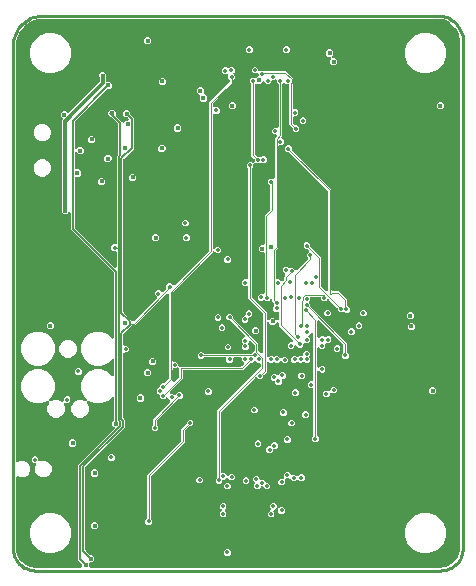
<source format=gbr>
G04 EAGLE Gerber RS-274X export*
G75*
%MOMM*%
%FSLAX34Y34*%
%LPD*%
%INCopper Layer 15*%
%IPPOS*%
%AMOC8*
5,1,8,0,0,1.08239X$1,22.5*%
G01*
%ADD10C,0.403200*%
%ADD11C,0.355600*%
%ADD12C,0.101600*%
%ADD13C,0.127000*%
%ADD14C,0.304800*%
%ADD15C,0.254000*%

G36*
X57538Y2556D02*
X57538Y2556D01*
X57657Y2563D01*
X57695Y2576D01*
X57736Y2581D01*
X57846Y2624D01*
X57959Y2661D01*
X57994Y2683D01*
X58031Y2698D01*
X58127Y2767D01*
X58228Y2831D01*
X58256Y2861D01*
X58289Y2884D01*
X58365Y2976D01*
X58446Y3063D01*
X58466Y3098D01*
X58491Y3129D01*
X58542Y3237D01*
X58600Y3341D01*
X58610Y3381D01*
X58627Y3417D01*
X58649Y3534D01*
X58679Y3649D01*
X58683Y3709D01*
X58687Y3729D01*
X58685Y3750D01*
X58689Y3810D01*
X58689Y4997D01*
X58677Y5095D01*
X58674Y5194D01*
X58657Y5253D01*
X58649Y5313D01*
X58613Y5405D01*
X58585Y5500D01*
X58555Y5552D01*
X58532Y5608D01*
X58474Y5688D01*
X58424Y5774D01*
X58358Y5849D01*
X58346Y5866D01*
X58336Y5873D01*
X58318Y5895D01*
X55498Y8714D01*
X55498Y89584D01*
X85833Y119919D01*
X85906Y120013D01*
X85985Y120102D01*
X86003Y120138D01*
X86028Y120170D01*
X86075Y120280D01*
X86129Y120386D01*
X86138Y120425D01*
X86154Y120462D01*
X86173Y120580D01*
X86199Y120696D01*
X86198Y120736D01*
X86204Y120776D01*
X86193Y120895D01*
X86189Y121014D01*
X86178Y121053D01*
X86174Y121093D01*
X86134Y121205D01*
X86101Y121319D01*
X86081Y121354D01*
X86067Y121392D01*
X86000Y121491D01*
X85939Y121593D01*
X85900Y121638D01*
X85888Y121655D01*
X85873Y121669D01*
X85833Y121714D01*
X84343Y123204D01*
X84343Y125716D01*
X85353Y126725D01*
X85413Y126804D01*
X85481Y126876D01*
X85510Y126929D01*
X85547Y126977D01*
X85587Y127068D01*
X85635Y127154D01*
X85650Y127213D01*
X85674Y127269D01*
X85689Y127367D01*
X85714Y127462D01*
X85720Y127562D01*
X85724Y127583D01*
X85722Y127595D01*
X85724Y127623D01*
X85724Y146094D01*
X85707Y146231D01*
X85694Y146370D01*
X85687Y146389D01*
X85684Y146409D01*
X85633Y146538D01*
X85586Y146669D01*
X85575Y146686D01*
X85567Y146705D01*
X85486Y146818D01*
X85408Y146933D01*
X85392Y146946D01*
X85381Y146962D01*
X85273Y147051D01*
X85169Y147143D01*
X85151Y147152D01*
X85136Y147165D01*
X85010Y147224D01*
X84886Y147288D01*
X84866Y147292D01*
X84848Y147301D01*
X84712Y147327D01*
X84576Y147357D01*
X84555Y147357D01*
X84536Y147361D01*
X84397Y147352D01*
X84258Y147348D01*
X84238Y147342D01*
X84218Y147341D01*
X84086Y147298D01*
X83952Y147259D01*
X83935Y147249D01*
X83916Y147243D01*
X83798Y147168D01*
X83678Y147098D01*
X83657Y147079D01*
X83647Y147073D01*
X83633Y147058D01*
X83558Y146991D01*
X80302Y143735D01*
X75003Y141541D01*
X69269Y141541D01*
X64205Y143638D01*
X64137Y143657D01*
X64073Y143684D01*
X63985Y143699D01*
X63898Y143722D01*
X63828Y143723D01*
X63759Y143734D01*
X63670Y143726D01*
X63580Y143727D01*
X63512Y143711D01*
X63443Y143704D01*
X63358Y143674D01*
X63271Y143653D01*
X63209Y143620D01*
X63143Y143597D01*
X63069Y143546D01*
X62990Y143504D01*
X62938Y143457D01*
X62880Y143418D01*
X62821Y143351D01*
X62754Y143290D01*
X62716Y143232D01*
X62670Y143180D01*
X62629Y143100D01*
X62580Y143025D01*
X62557Y142959D01*
X62525Y142897D01*
X62505Y142809D01*
X62476Y142724D01*
X62471Y142654D01*
X62456Y142586D01*
X62458Y142497D01*
X62451Y142407D01*
X62463Y142338D01*
X62465Y142268D01*
X62490Y142182D01*
X62506Y142094D01*
X62534Y142030D01*
X62554Y141963D01*
X62599Y141885D01*
X62636Y141804D01*
X62680Y141749D01*
X62715Y141689D01*
X62822Y141568D01*
X63239Y141151D01*
X64380Y138397D01*
X64380Y135415D01*
X63239Y132661D01*
X61131Y130553D01*
X58377Y129412D01*
X55395Y129412D01*
X52641Y130553D01*
X50533Y132661D01*
X49392Y135415D01*
X49392Y138397D01*
X50533Y141151D01*
X52641Y143259D01*
X55395Y144400D01*
X58377Y144400D01*
X60897Y143356D01*
X60964Y143338D01*
X61028Y143310D01*
X61117Y143296D01*
X61203Y143272D01*
X61273Y143271D01*
X61342Y143260D01*
X61432Y143268D01*
X61521Y143267D01*
X61589Y143283D01*
X61659Y143290D01*
X61743Y143320D01*
X61831Y143341D01*
X61892Y143374D01*
X61958Y143397D01*
X62032Y143448D01*
X62112Y143490D01*
X62163Y143537D01*
X62221Y143576D01*
X62280Y143643D01*
X62347Y143704D01*
X62385Y143762D01*
X62432Y143814D01*
X62472Y143894D01*
X62522Y143969D01*
X62544Y144036D01*
X62576Y144098D01*
X62596Y144185D01*
X62625Y144270D01*
X62630Y144340D01*
X62646Y144408D01*
X62643Y144498D01*
X62650Y144587D01*
X62638Y144656D01*
X62636Y144726D01*
X62611Y144812D01*
X62596Y144901D01*
X62567Y144964D01*
X62548Y145031D01*
X62502Y145109D01*
X62465Y145191D01*
X62422Y145245D01*
X62386Y145305D01*
X62280Y145426D01*
X59915Y147790D01*
X57721Y153089D01*
X57721Y158823D01*
X59915Y164122D01*
X63970Y168177D01*
X69269Y170371D01*
X75003Y170371D01*
X80302Y168177D01*
X83558Y164921D01*
X83667Y164835D01*
X83774Y164747D01*
X83793Y164738D01*
X83809Y164726D01*
X83937Y164670D01*
X84062Y164611D01*
X84082Y164607D01*
X84101Y164599D01*
X84239Y164577D01*
X84375Y164551D01*
X84395Y164553D01*
X84415Y164550D01*
X84554Y164563D01*
X84692Y164571D01*
X84711Y164577D01*
X84731Y164579D01*
X84863Y164627D01*
X84994Y164669D01*
X85012Y164680D01*
X85031Y164687D01*
X85146Y164765D01*
X85263Y164839D01*
X85277Y164854D01*
X85294Y164866D01*
X85386Y164970D01*
X85481Y165071D01*
X85491Y165089D01*
X85504Y165104D01*
X85568Y165228D01*
X85635Y165350D01*
X85640Y165369D01*
X85649Y165387D01*
X85679Y165523D01*
X85714Y165657D01*
X85716Y165686D01*
X85719Y165698D01*
X85718Y165718D01*
X85724Y165818D01*
X85724Y177844D01*
X85707Y177981D01*
X85694Y178120D01*
X85687Y178139D01*
X85684Y178159D01*
X85633Y178288D01*
X85586Y178419D01*
X85575Y178436D01*
X85567Y178455D01*
X85486Y178568D01*
X85408Y178683D01*
X85392Y178696D01*
X85381Y178712D01*
X85273Y178801D01*
X85169Y178893D01*
X85151Y178902D01*
X85136Y178915D01*
X85010Y178974D01*
X84886Y179038D01*
X84866Y179042D01*
X84848Y179051D01*
X84712Y179077D01*
X84576Y179107D01*
X84555Y179107D01*
X84536Y179111D01*
X84397Y179102D01*
X84258Y179098D01*
X84238Y179092D01*
X84218Y179091D01*
X84086Y179048D01*
X83952Y179009D01*
X83935Y178999D01*
X83916Y178993D01*
X83798Y178918D01*
X83678Y178848D01*
X83657Y178829D01*
X83647Y178823D01*
X83633Y178808D01*
X83558Y178741D01*
X80302Y175485D01*
X75003Y173291D01*
X69269Y173291D01*
X63970Y175485D01*
X59915Y179540D01*
X57721Y184839D01*
X57721Y190573D01*
X59915Y195872D01*
X63970Y199927D01*
X69269Y202121D01*
X75003Y202121D01*
X80302Y199927D01*
X83558Y196671D01*
X83667Y196585D01*
X83774Y196497D01*
X83793Y196488D01*
X83809Y196476D01*
X83937Y196420D01*
X84062Y196361D01*
X84082Y196357D01*
X84101Y196349D01*
X84239Y196327D01*
X84375Y196301D01*
X84395Y196303D01*
X84415Y196300D01*
X84554Y196313D01*
X84692Y196321D01*
X84711Y196327D01*
X84731Y196329D01*
X84863Y196377D01*
X84994Y196419D01*
X85012Y196430D01*
X85031Y196437D01*
X85146Y196515D01*
X85263Y196589D01*
X85277Y196604D01*
X85294Y196616D01*
X85386Y196720D01*
X85481Y196821D01*
X85491Y196839D01*
X85504Y196854D01*
X85568Y196978D01*
X85635Y197100D01*
X85640Y197119D01*
X85649Y197137D01*
X85679Y197273D01*
X85714Y197407D01*
X85716Y197436D01*
X85719Y197448D01*
X85718Y197468D01*
X85724Y197568D01*
X85724Y251520D01*
X85712Y251618D01*
X85709Y251717D01*
X85692Y251776D01*
X85684Y251836D01*
X85648Y251928D01*
X85620Y252023D01*
X85590Y252075D01*
X85567Y252131D01*
X85509Y252211D01*
X85459Y252297D01*
X85393Y252372D01*
X85381Y252389D01*
X85371Y252396D01*
X85353Y252418D01*
X49148Y288622D01*
X49148Y302145D01*
X49131Y302283D01*
X49118Y302421D01*
X49111Y302440D01*
X49108Y302461D01*
X49057Y302590D01*
X49010Y302721D01*
X48999Y302738D01*
X48991Y302756D01*
X48910Y302869D01*
X48832Y302984D01*
X48816Y302997D01*
X48805Y303014D01*
X48697Y303102D01*
X48593Y303194D01*
X48575Y303204D01*
X48560Y303216D01*
X48434Y303276D01*
X48310Y303339D01*
X48290Y303343D01*
X48272Y303352D01*
X48135Y303378D01*
X48000Y303409D01*
X47979Y303408D01*
X47960Y303412D01*
X47821Y303403D01*
X47682Y303399D01*
X47662Y303393D01*
X47642Y303392D01*
X47510Y303349D01*
X47376Y303311D01*
X47359Y303300D01*
X47340Y303294D01*
X47222Y303220D01*
X47102Y303149D01*
X47081Y303130D01*
X47071Y303124D01*
X47057Y303109D01*
X46982Y303043D01*
X45706Y301767D01*
X43194Y301767D01*
X41417Y303544D01*
X41417Y306056D01*
X41537Y306176D01*
X41598Y306255D01*
X41666Y306327D01*
X41695Y306380D01*
X41732Y306428D01*
X41772Y306519D01*
X41820Y306605D01*
X41835Y306664D01*
X41859Y306720D01*
X41874Y306818D01*
X41899Y306913D01*
X41905Y307013D01*
X41909Y307034D01*
X41907Y307046D01*
X41909Y307074D01*
X41909Y366026D01*
X41897Y366124D01*
X41894Y366223D01*
X41877Y366281D01*
X41869Y366342D01*
X41833Y366434D01*
X41805Y366529D01*
X41775Y366581D01*
X41752Y366637D01*
X41694Y366717D01*
X41644Y366803D01*
X41578Y366878D01*
X41566Y366895D01*
X41556Y366902D01*
X41538Y366924D01*
X41417Y367044D01*
X41417Y369556D01*
X41538Y369676D01*
X41598Y369755D01*
X41666Y369827D01*
X41695Y369880D01*
X41732Y369928D01*
X41772Y370019D01*
X41820Y370105D01*
X41835Y370164D01*
X41859Y370220D01*
X41874Y370318D01*
X41899Y370413D01*
X41905Y370513D01*
X41909Y370534D01*
X41907Y370546D01*
X41909Y370574D01*
X41909Y381729D01*
X41969Y381796D01*
X41987Y381832D01*
X42012Y381864D01*
X42059Y381974D01*
X42113Y382080D01*
X42122Y382119D01*
X42138Y382156D01*
X42157Y382274D01*
X42183Y382390D01*
X42182Y382430D01*
X42188Y382470D01*
X42177Y382588D01*
X42173Y382708D01*
X42162Y382747D01*
X42158Y382787D01*
X42118Y382899D01*
X42085Y383013D01*
X42065Y383048D01*
X42051Y383086D01*
X41984Y383185D01*
X41923Y383287D01*
X41884Y383332D01*
X41872Y383349D01*
X41857Y383363D01*
X41817Y383408D01*
X40401Y384824D01*
X40401Y387336D01*
X42178Y389113D01*
X44690Y389113D01*
X45932Y387871D01*
X46026Y387798D01*
X46116Y387719D01*
X46152Y387700D01*
X46184Y387676D01*
X46293Y387628D01*
X46399Y387574D01*
X46438Y387565D01*
X46476Y387549D01*
X46593Y387531D01*
X46709Y387505D01*
X46750Y387506D01*
X46790Y387499D01*
X46908Y387511D01*
X47027Y387514D01*
X47066Y387525D01*
X47106Y387529D01*
X47218Y387570D01*
X47333Y387603D01*
X47367Y387623D01*
X47406Y387637D01*
X47504Y387704D01*
X47607Y387764D01*
X47652Y387804D01*
X47669Y387815D01*
X47682Y387831D01*
X47727Y387871D01*
X73288Y413431D01*
X73348Y413509D01*
X73416Y413581D01*
X73445Y413634D01*
X73482Y413682D01*
X73522Y413773D01*
X73570Y413860D01*
X73585Y413918D01*
X73609Y413974D01*
X73624Y414072D01*
X73649Y414167D01*
X73655Y414268D01*
X73659Y414288D01*
X73657Y414300D01*
X73659Y414328D01*
X73659Y416826D01*
X73647Y416924D01*
X73644Y417023D01*
X73627Y417081D01*
X73619Y417142D01*
X73583Y417234D01*
X73555Y417329D01*
X73525Y417381D01*
X73502Y417437D01*
X73444Y417517D01*
X73394Y417603D01*
X73328Y417678D01*
X73316Y417695D01*
X73306Y417702D01*
X73288Y417724D01*
X73167Y417844D01*
X73167Y420356D01*
X74944Y422133D01*
X77456Y422133D01*
X79233Y420356D01*
X79233Y417844D01*
X79112Y417724D01*
X79052Y417645D01*
X78984Y417573D01*
X78955Y417520D01*
X78918Y417472D01*
X78878Y417381D01*
X78830Y417295D01*
X78815Y417236D01*
X78791Y417180D01*
X78776Y417082D01*
X78751Y416987D01*
X78745Y416887D01*
X78741Y416866D01*
X78743Y416854D01*
X78741Y416826D01*
X78741Y415004D01*
X78756Y414886D01*
X78763Y414767D01*
X78776Y414729D01*
X78781Y414688D01*
X78824Y414578D01*
X78861Y414465D01*
X78883Y414430D01*
X78898Y414393D01*
X78967Y414297D01*
X79031Y414196D01*
X79061Y414168D01*
X79084Y414135D01*
X79176Y414059D01*
X79263Y413978D01*
X79298Y413958D01*
X79329Y413933D01*
X79437Y413882D01*
X79541Y413824D01*
X79581Y413814D01*
X79617Y413797D01*
X79734Y413775D01*
X79849Y413745D01*
X79909Y413741D01*
X79929Y413737D01*
X79950Y413739D01*
X80010Y413735D01*
X81851Y413735D01*
X83628Y411958D01*
X83628Y409446D01*
X81851Y407669D01*
X80331Y407669D01*
X80233Y407657D01*
X80134Y407654D01*
X80075Y407637D01*
X80015Y407629D01*
X79923Y407593D01*
X79828Y407565D01*
X79776Y407535D01*
X79720Y407512D01*
X79640Y407454D01*
X79554Y407404D01*
X79479Y407338D01*
X79462Y407326D01*
X79455Y407316D01*
X79433Y407298D01*
X52823Y380688D01*
X52763Y380609D01*
X52695Y380537D01*
X52666Y380484D01*
X52629Y380436D01*
X52589Y380345D01*
X52541Y380259D01*
X52526Y380200D01*
X52502Y380144D01*
X52487Y380046D01*
X52462Y379951D01*
X52456Y379851D01*
X52452Y379830D01*
X52454Y379818D01*
X52452Y379790D01*
X52452Y358255D01*
X52469Y358117D01*
X52482Y357979D01*
X52489Y357960D01*
X52492Y357939D01*
X52543Y357810D01*
X52590Y357679D01*
X52601Y357662D01*
X52609Y357644D01*
X52690Y357531D01*
X52768Y357416D01*
X52784Y357403D01*
X52795Y357386D01*
X52903Y357298D01*
X53007Y357206D01*
X53025Y357196D01*
X53040Y357184D01*
X53166Y357124D01*
X53290Y357061D01*
X53310Y357057D01*
X53328Y357048D01*
X53465Y357022D01*
X53600Y356991D01*
X53621Y356992D01*
X53640Y356988D01*
X53779Y356997D01*
X53918Y357001D01*
X53938Y357007D01*
X53958Y357008D01*
X54090Y357051D01*
X54224Y357089D01*
X54241Y357100D01*
X54260Y357106D01*
X54378Y357180D01*
X54498Y357251D01*
X54519Y357270D01*
X54529Y357276D01*
X54543Y357291D01*
X54618Y357357D01*
X55894Y358633D01*
X58406Y358633D01*
X60183Y356856D01*
X60183Y354344D01*
X58406Y352567D01*
X55894Y352567D01*
X54618Y353843D01*
X54509Y353928D01*
X54402Y354016D01*
X54383Y354025D01*
X54367Y354038D01*
X54239Y354093D01*
X54114Y354152D01*
X54094Y354156D01*
X54075Y354164D01*
X53937Y354186D01*
X53801Y354212D01*
X53781Y354211D01*
X53761Y354214D01*
X53622Y354201D01*
X53484Y354192D01*
X53465Y354186D01*
X53445Y354184D01*
X53313Y354137D01*
X53182Y354094D01*
X53164Y354083D01*
X53145Y354076D01*
X53030Y353998D01*
X52913Y353924D01*
X52899Y353909D01*
X52882Y353898D01*
X52790Y353793D01*
X52695Y353692D01*
X52685Y353675D01*
X52672Y353659D01*
X52608Y353535D01*
X52541Y353414D01*
X52536Y353394D01*
X52527Y353376D01*
X52497Y353240D01*
X52462Y353106D01*
X52460Y353078D01*
X52457Y353066D01*
X52458Y353045D01*
X52452Y352945D01*
X52452Y340852D01*
X52467Y340734D01*
X52474Y340615D01*
X52487Y340577D01*
X52492Y340536D01*
X52535Y340426D01*
X52572Y340313D01*
X52594Y340278D01*
X52609Y340241D01*
X52678Y340145D01*
X52742Y340044D01*
X52772Y340016D01*
X52795Y339983D01*
X52887Y339907D01*
X52974Y339826D01*
X53009Y339806D01*
X53040Y339781D01*
X53148Y339730D01*
X53252Y339672D01*
X53292Y339662D01*
X53328Y339645D01*
X53445Y339623D01*
X53560Y339593D01*
X53620Y339589D01*
X53640Y339585D01*
X53661Y339587D01*
X53721Y339583D01*
X55866Y339583D01*
X57643Y337806D01*
X57643Y335294D01*
X55866Y333517D01*
X53721Y333517D01*
X53603Y333502D01*
X53484Y333495D01*
X53446Y333482D01*
X53405Y333477D01*
X53295Y333434D01*
X53182Y333397D01*
X53147Y333375D01*
X53110Y333360D01*
X53014Y333291D01*
X52913Y333227D01*
X52885Y333197D01*
X52852Y333174D01*
X52776Y333082D01*
X52695Y332995D01*
X52675Y332960D01*
X52650Y332929D01*
X52599Y332821D01*
X52541Y332717D01*
X52531Y332677D01*
X52514Y332641D01*
X52492Y332524D01*
X52462Y332409D01*
X52458Y332349D01*
X52454Y332329D01*
X52456Y332308D01*
X52452Y332248D01*
X52452Y290516D01*
X52464Y290418D01*
X52467Y290319D01*
X52484Y290260D01*
X52492Y290200D01*
X52528Y290108D01*
X52556Y290013D01*
X52586Y289961D01*
X52609Y289905D01*
X52667Y289825D01*
X52717Y289739D01*
X52783Y289664D01*
X52795Y289647D01*
X52805Y289640D01*
X52823Y289618D01*
X85844Y256598D01*
X85953Y256513D01*
X86060Y256424D01*
X86079Y256416D01*
X86095Y256403D01*
X86223Y256348D01*
X86348Y256289D01*
X86368Y256285D01*
X86387Y256277D01*
X86525Y256255D01*
X86661Y256229D01*
X86681Y256230D01*
X86701Y256227D01*
X86840Y256240D01*
X86978Y256249D01*
X86997Y256255D01*
X87017Y256257D01*
X87149Y256304D01*
X87280Y256347D01*
X87298Y256358D01*
X87317Y256365D01*
X87432Y256443D01*
X87549Y256517D01*
X87563Y256532D01*
X87580Y256543D01*
X87672Y256647D01*
X87767Y256749D01*
X87777Y256766D01*
X87790Y256782D01*
X87854Y256906D01*
X87921Y257027D01*
X87926Y257047D01*
X87935Y257065D01*
X87965Y257201D01*
X88000Y257335D01*
X88002Y257363D01*
X88005Y257375D01*
X88004Y257396D01*
X88010Y257496D01*
X88010Y269240D01*
X87995Y269358D01*
X87988Y269477D01*
X87975Y269515D01*
X87970Y269556D01*
X87927Y269666D01*
X87890Y269779D01*
X87868Y269814D01*
X87853Y269851D01*
X87784Y269947D01*
X87720Y270048D01*
X87690Y270076D01*
X87667Y270109D01*
X87575Y270185D01*
X87488Y270266D01*
X87453Y270286D01*
X87422Y270311D01*
X87314Y270362D01*
X87210Y270420D01*
X87170Y270430D01*
X87134Y270447D01*
X87017Y270469D01*
X86902Y270499D01*
X86842Y270503D01*
X86822Y270507D01*
X86801Y270505D01*
X86741Y270509D01*
X84948Y270509D01*
X83311Y272146D01*
X83311Y274462D01*
X84948Y276099D01*
X86741Y276099D01*
X86859Y276114D01*
X86978Y276121D01*
X87016Y276134D01*
X87057Y276139D01*
X87167Y276182D01*
X87280Y276219D01*
X87315Y276241D01*
X87352Y276256D01*
X87448Y276325D01*
X87549Y276389D01*
X87577Y276419D01*
X87610Y276442D01*
X87686Y276534D01*
X87767Y276621D01*
X87787Y276656D01*
X87812Y276687D01*
X87863Y276795D01*
X87921Y276899D01*
X87931Y276939D01*
X87948Y276975D01*
X87970Y277092D01*
X88000Y277207D01*
X88004Y277267D01*
X88008Y277287D01*
X88006Y277308D01*
X88010Y277368D01*
X88010Y351098D01*
X88766Y351853D01*
X88826Y351932D01*
X88894Y352004D01*
X88923Y352057D01*
X88960Y352105D01*
X89000Y352196D01*
X89048Y352282D01*
X89063Y352341D01*
X89087Y352397D01*
X89102Y352495D01*
X89127Y352590D01*
X89133Y352690D01*
X89137Y352711D01*
X89135Y352723D01*
X89137Y352751D01*
X89137Y377901D01*
X89125Y377999D01*
X89122Y378098D01*
X89105Y378157D01*
X89097Y378217D01*
X89061Y378309D01*
X89033Y378404D01*
X89003Y378456D01*
X88980Y378512D01*
X88922Y378592D01*
X88872Y378678D01*
X88806Y378753D01*
X88794Y378770D01*
X88784Y378777D01*
X88766Y378799D01*
X83907Y383658D01*
X83828Y383718D01*
X83756Y383786D01*
X83703Y383815D01*
X83655Y383853D01*
X83564Y383892D01*
X83478Y383940D01*
X83419Y383955D01*
X83363Y383979D01*
X83265Y383994D01*
X83170Y384019D01*
X83070Y384025D01*
X83049Y384029D01*
X83037Y384028D01*
X83009Y384029D01*
X82746Y384029D01*
X80969Y385806D01*
X80969Y386069D01*
X80957Y386167D01*
X80954Y386266D01*
X80937Y386325D01*
X80929Y386385D01*
X80898Y386463D01*
X80898Y388229D01*
X80912Y388261D01*
X82746Y390095D01*
X85258Y390095D01*
X87035Y388318D01*
X87035Y385727D01*
X87047Y385629D01*
X87050Y385530D01*
X87067Y385471D01*
X87075Y385411D01*
X87111Y385319D01*
X87139Y385224D01*
X87169Y385172D01*
X87192Y385116D01*
X87250Y385036D01*
X87300Y384950D01*
X87366Y384875D01*
X87378Y384858D01*
X87388Y384851D01*
X87406Y384829D01*
X92741Y379495D01*
X92835Y379422D01*
X92924Y379343D01*
X92960Y379325D01*
X92992Y379300D01*
X93102Y379253D01*
X93208Y379199D01*
X93247Y379190D01*
X93284Y379174D01*
X93402Y379155D01*
X93518Y379129D01*
X93558Y379130D01*
X93598Y379124D01*
X93717Y379135D01*
X93836Y379139D01*
X93875Y379150D01*
X93915Y379154D01*
X94027Y379194D01*
X94141Y379227D01*
X94176Y379247D01*
X94214Y379261D01*
X94313Y379328D01*
X94415Y379389D01*
X94460Y379428D01*
X94477Y379440D01*
X94491Y379455D01*
X94536Y379495D01*
X96026Y380985D01*
X96723Y380985D01*
X96861Y381002D01*
X97000Y381015D01*
X97019Y381022D01*
X97039Y381025D01*
X97168Y381076D01*
X97299Y381123D01*
X97316Y381134D01*
X97334Y381142D01*
X97447Y381223D01*
X97562Y381301D01*
X97575Y381317D01*
X97592Y381328D01*
X97680Y381436D01*
X97772Y381540D01*
X97782Y381558D01*
X97795Y381573D01*
X97854Y381699D01*
X97917Y381823D01*
X97921Y381843D01*
X97930Y381861D01*
X97956Y381997D01*
X97987Y382133D01*
X97986Y382154D01*
X97990Y382173D01*
X97981Y382312D01*
X97977Y382451D01*
X97971Y382471D01*
X97970Y382491D01*
X97927Y382623D01*
X97889Y382757D01*
X97878Y382774D01*
X97872Y382793D01*
X97798Y382911D01*
X97727Y383031D01*
X97708Y383052D01*
X97702Y383062D01*
X97687Y383076D01*
X97621Y383152D01*
X97335Y383438D01*
X97256Y383498D01*
X97184Y383566D01*
X97131Y383595D01*
X97083Y383632D01*
X96992Y383672D01*
X96906Y383720D01*
X96847Y383735D01*
X96791Y383759D01*
X96693Y383774D01*
X96598Y383799D01*
X96498Y383805D01*
X96477Y383809D01*
X96465Y383807D01*
X96437Y383809D01*
X95010Y383809D01*
X93233Y385586D01*
X93233Y388098D01*
X95010Y389875D01*
X97522Y389875D01*
X99299Y388098D01*
X99299Y386671D01*
X99311Y386573D01*
X99314Y386474D01*
X99331Y386415D01*
X99339Y386355D01*
X99375Y386263D01*
X99403Y386168D01*
X99433Y386116D01*
X99456Y386060D01*
X99514Y385980D01*
X99564Y385894D01*
X99630Y385819D01*
X99642Y385802D01*
X99652Y385795D01*
X99670Y385773D01*
X102601Y382843D01*
X102601Y357207D01*
X93971Y348578D01*
X93911Y348499D01*
X93843Y348427D01*
X93814Y348374D01*
X93777Y348326D01*
X93737Y348235D01*
X93689Y348149D01*
X93674Y348090D01*
X93650Y348035D01*
X93635Y347937D01*
X93610Y347841D01*
X93604Y347741D01*
X93600Y347720D01*
X93602Y347708D01*
X93600Y347680D01*
X93600Y219248D01*
X93612Y219150D01*
X93615Y219051D01*
X93632Y218992D01*
X93640Y218932D01*
X93676Y218840D01*
X93704Y218745D01*
X93734Y218693D01*
X93757Y218637D01*
X93815Y218557D01*
X93865Y218471D01*
X93931Y218396D01*
X93943Y218379D01*
X93953Y218372D01*
X93971Y218350D01*
X100746Y211576D01*
X100807Y211492D01*
X100885Y211377D01*
X100901Y211363D01*
X100912Y211347D01*
X101020Y211258D01*
X101124Y211166D01*
X101142Y211157D01*
X101157Y211144D01*
X101283Y211085D01*
X101407Y211021D01*
X101427Y211017D01*
X101445Y211008D01*
X101581Y210982D01*
X101717Y210952D01*
X101738Y210952D01*
X101757Y210949D01*
X101896Y210957D01*
X102035Y210961D01*
X102055Y210967D01*
X102075Y210968D01*
X102207Y211011D01*
X102341Y211050D01*
X102358Y211060D01*
X102377Y211066D01*
X102495Y211141D01*
X102615Y211211D01*
X102636Y211230D01*
X102646Y211237D01*
X102660Y211251D01*
X102735Y211318D01*
X121651Y230233D01*
X121724Y230328D01*
X121803Y230417D01*
X121821Y230453D01*
X121846Y230485D01*
X121894Y230594D01*
X121948Y230700D01*
X121956Y230739D01*
X121972Y230777D01*
X121991Y230894D01*
X122017Y231010D01*
X122016Y231051D01*
X122022Y231091D01*
X122011Y231209D01*
X122008Y231328D01*
X121996Y231367D01*
X121993Y231407D01*
X121952Y231519D01*
X121919Y231634D01*
X121899Y231669D01*
X121885Y231707D01*
X121818Y231805D01*
X121758Y231908D01*
X121718Y231953D01*
X121706Y231970D01*
X121691Y231983D01*
X121651Y232028D01*
X120395Y233284D01*
X120395Y235600D01*
X122032Y237237D01*
X124348Y237237D01*
X125604Y235981D01*
X125698Y235908D01*
X125787Y235829D01*
X125823Y235811D01*
X125855Y235786D01*
X125964Y235738D01*
X126070Y235684D01*
X126109Y235676D01*
X126147Y235660D01*
X126264Y235641D01*
X126380Y235615D01*
X126421Y235616D01*
X126461Y235610D01*
X126579Y235621D01*
X126698Y235624D01*
X126737Y235636D01*
X126777Y235639D01*
X126889Y235680D01*
X127004Y235713D01*
X127039Y235733D01*
X127077Y235747D01*
X127175Y235814D01*
X127278Y235874D01*
X127323Y235914D01*
X127340Y235926D01*
X127353Y235941D01*
X127399Y235981D01*
X129676Y238258D01*
X129736Y238336D01*
X129804Y238408D01*
X129833Y238461D01*
X129870Y238509D01*
X129910Y238600D01*
X129958Y238687D01*
X129973Y238745D01*
X129997Y238801D01*
X130012Y238899D01*
X130037Y238995D01*
X130043Y239095D01*
X130047Y239115D01*
X130045Y239127D01*
X130047Y239155D01*
X130047Y241442D01*
X131684Y243079D01*
X134000Y243079D01*
X135256Y241823D01*
X135350Y241750D01*
X135439Y241671D01*
X135475Y241653D01*
X135507Y241628D01*
X135616Y241581D01*
X135722Y241526D01*
X135761Y241518D01*
X135799Y241502D01*
X135916Y241483D01*
X136032Y241457D01*
X136073Y241458D01*
X136113Y241452D01*
X136231Y241463D01*
X136350Y241466D01*
X136389Y241478D01*
X136429Y241481D01*
X136542Y241522D01*
X136656Y241555D01*
X136691Y241575D01*
X136729Y241589D01*
X136827Y241656D01*
X136930Y241716D01*
X136975Y241756D01*
X136992Y241768D01*
X137005Y241783D01*
X137051Y241823D01*
X165744Y270516D01*
X165804Y270594D01*
X165872Y270666D01*
X165901Y270719D01*
X165938Y270767D01*
X165978Y270858D01*
X166026Y270945D01*
X166041Y271003D01*
X166065Y271059D01*
X166080Y271157D01*
X166105Y271253D01*
X166111Y271353D01*
X166115Y271373D01*
X166113Y271385D01*
X166115Y271413D01*
X166115Y396110D01*
X183270Y413264D01*
X183330Y413342D01*
X183398Y413414D01*
X183427Y413467D01*
X183464Y413515D01*
X183504Y413606D01*
X183552Y413693D01*
X183567Y413751D01*
X183591Y413807D01*
X183606Y413905D01*
X183631Y414001D01*
X183637Y414101D01*
X183641Y414121D01*
X183639Y414133D01*
X183641Y414161D01*
X183641Y414877D01*
X183629Y414975D01*
X183626Y415074D01*
X183609Y415132D01*
X183601Y415192D01*
X183565Y415284D01*
X183537Y415379D01*
X183507Y415432D01*
X183484Y415488D01*
X183426Y415568D01*
X183376Y415653D01*
X183310Y415729D01*
X183298Y415745D01*
X183288Y415753D01*
X183270Y415774D01*
X182371Y416672D01*
X182371Y419100D01*
X182356Y419218D01*
X182349Y419337D01*
X182336Y419375D01*
X182331Y419416D01*
X182288Y419526D01*
X182251Y419639D01*
X182229Y419674D01*
X182214Y419711D01*
X182145Y419807D01*
X182081Y419908D01*
X182051Y419936D01*
X182028Y419969D01*
X181936Y420045D01*
X181849Y420126D01*
X181814Y420146D01*
X181783Y420171D01*
X181675Y420222D01*
X181571Y420280D01*
X181531Y420290D01*
X181495Y420307D01*
X181378Y420329D01*
X181263Y420359D01*
X181203Y420363D01*
X181183Y420367D01*
X181162Y420365D01*
X181102Y420369D01*
X178674Y420369D01*
X177037Y422006D01*
X177037Y424322D01*
X178674Y425959D01*
X180990Y425959D01*
X181348Y425601D01*
X181442Y425528D01*
X181531Y425449D01*
X181567Y425431D01*
X181599Y425406D01*
X181708Y425359D01*
X181814Y425304D01*
X181853Y425296D01*
X181891Y425280D01*
X182008Y425261D01*
X182124Y425235D01*
X182165Y425236D01*
X182205Y425230D01*
X182323Y425241D01*
X182442Y425244D01*
X182481Y425256D01*
X182521Y425260D01*
X182633Y425300D01*
X182748Y425333D01*
X182783Y425353D01*
X182821Y425367D01*
X182919Y425434D01*
X183022Y425494D01*
X183067Y425534D01*
X183084Y425546D01*
X183097Y425561D01*
X183143Y425601D01*
X183754Y426213D01*
X186070Y426213D01*
X187707Y424576D01*
X187707Y422260D01*
X187095Y421649D01*
X187022Y421555D01*
X186943Y421465D01*
X186925Y421429D01*
X186900Y421397D01*
X186853Y421288D01*
X186798Y421182D01*
X186790Y421143D01*
X186774Y421105D01*
X186755Y420988D01*
X186729Y420872D01*
X186730Y420831D01*
X186724Y420791D01*
X186735Y420673D01*
X186738Y420554D01*
X186750Y420515D01*
X186754Y420475D01*
X186794Y420362D01*
X186827Y420248D01*
X186847Y420214D01*
X186861Y420175D01*
X186928Y420077D01*
X186988Y419974D01*
X187028Y419929D01*
X187040Y419912D01*
X187055Y419899D01*
X187095Y419854D01*
X187961Y418988D01*
X187961Y416672D01*
X187062Y415774D01*
X187002Y415696D01*
X186934Y415624D01*
X186905Y415571D01*
X186868Y415523D01*
X186828Y415432D01*
X186780Y415345D01*
X186765Y415287D01*
X186741Y415231D01*
X186726Y415133D01*
X186701Y415037D01*
X186695Y414937D01*
X186691Y414917D01*
X186693Y414905D01*
X186691Y414877D01*
X186691Y412372D01*
X169536Y395218D01*
X169476Y395140D01*
X169408Y395068D01*
X169379Y395015D01*
X169342Y394967D01*
X169302Y394876D01*
X169254Y394789D01*
X169239Y394731D01*
X169215Y394675D01*
X169200Y394577D01*
X169175Y394481D01*
X169169Y394381D01*
X169165Y394361D01*
X169167Y394349D01*
X169165Y394321D01*
X169165Y393605D01*
X169182Y393467D01*
X169195Y393329D01*
X169202Y393310D01*
X169205Y393290D01*
X169256Y393161D01*
X169303Y393029D01*
X169314Y393013D01*
X169322Y392994D01*
X169403Y392882D01*
X169482Y392766D01*
X169497Y392753D01*
X169508Y392737D01*
X169615Y392648D01*
X169720Y392556D01*
X169738Y392547D01*
X169753Y392534D01*
X169879Y392475D01*
X170003Y392411D01*
X170023Y392407D01*
X170041Y392398D01*
X170177Y392372D01*
X170314Y392342D01*
X170334Y392342D01*
X170353Y392339D01*
X170492Y392347D01*
X170631Y392351D01*
X170651Y392357D01*
X170671Y392358D01*
X170803Y392401D01*
X170905Y392431D01*
X173370Y392431D01*
X175007Y390794D01*
X175007Y388478D01*
X173370Y386841D01*
X170895Y386841D01*
X170827Y386874D01*
X170807Y386877D01*
X170789Y386885D01*
X170651Y386907D01*
X170514Y386933D01*
X170494Y386932D01*
X170474Y386935D01*
X170336Y386922D01*
X170197Y386914D01*
X170178Y386907D01*
X170158Y386906D01*
X170027Y386858D01*
X169895Y386816D01*
X169878Y386805D01*
X169859Y386798D01*
X169744Y386720D01*
X169626Y386645D01*
X169612Y386631D01*
X169595Y386619D01*
X169503Y386515D01*
X169408Y386414D01*
X169398Y386396D01*
X169385Y386381D01*
X169322Y386257D01*
X169254Y386135D01*
X169249Y386116D01*
X169240Y386098D01*
X169210Y385962D01*
X169175Y385827D01*
X169173Y385799D01*
X169171Y385788D01*
X169171Y385767D01*
X169165Y385667D01*
X169165Y273717D01*
X169182Y273579D01*
X169195Y273441D01*
X169202Y273422D01*
X169205Y273402D01*
X169256Y273272D01*
X169303Y273142D01*
X169314Y273125D01*
X169322Y273106D01*
X169403Y272994D01*
X169481Y272879D01*
X169497Y272865D01*
X169508Y272849D01*
X169616Y272760D01*
X169720Y272668D01*
X169738Y272659D01*
X169753Y272646D01*
X169879Y272587D01*
X170003Y272523D01*
X170023Y272519D01*
X170041Y272510D01*
X170178Y272484D01*
X170313Y272454D01*
X170334Y272454D01*
X170353Y272451D01*
X170492Y272459D01*
X170631Y272463D01*
X170651Y272469D01*
X170671Y272470D01*
X170803Y272513D01*
X170937Y272552D01*
X170954Y272562D01*
X170973Y272568D01*
X171091Y272643D01*
X171211Y272713D01*
X171232Y272732D01*
X171242Y272739D01*
X171256Y272754D01*
X171331Y272820D01*
X172578Y274067D01*
X174894Y274067D01*
X176531Y272430D01*
X176531Y270114D01*
X174894Y268477D01*
X172578Y268477D01*
X171195Y269860D01*
X171101Y269933D01*
X171012Y270012D01*
X170976Y270030D01*
X170944Y270055D01*
X170835Y270103D01*
X170729Y270157D01*
X170690Y270165D01*
X170652Y270181D01*
X170535Y270200D01*
X170419Y270226D01*
X170378Y270225D01*
X170338Y270231D01*
X170220Y270220D01*
X170101Y270217D01*
X170062Y270205D01*
X170022Y270202D01*
X169910Y270161D01*
X169795Y270128D01*
X169760Y270108D01*
X169722Y270094D01*
X169624Y270027D01*
X169521Y269967D01*
X169476Y269927D01*
X169459Y269915D01*
X169446Y269900D01*
X169400Y269860D01*
X167900Y268360D01*
X135500Y235960D01*
X135440Y235882D01*
X135372Y235810D01*
X135343Y235757D01*
X135306Y235709D01*
X135266Y235618D01*
X135218Y235531D01*
X135203Y235473D01*
X135179Y235417D01*
X135164Y235319D01*
X135139Y235223D01*
X135133Y235123D01*
X135129Y235103D01*
X135131Y235091D01*
X135129Y235063D01*
X135129Y178054D01*
X135144Y177936D01*
X135151Y177817D01*
X135164Y177779D01*
X135169Y177738D01*
X135212Y177628D01*
X135249Y177515D01*
X135271Y177480D01*
X135286Y177443D01*
X135355Y177347D01*
X135419Y177246D01*
X135449Y177218D01*
X135472Y177185D01*
X135564Y177109D01*
X135651Y177028D01*
X135686Y177008D01*
X135717Y176983D01*
X135825Y176932D01*
X135929Y176874D01*
X135969Y176864D01*
X136005Y176847D01*
X136122Y176825D01*
X136237Y176795D01*
X136297Y176791D01*
X136317Y176787D01*
X136338Y176789D01*
X136398Y176785D01*
X138064Y176785D01*
X139701Y175148D01*
X139701Y173877D01*
X139717Y173747D01*
X139723Y173653D01*
X139728Y173638D01*
X139731Y173601D01*
X139738Y173582D01*
X139741Y173562D01*
X139792Y173432D01*
X139818Y173359D01*
X139821Y173350D01*
X139822Y173349D01*
X139839Y173301D01*
X139850Y173285D01*
X139858Y173266D01*
X139939Y173154D01*
X140017Y173038D01*
X140033Y173025D01*
X140044Y173009D01*
X140152Y172920D01*
X140256Y172828D01*
X140274Y172819D01*
X140289Y172806D01*
X140415Y172747D01*
X140539Y172683D01*
X140559Y172679D01*
X140577Y172670D01*
X140713Y172644D01*
X140850Y172614D01*
X140870Y172614D01*
X140889Y172611D01*
X141028Y172619D01*
X141167Y172623D01*
X141187Y172629D01*
X141207Y172630D01*
X141339Y172673D01*
X141473Y172712D01*
X141488Y172721D01*
X192899Y172721D01*
X192997Y172733D01*
X193096Y172736D01*
X193154Y172753D01*
X193214Y172761D01*
X193306Y172797D01*
X193401Y172825D01*
X193454Y172855D01*
X193510Y172878D01*
X193590Y172936D01*
X193675Y172986D01*
X193751Y173052D01*
X193767Y173064D01*
X193775Y173074D01*
X193796Y173092D01*
X195311Y174607D01*
X195384Y174702D01*
X195463Y174791D01*
X195481Y174827D01*
X195506Y174859D01*
X195553Y174968D01*
X195608Y175074D01*
X195616Y175113D01*
X195632Y175151D01*
X195651Y175268D01*
X195677Y175384D01*
X195676Y175425D01*
X195682Y175465D01*
X195671Y175583D01*
X195668Y175702D01*
X195656Y175741D01*
X195653Y175781D01*
X195612Y175893D01*
X195579Y176008D01*
X195559Y176043D01*
X195545Y176081D01*
X195478Y176179D01*
X195418Y176282D01*
X195378Y176327D01*
X195366Y176344D01*
X195351Y176357D01*
X195311Y176402D01*
X194055Y177658D01*
X194055Y179324D01*
X194040Y179442D01*
X194033Y179561D01*
X194020Y179599D01*
X194015Y179640D01*
X193972Y179750D01*
X193935Y179863D01*
X193913Y179898D01*
X193898Y179935D01*
X193829Y180031D01*
X193765Y180132D01*
X193735Y180160D01*
X193712Y180193D01*
X193620Y180269D01*
X193533Y180350D01*
X193498Y180370D01*
X193467Y180395D01*
X193359Y180446D01*
X193255Y180504D01*
X193215Y180514D01*
X193179Y180531D01*
X193062Y180553D01*
X192947Y180583D01*
X192887Y180587D01*
X192867Y180591D01*
X192846Y180589D01*
X192786Y180593D01*
X187706Y180593D01*
X187588Y180578D01*
X187469Y180571D01*
X187431Y180558D01*
X187390Y180553D01*
X187280Y180510D01*
X187167Y180473D01*
X187132Y180451D01*
X187095Y180436D01*
X186999Y180367D01*
X186898Y180303D01*
X186870Y180273D01*
X186837Y180250D01*
X186761Y180158D01*
X186680Y180071D01*
X186660Y180036D01*
X186635Y180005D01*
X186584Y179897D01*
X186526Y179793D01*
X186516Y179753D01*
X186499Y179717D01*
X186477Y179600D01*
X186447Y179485D01*
X186443Y179425D01*
X186439Y179405D01*
X186441Y179384D01*
X186437Y179324D01*
X186437Y177658D01*
X184800Y176021D01*
X182484Y176021D01*
X180847Y177658D01*
X180847Y179324D01*
X180832Y179442D01*
X180825Y179561D01*
X180812Y179599D01*
X180807Y179640D01*
X180764Y179750D01*
X180727Y179863D01*
X180705Y179898D01*
X180690Y179935D01*
X180621Y180031D01*
X180557Y180132D01*
X180527Y180160D01*
X180504Y180193D01*
X180412Y180269D01*
X180325Y180350D01*
X180290Y180370D01*
X180259Y180395D01*
X180151Y180446D01*
X180047Y180504D01*
X180007Y180514D01*
X179971Y180531D01*
X179854Y180553D01*
X179739Y180583D01*
X179679Y180587D01*
X179659Y180591D01*
X179638Y180589D01*
X179578Y180593D01*
X162211Y180593D01*
X162113Y180581D01*
X162014Y180578D01*
X161956Y180561D01*
X161896Y180553D01*
X161804Y180517D01*
X161709Y180489D01*
X161656Y180459D01*
X161600Y180436D01*
X161520Y180378D01*
X161435Y180328D01*
X161359Y180262D01*
X161343Y180250D01*
X161335Y180240D01*
X161314Y180222D01*
X160416Y179323D01*
X158100Y179323D01*
X156463Y180960D01*
X156463Y183276D01*
X158100Y184913D01*
X160416Y184913D01*
X161314Y184014D01*
X161392Y183954D01*
X161464Y183886D01*
X161517Y183857D01*
X161565Y183820D01*
X161656Y183780D01*
X161743Y183732D01*
X161801Y183717D01*
X161857Y183693D01*
X161955Y183678D01*
X162051Y183653D01*
X162151Y183647D01*
X162171Y183643D01*
X162183Y183645D01*
X162211Y183643D01*
X201771Y183643D01*
X201869Y183655D01*
X201968Y183658D01*
X202026Y183675D01*
X202086Y183683D01*
X202178Y183719D01*
X202273Y183747D01*
X202326Y183777D01*
X202382Y183800D01*
X202462Y183858D01*
X202547Y183908D01*
X202623Y183974D01*
X202639Y183986D01*
X202647Y183996D01*
X202668Y184014D01*
X203582Y184928D01*
X203691Y184935D01*
X203729Y184948D01*
X203770Y184953D01*
X203880Y184996D01*
X203993Y185033D01*
X204028Y185055D01*
X204065Y185070D01*
X204161Y185139D01*
X204262Y185203D01*
X204290Y185233D01*
X204323Y185256D01*
X204398Y185348D01*
X204480Y185435D01*
X204500Y185470D01*
X204525Y185501D01*
X204576Y185609D01*
X204634Y185713D01*
X204644Y185753D01*
X204661Y185789D01*
X204683Y185906D01*
X204713Y186021D01*
X204717Y186081D01*
X204721Y186101D01*
X204719Y186122D01*
X204723Y186182D01*
X204723Y190867D01*
X204711Y190965D01*
X204708Y191064D01*
X204691Y191122D01*
X204683Y191182D01*
X204647Y191274D01*
X204619Y191369D01*
X204589Y191422D01*
X204566Y191478D01*
X204508Y191558D01*
X204458Y191643D01*
X204392Y191719D01*
X204380Y191735D01*
X204370Y191743D01*
X204352Y191764D01*
X201811Y194304D01*
X201702Y194389D01*
X201595Y194478D01*
X201576Y194487D01*
X201560Y194499D01*
X201432Y194555D01*
X201307Y194614D01*
X201287Y194617D01*
X201268Y194626D01*
X201130Y194647D01*
X200994Y194673D01*
X200974Y194672D01*
X200954Y194675D01*
X200815Y194662D01*
X200677Y194654D01*
X200658Y194647D01*
X200638Y194646D01*
X200506Y194598D01*
X200375Y194556D01*
X200357Y194545D01*
X200338Y194538D01*
X200223Y194460D01*
X200106Y194385D01*
X200092Y194371D01*
X200075Y194359D01*
X199983Y194255D01*
X199888Y194154D01*
X199878Y194136D01*
X199865Y194121D01*
X199801Y193997D01*
X199734Y193875D01*
X199729Y193856D01*
X199720Y193838D01*
X199690Y193702D01*
X199655Y193567D01*
X199653Y193539D01*
X199650Y193527D01*
X199651Y193507D01*
X199645Y193407D01*
X199645Y193406D01*
X199287Y193048D01*
X199214Y192954D01*
X199135Y192865D01*
X199117Y192829D01*
X199092Y192797D01*
X199045Y192688D01*
X198990Y192582D01*
X198982Y192543D01*
X198966Y192505D01*
X198947Y192388D01*
X198921Y192272D01*
X198922Y192231D01*
X198916Y192191D01*
X198927Y192073D01*
X198930Y191954D01*
X198942Y191915D01*
X198946Y191875D01*
X198986Y191763D01*
X199019Y191648D01*
X199039Y191613D01*
X199053Y191575D01*
X199120Y191477D01*
X199180Y191374D01*
X199220Y191329D01*
X199232Y191312D01*
X199247Y191299D01*
X199287Y191253D01*
X199645Y190896D01*
X199645Y188580D01*
X198008Y186943D01*
X195692Y186943D01*
X194055Y188580D01*
X194055Y190896D01*
X194413Y191253D01*
X194486Y191347D01*
X194565Y191437D01*
X194583Y191473D01*
X194608Y191505D01*
X194655Y191614D01*
X194710Y191720D01*
X194718Y191759D01*
X194734Y191797D01*
X194753Y191914D01*
X194779Y192030D01*
X194778Y192071D01*
X194784Y192111D01*
X194773Y192229D01*
X194770Y192348D01*
X194758Y192387D01*
X194754Y192427D01*
X194714Y192539D01*
X194681Y192654D01*
X194661Y192689D01*
X194647Y192727D01*
X194580Y192825D01*
X194520Y192928D01*
X194480Y192973D01*
X194468Y192990D01*
X194453Y193003D01*
X194413Y193048D01*
X194055Y193406D01*
X194055Y195722D01*
X195692Y197359D01*
X195693Y197359D01*
X195830Y197376D01*
X195969Y197389D01*
X195988Y197396D01*
X196008Y197399D01*
X196137Y197450D01*
X196268Y197497D01*
X196285Y197508D01*
X196304Y197516D01*
X196416Y197597D01*
X196532Y197675D01*
X196545Y197691D01*
X196561Y197702D01*
X196650Y197810D01*
X196742Y197914D01*
X196751Y197932D01*
X196764Y197947D01*
X196823Y198073D01*
X196887Y198197D01*
X196891Y198217D01*
X196900Y198235D01*
X196926Y198371D01*
X196956Y198507D01*
X196956Y198528D01*
X196959Y198547D01*
X196951Y198686D01*
X196947Y198825D01*
X196941Y198845D01*
X196940Y198865D01*
X196897Y198997D01*
X196858Y199131D01*
X196848Y199148D01*
X196842Y199167D01*
X196767Y199285D01*
X196697Y199405D01*
X196678Y199426D01*
X196671Y199436D01*
X196656Y199450D01*
X196590Y199525D01*
X184652Y211464D01*
X184574Y211524D01*
X184502Y211592D01*
X184449Y211621D01*
X184401Y211658D01*
X184310Y211698D01*
X184223Y211746D01*
X184165Y211761D01*
X184109Y211785D01*
X184011Y211800D01*
X183915Y211825D01*
X183815Y211831D01*
X183795Y211835D01*
X183783Y211833D01*
X183755Y211835D01*
X182484Y211835D01*
X180847Y213472D01*
X180847Y215788D01*
X182484Y217425D01*
X184800Y217425D01*
X186437Y215788D01*
X186437Y214517D01*
X186449Y214419D01*
X186452Y214320D01*
X186469Y214262D01*
X186477Y214202D01*
X186513Y214110D01*
X186541Y214015D01*
X186569Y213967D01*
X186569Y213966D01*
X186571Y213962D01*
X186594Y213906D01*
X186652Y213826D01*
X186702Y213741D01*
X186736Y213702D01*
X186739Y213697D01*
X186746Y213691D01*
X186768Y213665D01*
X186780Y213649D01*
X186790Y213641D01*
X186808Y213620D01*
X207773Y192656D01*
X207773Y186577D01*
X207785Y186479D01*
X207788Y186380D01*
X207794Y186359D01*
X207795Y186345D01*
X207807Y186310D01*
X207813Y186262D01*
X207849Y186170D01*
X207877Y186075D01*
X207890Y186051D01*
X207893Y186043D01*
X207910Y186016D01*
X207930Y185966D01*
X207988Y185886D01*
X208038Y185801D01*
X208104Y185725D01*
X208116Y185709D01*
X208126Y185701D01*
X208144Y185680D01*
X209669Y184156D01*
X209778Y184071D01*
X209885Y183982D01*
X209904Y183973D01*
X209920Y183961D01*
X210047Y183906D01*
X210173Y183846D01*
X210193Y183843D01*
X210212Y183834D01*
X210350Y183813D01*
X210486Y183787D01*
X210506Y183788D01*
X210526Y183785D01*
X210665Y183798D01*
X210803Y183806D01*
X210822Y183813D01*
X210842Y183814D01*
X210974Y183862D01*
X211105Y183904D01*
X211123Y183915D01*
X211142Y183922D01*
X211256Y184000D01*
X211374Y184075D01*
X211388Y184089D01*
X211405Y184101D01*
X211497Y184205D01*
X211592Y184306D01*
X211602Y184324D01*
X211615Y184339D01*
X211679Y184463D01*
X211746Y184585D01*
X211751Y184604D01*
X211760Y184622D01*
X211790Y184758D01*
X211825Y184893D01*
X211827Y184921D01*
X211830Y184933D01*
X211829Y184953D01*
X211835Y185053D01*
X211835Y217283D01*
X211823Y217381D01*
X211820Y217480D01*
X211803Y217538D01*
X211795Y217598D01*
X211759Y217690D01*
X211731Y217785D01*
X211701Y217838D01*
X211678Y217894D01*
X211620Y217974D01*
X211570Y218059D01*
X211504Y218135D01*
X211492Y218151D01*
X211482Y218159D01*
X211464Y218180D01*
X199389Y230254D01*
X199389Y239776D01*
X199374Y239894D01*
X199367Y240013D01*
X199354Y240051D01*
X199349Y240092D01*
X199306Y240202D01*
X199269Y240315D01*
X199247Y240350D01*
X199232Y240387D01*
X199163Y240483D01*
X199099Y240584D01*
X199069Y240612D01*
X199046Y240645D01*
X198954Y240721D01*
X198867Y240802D01*
X198832Y240822D01*
X198801Y240847D01*
X198693Y240898D01*
X198589Y240956D01*
X198549Y240966D01*
X198513Y240983D01*
X198396Y241005D01*
X198281Y241035D01*
X198221Y241039D01*
X198201Y241043D01*
X198180Y241041D01*
X198120Y241045D01*
X195438Y241045D01*
X193801Y242682D01*
X193801Y244998D01*
X195438Y246635D01*
X198120Y246635D01*
X198238Y246650D01*
X198357Y246657D01*
X198395Y246670D01*
X198436Y246675D01*
X198546Y246718D01*
X198659Y246755D01*
X198694Y246777D01*
X198731Y246792D01*
X198827Y246861D01*
X198928Y246925D01*
X198956Y246955D01*
X198989Y246978D01*
X199065Y247070D01*
X199146Y247157D01*
X199166Y247192D01*
X199191Y247223D01*
X199242Y247331D01*
X199300Y247435D01*
X199310Y247475D01*
X199327Y247511D01*
X199349Y247628D01*
X199379Y247743D01*
X199383Y247803D01*
X199387Y247823D01*
X199385Y247844D01*
X199389Y247904D01*
X199389Y340201D01*
X199377Y340299D01*
X199374Y340398D01*
X199357Y340456D01*
X199349Y340516D01*
X199313Y340608D01*
X199285Y340703D01*
X199255Y340756D01*
X199232Y340812D01*
X199174Y340892D01*
X199124Y340977D01*
X199058Y341053D01*
X199046Y341069D01*
X199036Y341077D01*
X199018Y341098D01*
X198119Y341996D01*
X198119Y344312D01*
X199756Y345949D01*
X202072Y345949D01*
X202557Y345464D01*
X202666Y345379D01*
X202773Y345290D01*
X202792Y345281D01*
X202808Y345269D01*
X202936Y345214D01*
X203061Y345154D01*
X203081Y345151D01*
X203100Y345143D01*
X203238Y345121D01*
X203374Y345095D01*
X203394Y345096D01*
X203414Y345093D01*
X203553Y345106D01*
X203691Y345114D01*
X203710Y345121D01*
X203730Y345122D01*
X203861Y345170D01*
X203993Y345212D01*
X204011Y345223D01*
X204030Y345230D01*
X204144Y345308D01*
X204262Y345383D01*
X204276Y345397D01*
X204293Y345409D01*
X204385Y345513D01*
X204480Y345614D01*
X204490Y345632D01*
X204503Y345647D01*
X204566Y345771D01*
X204634Y345893D01*
X204639Y345912D01*
X204648Y345930D01*
X204678Y346066D01*
X204713Y346201D01*
X204715Y346229D01*
X204718Y346241D01*
X204717Y346261D01*
X204723Y346361D01*
X204723Y347585D01*
X204711Y347683D01*
X204708Y347782D01*
X204691Y347840D01*
X204683Y347900D01*
X204647Y347992D01*
X204619Y348087D01*
X204589Y348140D01*
X204566Y348196D01*
X204508Y348276D01*
X204458Y348361D01*
X204392Y348437D01*
X204380Y348453D01*
X204370Y348461D01*
X204352Y348482D01*
X201675Y351158D01*
X201675Y411575D01*
X201663Y411673D01*
X201660Y411772D01*
X201643Y411830D01*
X201635Y411890D01*
X201599Y411982D01*
X201571Y412077D01*
X201541Y412130D01*
X201518Y412186D01*
X201460Y412266D01*
X201410Y412351D01*
X201344Y412427D01*
X201332Y412443D01*
X201322Y412451D01*
X201304Y412472D01*
X200405Y413370D01*
X200405Y415686D01*
X202042Y417323D01*
X204376Y417323D01*
X204387Y417314D01*
X204477Y417235D01*
X204512Y417217D01*
X204544Y417192D01*
X204654Y417145D01*
X204760Y417091D01*
X204799Y417082D01*
X204836Y417066D01*
X204954Y417047D01*
X205070Y417021D01*
X205111Y417022D01*
X205150Y417016D01*
X205269Y417027D01*
X205388Y417031D01*
X205427Y417042D01*
X205467Y417046D01*
X205579Y417086D01*
X205693Y417119D01*
X205728Y417140D01*
X205766Y417153D01*
X205865Y417220D01*
X205967Y417281D01*
X206013Y417320D01*
X206029Y417332D01*
X206043Y417347D01*
X206088Y417387D01*
X206770Y418069D01*
X207010Y418069D01*
X207128Y418084D01*
X207247Y418091D01*
X207285Y418104D01*
X207326Y418109D01*
X207436Y418152D01*
X207549Y418189D01*
X207584Y418211D01*
X207621Y418226D01*
X207717Y418295D01*
X207818Y418359D01*
X207846Y418389D01*
X207879Y418412D01*
X207955Y418504D01*
X208036Y418591D01*
X208056Y418626D01*
X208081Y418657D01*
X208132Y418765D01*
X208190Y418869D01*
X208200Y418909D01*
X208217Y418945D01*
X208239Y419062D01*
X208269Y419177D01*
X208273Y419237D01*
X208277Y419257D01*
X208275Y419278D01*
X208279Y419338D01*
X208279Y419957D01*
X208262Y420095D01*
X208249Y420233D01*
X208242Y420252D01*
X208239Y420272D01*
X208188Y420402D01*
X208141Y420532D01*
X208130Y420549D01*
X208122Y420568D01*
X208041Y420680D01*
X207963Y420796D01*
X207947Y420809D01*
X207936Y420825D01*
X207828Y420914D01*
X207724Y421006D01*
X207706Y421015D01*
X207691Y421028D01*
X207565Y421087D01*
X207441Y421151D01*
X207421Y421155D01*
X207403Y421164D01*
X207267Y421190D01*
X207131Y421220D01*
X207110Y421220D01*
X207091Y421223D01*
X206952Y421215D01*
X206813Y421211D01*
X206793Y421205D01*
X206773Y421204D01*
X206641Y421161D01*
X206507Y421122D01*
X206490Y421112D01*
X206471Y421106D01*
X206353Y421031D01*
X206233Y420961D01*
X206212Y420942D01*
X206202Y420935D01*
X206188Y420920D01*
X206139Y420877D01*
X203820Y420877D01*
X202183Y422514D01*
X202183Y424830D01*
X203820Y426467D01*
X206136Y426467D01*
X207773Y424830D01*
X207773Y424085D01*
X207790Y423947D01*
X207803Y423809D01*
X207810Y423790D01*
X207813Y423770D01*
X207864Y423640D01*
X207911Y423510D01*
X207922Y423493D01*
X207930Y423474D01*
X208011Y423362D01*
X208089Y423246D01*
X208105Y423233D01*
X208116Y423217D01*
X208224Y423128D01*
X208328Y423036D01*
X208346Y423027D01*
X208361Y423014D01*
X208487Y422955D01*
X208611Y422891D01*
X208631Y422887D01*
X208649Y422878D01*
X208785Y422852D01*
X208921Y422822D01*
X208942Y422822D01*
X208961Y422819D01*
X209100Y422827D01*
X209239Y422831D01*
X209259Y422837D01*
X209279Y422838D01*
X209411Y422881D01*
X209545Y422920D01*
X209562Y422930D01*
X209581Y422936D01*
X209699Y423011D01*
X209819Y423081D01*
X209840Y423100D01*
X209850Y423107D01*
X209864Y423122D01*
X209913Y423165D01*
X212253Y423165D01*
X212264Y423154D01*
X212317Y423125D01*
X212365Y423088D01*
X212456Y423048D01*
X212543Y423000D01*
X212601Y422985D01*
X212657Y422961D01*
X212755Y422946D01*
X212851Y422921D01*
X212951Y422915D01*
X212971Y422911D01*
X212983Y422913D01*
X213011Y422911D01*
X231264Y422911D01*
X237491Y416684D01*
X237491Y412351D01*
X237480Y412340D01*
X237451Y412287D01*
X237414Y412239D01*
X237374Y412148D01*
X237326Y412061D01*
X237311Y412003D01*
X237287Y411947D01*
X237272Y411849D01*
X237247Y411753D01*
X237241Y411653D01*
X237237Y411633D01*
X237239Y411621D01*
X237237Y411593D01*
X237237Y391668D01*
X237252Y391550D01*
X237259Y391431D01*
X237272Y391393D01*
X237277Y391352D01*
X237320Y391242D01*
X237357Y391129D01*
X237379Y391094D01*
X237394Y391057D01*
X237463Y390961D01*
X237527Y390860D01*
X237557Y390832D01*
X237580Y390799D01*
X237672Y390723D01*
X237759Y390642D01*
X237794Y390622D01*
X237825Y390597D01*
X237933Y390546D01*
X238037Y390488D01*
X238077Y390478D01*
X238113Y390461D01*
X238230Y390439D01*
X238345Y390409D01*
X238405Y390405D01*
X238425Y390401D01*
X238446Y390403D01*
X238506Y390399D01*
X240172Y390399D01*
X241809Y388762D01*
X241809Y386446D01*
X240172Y384809D01*
X238506Y384809D01*
X238388Y384794D01*
X238269Y384787D01*
X238231Y384774D01*
X238190Y384769D01*
X238080Y384726D01*
X237967Y384689D01*
X237932Y384667D01*
X237895Y384652D01*
X237799Y384583D01*
X237698Y384519D01*
X237670Y384489D01*
X237637Y384466D01*
X237561Y384374D01*
X237480Y384287D01*
X237460Y384252D01*
X237435Y384221D01*
X237384Y384113D01*
X237326Y384009D01*
X237316Y383969D01*
X237299Y383933D01*
X237277Y383816D01*
X237247Y383701D01*
X237243Y383641D01*
X237239Y383621D01*
X237241Y383600D01*
X237237Y383540D01*
X237237Y379363D01*
X237249Y379265D01*
X237252Y379166D01*
X237269Y379108D01*
X237277Y379048D01*
X237313Y378956D01*
X237341Y378861D01*
X237371Y378808D01*
X237394Y378752D01*
X237452Y378672D01*
X237502Y378587D01*
X237568Y378511D01*
X237580Y378495D01*
X237590Y378487D01*
X237608Y378466D01*
X238766Y377309D01*
X238844Y377248D01*
X238916Y377180D01*
X238969Y377151D01*
X239017Y377114D01*
X239108Y377074D01*
X239195Y377026D01*
X239253Y377011D01*
X239309Y376987D01*
X239407Y376972D01*
X239503Y376947D01*
X239603Y376941D01*
X239623Y376937D01*
X239635Y376939D01*
X239663Y376937D01*
X240934Y376937D01*
X242571Y375300D01*
X242571Y372984D01*
X240934Y371347D01*
X238618Y371347D01*
X236981Y372984D01*
X236981Y374255D01*
X236969Y374353D01*
X236966Y374452D01*
X236949Y374510D01*
X236941Y374570D01*
X236905Y374662D01*
X236877Y374757D01*
X236847Y374810D01*
X236824Y374866D01*
X236766Y374946D01*
X236716Y375031D01*
X236650Y375107D01*
X236638Y375123D01*
X236628Y375131D01*
X236609Y375152D01*
X235452Y376309D01*
X235452Y376310D01*
X234187Y377574D01*
X234187Y410464D01*
X234172Y410582D01*
X234165Y410701D01*
X234152Y410739D01*
X234147Y410780D01*
X234104Y410890D01*
X234067Y411003D01*
X234045Y411038D01*
X234030Y411075D01*
X233961Y411171D01*
X233897Y411272D01*
X233867Y411300D01*
X233844Y411333D01*
X233752Y411409D01*
X233665Y411490D01*
X233630Y411510D01*
X233599Y411535D01*
X233491Y411586D01*
X233387Y411644D01*
X233347Y411654D01*
X233311Y411671D01*
X233194Y411693D01*
X233079Y411723D01*
X233019Y411727D01*
X232999Y411731D01*
X232978Y411729D01*
X232918Y411733D01*
X231506Y411733D01*
X230514Y412726D01*
X230419Y412799D01*
X230330Y412878D01*
X230294Y412896D01*
X230262Y412921D01*
X230153Y412968D01*
X230047Y413023D01*
X230008Y413031D01*
X229970Y413047D01*
X229853Y413066D01*
X229737Y413092D01*
X229696Y413091D01*
X229656Y413097D01*
X229538Y413086D01*
X229419Y413083D01*
X229380Y413071D01*
X229340Y413067D01*
X229227Y413027D01*
X229113Y412994D01*
X229079Y412974D01*
X229040Y412960D01*
X228942Y412893D01*
X228839Y412833D01*
X228794Y412793D01*
X228777Y412781D01*
X228764Y412766D01*
X228719Y412726D01*
X228464Y412472D01*
X228404Y412394D01*
X228336Y412322D01*
X228307Y412269D01*
X228270Y412221D01*
X228230Y412130D01*
X228182Y412043D01*
X228167Y411985D01*
X228143Y411929D01*
X228128Y411831D01*
X228103Y411735D01*
X228097Y411635D01*
X228093Y411615D01*
X228095Y411603D01*
X228093Y411575D01*
X228093Y367922D01*
X227726Y367556D01*
X227653Y367462D01*
X227574Y367372D01*
X227556Y367336D01*
X227531Y367304D01*
X227484Y367195D01*
X227429Y367089D01*
X227421Y367050D01*
X227405Y367012D01*
X227386Y366894D01*
X227360Y366779D01*
X227361Y366738D01*
X227355Y366698D01*
X227366Y366580D01*
X227369Y366461D01*
X227381Y366422D01*
X227384Y366382D01*
X227425Y366270D01*
X227458Y366155D01*
X227478Y366120D01*
X227492Y366082D01*
X227559Y365984D01*
X227619Y365881D01*
X227659Y365836D01*
X227671Y365819D01*
X227686Y365806D01*
X227726Y365761D01*
X229363Y364124D01*
X229363Y361808D01*
X227726Y360171D01*
X226060Y360171D01*
X225942Y360156D01*
X225823Y360149D01*
X225785Y360136D01*
X225744Y360131D01*
X225634Y360088D01*
X225521Y360051D01*
X225486Y360029D01*
X225449Y360014D01*
X225353Y359945D01*
X225252Y359881D01*
X225224Y359851D01*
X225191Y359828D01*
X225115Y359736D01*
X225034Y359649D01*
X225014Y359614D01*
X224989Y359583D01*
X224938Y359475D01*
X224880Y359371D01*
X224870Y359331D01*
X224853Y359295D01*
X224831Y359178D01*
X224801Y359063D01*
X224797Y359003D01*
X224793Y358983D01*
X224795Y358962D01*
X224791Y358902D01*
X224791Y272926D01*
X223130Y271266D01*
X223070Y271188D01*
X223002Y271116D01*
X222973Y271063D01*
X222936Y271015D01*
X222896Y270924D01*
X222848Y270837D01*
X222833Y270779D01*
X222809Y270723D01*
X222794Y270625D01*
X222769Y270529D01*
X222764Y270445D01*
X222761Y270433D01*
X222762Y270424D01*
X222759Y270409D01*
X222761Y270397D01*
X222759Y270369D01*
X222759Y247904D01*
X222774Y247786D01*
X222781Y247667D01*
X222794Y247629D01*
X222799Y247588D01*
X222842Y247478D01*
X222879Y247365D01*
X222901Y247330D01*
X222916Y247293D01*
X222985Y247197D01*
X223049Y247096D01*
X223079Y247068D01*
X223102Y247035D01*
X223194Y246959D01*
X223281Y246878D01*
X223316Y246858D01*
X223347Y246833D01*
X223455Y246782D01*
X223559Y246724D01*
X223599Y246714D01*
X223635Y246697D01*
X223752Y246675D01*
X223867Y246645D01*
X223927Y246641D01*
X223947Y246637D01*
X223968Y246639D01*
X224028Y246635D01*
X225694Y246635D01*
X226950Y245379D01*
X227044Y245306D01*
X227133Y245227D01*
X227169Y245209D01*
X227201Y245184D01*
X227310Y245136D01*
X227416Y245082D01*
X227456Y245074D01*
X227493Y245058D01*
X227610Y245039D01*
X227726Y245013D01*
X227767Y245014D01*
X227807Y245008D01*
X227926Y245019D01*
X228044Y245022D01*
X228083Y245034D01*
X228123Y245037D01*
X228236Y245078D01*
X228350Y245111D01*
X228385Y245131D01*
X228423Y245145D01*
X228521Y245212D01*
X228624Y245272D01*
X228669Y245312D01*
X228686Y245324D01*
X228699Y245339D01*
X228745Y245379D01*
X229244Y245878D01*
X229304Y245956D01*
X229372Y246028D01*
X229401Y246081D01*
X229438Y246129D01*
X229478Y246220D01*
X229526Y246307D01*
X229541Y246365D01*
X229565Y246421D01*
X229580Y246519D01*
X229605Y246615D01*
X229611Y246715D01*
X229615Y246735D01*
X229613Y246747D01*
X229615Y246775D01*
X229615Y248790D01*
X230372Y249547D01*
X230457Y249656D01*
X230546Y249763D01*
X230555Y249782D01*
X230567Y249798D01*
X230622Y249925D01*
X230682Y250051D01*
X230685Y250071D01*
X230694Y250090D01*
X230715Y250228D01*
X230741Y250364D01*
X230740Y250384D01*
X230743Y250404D01*
X230730Y250543D01*
X230722Y250681D01*
X230715Y250700D01*
X230714Y250720D01*
X230666Y250852D01*
X230624Y250983D01*
X230613Y251001D01*
X230606Y251020D01*
X230528Y251135D01*
X230453Y251252D01*
X230439Y251266D01*
X230427Y251283D01*
X230323Y251375D01*
X230285Y251411D01*
X228345Y253350D01*
X228345Y255666D01*
X229982Y257303D01*
X232298Y257303D01*
X233417Y256183D01*
X233512Y256110D01*
X233601Y256031D01*
X233637Y256013D01*
X233669Y255988D01*
X233778Y255941D01*
X233884Y255886D01*
X233923Y255878D01*
X233961Y255862D01*
X234078Y255843D01*
X234194Y255817D01*
X234235Y255818D01*
X234275Y255812D01*
X234393Y255823D01*
X234512Y255826D01*
X234551Y255838D01*
X234591Y255842D01*
X234704Y255882D01*
X234818Y255915D01*
X234852Y255935D01*
X234891Y255949D01*
X234989Y256016D01*
X235018Y256033D01*
X237378Y256033D01*
X238888Y254523D01*
X238982Y254450D01*
X239071Y254371D01*
X239107Y254353D01*
X239139Y254328D01*
X239248Y254281D01*
X239354Y254226D01*
X239393Y254218D01*
X239431Y254202D01*
X239548Y254183D01*
X239664Y254157D01*
X239705Y254158D01*
X239745Y254152D01*
X239863Y254163D01*
X239982Y254166D01*
X240021Y254178D01*
X240061Y254181D01*
X240174Y254222D01*
X240288Y254255D01*
X240323Y254275D01*
X240361Y254289D01*
X240459Y254356D01*
X240562Y254416D01*
X240607Y254456D01*
X240624Y254468D01*
X240637Y254483D01*
X240683Y254523D01*
X249540Y263380D01*
X249613Y263475D01*
X249692Y263564D01*
X249710Y263600D01*
X249735Y263632D01*
X249783Y263741D01*
X249837Y263847D01*
X249845Y263886D01*
X249861Y263924D01*
X249880Y264041D01*
X249906Y264157D01*
X249905Y264198D01*
X249911Y264238D01*
X249900Y264356D01*
X249897Y264475D01*
X249885Y264514D01*
X249882Y264554D01*
X249841Y264666D01*
X249808Y264781D01*
X249788Y264816D01*
X249774Y264854D01*
X249707Y264952D01*
X249647Y265055D01*
X249607Y265100D01*
X249595Y265117D01*
X249580Y265130D01*
X249540Y265175D01*
X248919Y265796D01*
X248919Y268112D01*
X250429Y269622D01*
X250502Y269716D01*
X250581Y269805D01*
X250599Y269841D01*
X250624Y269873D01*
X250672Y269982D01*
X250726Y270088D01*
X250734Y270128D01*
X250750Y270165D01*
X250769Y270282D01*
X250795Y270398D01*
X250794Y270439D01*
X250800Y270479D01*
X250789Y270598D01*
X250786Y270716D01*
X250774Y270755D01*
X250771Y270795D01*
X250730Y270908D01*
X250697Y271022D01*
X250677Y271057D01*
X250663Y271095D01*
X250596Y271193D01*
X250536Y271296D01*
X250496Y271341D01*
X250484Y271358D01*
X250469Y271371D01*
X250429Y271417D01*
X249930Y271916D01*
X249852Y271976D01*
X249780Y272044D01*
X249727Y272073D01*
X249679Y272110D01*
X249588Y272150D01*
X249501Y272198D01*
X249443Y272213D01*
X249387Y272237D01*
X249289Y272252D01*
X249193Y272277D01*
X249093Y272283D01*
X249073Y272287D01*
X249061Y272285D01*
X249033Y272287D01*
X247762Y272287D01*
X246125Y273924D01*
X246125Y276240D01*
X247762Y277877D01*
X250078Y277877D01*
X251715Y276240D01*
X251715Y274969D01*
X251727Y274871D01*
X251730Y274772D01*
X251747Y274714D01*
X251755Y274654D01*
X251791Y274562D01*
X251819Y274467D01*
X251849Y274414D01*
X251872Y274358D01*
X251930Y274278D01*
X251980Y274193D01*
X252046Y274117D01*
X252058Y274101D01*
X252068Y274093D01*
X252086Y274072D01*
X261113Y265046D01*
X261113Y240933D01*
X261125Y240835D01*
X261128Y240736D01*
X261145Y240678D01*
X261153Y240618D01*
X261189Y240526D01*
X261217Y240431D01*
X261247Y240378D01*
X261270Y240322D01*
X261328Y240242D01*
X261378Y240157D01*
X261444Y240081D01*
X261456Y240065D01*
X261466Y240057D01*
X261484Y240036D01*
X264533Y236988D01*
X264642Y236903D01*
X264749Y236814D01*
X264768Y236805D01*
X264784Y236793D01*
X264912Y236737D01*
X265037Y236678D01*
X265057Y236675D01*
X265076Y236666D01*
X265214Y236645D01*
X265350Y236619D01*
X265370Y236620D01*
X265390Y236617D01*
X265529Y236630D01*
X265667Y236638D01*
X265686Y236645D01*
X265706Y236646D01*
X265838Y236694D01*
X265969Y236736D01*
X265987Y236747D01*
X266006Y236754D01*
X266121Y236832D01*
X266238Y236907D01*
X266252Y236921D01*
X266269Y236933D01*
X266361Y237037D01*
X266456Y237138D01*
X266466Y237156D01*
X266479Y237171D01*
X266543Y237295D01*
X266610Y237417D01*
X266615Y237436D01*
X266624Y237454D01*
X266654Y237590D01*
X266689Y237725D01*
X266691Y237753D01*
X266694Y237765D01*
X266693Y237785D01*
X266699Y237885D01*
X266699Y320915D01*
X266687Y321013D01*
X266684Y321112D01*
X266667Y321170D01*
X266659Y321230D01*
X266623Y321322D01*
X266595Y321417D01*
X266565Y321470D01*
X266542Y321526D01*
X266484Y321606D01*
X266434Y321691D01*
X266368Y321767D01*
X266356Y321783D01*
X266346Y321791D01*
X266328Y321812D01*
X234182Y353958D01*
X234104Y354018D01*
X234032Y354086D01*
X233979Y354115D01*
X233931Y354152D01*
X233840Y354192D01*
X233753Y354240D01*
X233695Y354255D01*
X233639Y354279D01*
X233541Y354294D01*
X233445Y354319D01*
X233345Y354325D01*
X233325Y354329D01*
X233313Y354327D01*
X233285Y354329D01*
X232014Y354329D01*
X230377Y355966D01*
X230377Y358282D01*
X232014Y359919D01*
X234330Y359919D01*
X235967Y358282D01*
X235967Y357011D01*
X235979Y356913D01*
X235982Y356814D01*
X235999Y356756D01*
X236007Y356696D01*
X236043Y356604D01*
X236071Y356509D01*
X236101Y356456D01*
X236124Y356400D01*
X236182Y356320D01*
X236232Y356235D01*
X236298Y356159D01*
X236310Y356143D01*
X236320Y356135D01*
X236338Y356114D01*
X269749Y322704D01*
X269749Y237744D01*
X269764Y237626D01*
X269771Y237507D01*
X269784Y237469D01*
X269789Y237428D01*
X269832Y237318D01*
X269869Y237205D01*
X269891Y237170D01*
X269906Y237133D01*
X269975Y237037D01*
X270039Y236936D01*
X270069Y236908D01*
X270092Y236875D01*
X270184Y236799D01*
X270271Y236718D01*
X270306Y236698D01*
X270337Y236673D01*
X270445Y236622D01*
X270549Y236564D01*
X270589Y236554D01*
X270625Y236537D01*
X270742Y236515D01*
X270857Y236485D01*
X270917Y236481D01*
X270937Y236477D01*
X270958Y236479D01*
X271018Y236475D01*
X275714Y236475D01*
X282703Y229486D01*
X282703Y225298D01*
X282718Y225180D01*
X282725Y225061D01*
X282738Y225023D01*
X282743Y224982D01*
X282786Y224872D01*
X282823Y224759D01*
X282845Y224724D01*
X282860Y224687D01*
X282929Y224591D01*
X282993Y224490D01*
X283023Y224462D01*
X283046Y224429D01*
X283138Y224353D01*
X283225Y224272D01*
X283260Y224252D01*
X283291Y224227D01*
X283399Y224176D01*
X283503Y224118D01*
X283520Y224114D01*
X285243Y222392D01*
X285243Y220076D01*
X283606Y218439D01*
X281290Y218439D01*
X280933Y218797D01*
X280839Y218870D01*
X280749Y218949D01*
X280713Y218967D01*
X280681Y218992D01*
X280572Y219039D01*
X280466Y219094D01*
X280427Y219102D01*
X280389Y219118D01*
X280272Y219137D01*
X280156Y219163D01*
X280115Y219162D01*
X280075Y219168D01*
X279957Y219157D01*
X279838Y219154D01*
X279799Y219142D01*
X279759Y219138D01*
X279647Y219098D01*
X279532Y219065D01*
X279497Y219045D01*
X279459Y219031D01*
X279361Y218964D01*
X279258Y218904D01*
X279213Y218864D01*
X279196Y218852D01*
X279183Y218837D01*
X279138Y218797D01*
X279034Y218693D01*
X276718Y218693D01*
X275081Y220330D01*
X275081Y221601D01*
X275069Y221699D01*
X275066Y221798D01*
X275049Y221856D01*
X275041Y221916D01*
X275005Y222008D01*
X274977Y222103D01*
X274947Y222156D01*
X274924Y222212D01*
X274866Y222292D01*
X274816Y222377D01*
X274750Y222453D01*
X274738Y222469D01*
X274728Y222477D01*
X274710Y222498D01*
X267861Y229347D01*
X267766Y229420D01*
X267677Y229499D01*
X267641Y229517D01*
X267609Y229542D01*
X267500Y229590D01*
X267394Y229644D01*
X267355Y229652D01*
X267317Y229668D01*
X267200Y229687D01*
X267084Y229713D01*
X267043Y229712D01*
X267003Y229718D01*
X266885Y229707D01*
X266766Y229704D01*
X266727Y229692D01*
X266687Y229689D01*
X266575Y229648D01*
X266460Y229615D01*
X266425Y229595D01*
X266387Y229581D01*
X266289Y229514D01*
X266186Y229454D01*
X266141Y229414D01*
X266124Y229402D01*
X266111Y229387D01*
X266066Y229347D01*
X264810Y228091D01*
X262494Y228091D01*
X260857Y229728D01*
X260857Y230378D01*
X260842Y230496D01*
X260835Y230615D01*
X260822Y230653D01*
X260817Y230694D01*
X260774Y230804D01*
X260737Y230917D01*
X260715Y230952D01*
X260700Y230989D01*
X260631Y231085D01*
X260567Y231186D01*
X260537Y231214D01*
X260514Y231247D01*
X260422Y231323D01*
X260335Y231404D01*
X260300Y231424D01*
X260269Y231449D01*
X260161Y231500D01*
X260057Y231558D01*
X260017Y231568D01*
X259981Y231585D01*
X259864Y231607D01*
X259749Y231637D01*
X259689Y231641D01*
X259669Y231645D01*
X259648Y231643D01*
X259588Y231647D01*
X252730Y231647D01*
X252612Y231632D01*
X252493Y231625D01*
X252455Y231612D01*
X252414Y231607D01*
X252304Y231564D01*
X252191Y231527D01*
X252156Y231505D01*
X252119Y231490D01*
X252023Y231421D01*
X251922Y231357D01*
X251894Y231327D01*
X251861Y231304D01*
X251785Y231212D01*
X251704Y231125D01*
X251684Y231090D01*
X251659Y231059D01*
X251608Y230951D01*
X251550Y230847D01*
X251540Y230807D01*
X251523Y230771D01*
X251501Y230654D01*
X251471Y230539D01*
X251467Y230479D01*
X251463Y230459D01*
X251465Y230438D01*
X251461Y230378D01*
X251461Y228712D01*
X250976Y228227D01*
X250903Y228133D01*
X250824Y228044D01*
X250806Y228008D01*
X250781Y227976D01*
X250734Y227867D01*
X250679Y227761D01*
X250671Y227722D01*
X250655Y227684D01*
X250636Y227567D01*
X250610Y227451D01*
X250611Y227410D01*
X250605Y227370D01*
X250616Y227252D01*
X250619Y227133D01*
X250631Y227094D01*
X250635Y227054D01*
X250675Y226942D01*
X250708Y226827D01*
X250728Y226792D01*
X250742Y226754D01*
X250809Y226656D01*
X250869Y226553D01*
X250909Y226508D01*
X250921Y226491D01*
X250936Y226478D01*
X250976Y226432D01*
X251461Y225948D01*
X251461Y224677D01*
X251473Y224579D01*
X251476Y224480D01*
X251493Y224422D01*
X251501Y224362D01*
X251537Y224270D01*
X251565Y224175D01*
X251595Y224122D01*
X251618Y224066D01*
X251676Y223986D01*
X251726Y223901D01*
X251768Y223853D01*
X251769Y223851D01*
X251772Y223849D01*
X251792Y223825D01*
X251804Y223809D01*
X251814Y223801D01*
X251832Y223780D01*
X281692Y193920D01*
X282957Y192656D01*
X282957Y185071D01*
X282969Y184973D01*
X282972Y184874D01*
X282989Y184816D01*
X282997Y184756D01*
X283033Y184664D01*
X283061Y184569D01*
X283091Y184516D01*
X283114Y184460D01*
X283172Y184380D01*
X283222Y184295D01*
X283288Y184219D01*
X283300Y184203D01*
X283310Y184195D01*
X283328Y184174D01*
X284227Y183276D01*
X284227Y180960D01*
X282590Y179323D01*
X280274Y179323D01*
X278637Y180960D01*
X278637Y183276D01*
X279536Y184174D01*
X279596Y184252D01*
X279664Y184324D01*
X279693Y184377D01*
X279730Y184425D01*
X279770Y184516D01*
X279818Y184603D01*
X279833Y184661D01*
X279857Y184717D01*
X279872Y184815D01*
X279897Y184911D01*
X279903Y185011D01*
X279907Y185031D01*
X279905Y185043D01*
X279907Y185071D01*
X279907Y190867D01*
X279895Y190965D01*
X279892Y191064D01*
X279875Y191122D01*
X279867Y191182D01*
X279831Y191274D01*
X279803Y191369D01*
X279773Y191422D01*
X279750Y191478D01*
X279692Y191558D01*
X279642Y191643D01*
X279576Y191719D01*
X279564Y191735D01*
X279554Y191743D01*
X279536Y191764D01*
X259723Y211576D01*
X259614Y211661D01*
X259507Y211750D01*
X259488Y211759D01*
X259472Y211771D01*
X259344Y211827D01*
X259219Y211886D01*
X259199Y211889D01*
X259180Y211898D01*
X259042Y211919D01*
X258906Y211945D01*
X258886Y211944D01*
X258866Y211947D01*
X258727Y211934D01*
X258589Y211926D01*
X258570Y211919D01*
X258550Y211918D01*
X258418Y211870D01*
X258287Y211828D01*
X258269Y211817D01*
X258250Y211810D01*
X258135Y211732D01*
X258018Y211657D01*
X258004Y211643D01*
X257987Y211631D01*
X257895Y211527D01*
X257800Y211426D01*
X257790Y211408D01*
X257777Y211393D01*
X257713Y211269D01*
X257646Y211147D01*
X257641Y211128D01*
X257632Y211110D01*
X257602Y210974D01*
X257567Y210839D01*
X257565Y210811D01*
X257562Y210799D01*
X257563Y210779D01*
X257557Y210679D01*
X257557Y198279D01*
X257574Y198141D01*
X257587Y198003D01*
X257594Y197984D01*
X257597Y197964D01*
X257648Y197835D01*
X257695Y197704D01*
X257706Y197687D01*
X257714Y197668D01*
X257795Y197556D01*
X257873Y197441D01*
X257889Y197427D01*
X257900Y197411D01*
X258008Y197322D01*
X258112Y197230D01*
X258130Y197221D01*
X258145Y197208D01*
X258271Y197149D01*
X258395Y197085D01*
X258415Y197081D01*
X258433Y197072D01*
X258570Y197046D01*
X258705Y197016D01*
X258726Y197016D01*
X258745Y197013D01*
X258884Y197021D01*
X259023Y197025D01*
X259043Y197031D01*
X259063Y197032D01*
X259195Y197075D01*
X259329Y197114D01*
X259346Y197124D01*
X259365Y197130D01*
X259483Y197205D01*
X259603Y197275D01*
X259624Y197294D01*
X259634Y197301D01*
X259648Y197316D01*
X259723Y197382D01*
X260716Y198375D01*
X263032Y198375D01*
X263516Y197890D01*
X263610Y197817D01*
X263700Y197738D01*
X263736Y197720D01*
X263768Y197695D01*
X263877Y197648D01*
X263983Y197593D01*
X264022Y197585D01*
X264060Y197569D01*
X264177Y197550D01*
X264293Y197524D01*
X264334Y197525D01*
X264374Y197519D01*
X264492Y197530D01*
X264611Y197533D01*
X264650Y197545D01*
X264690Y197549D01*
X264802Y197589D01*
X264917Y197622D01*
X264952Y197642D01*
X264990Y197656D01*
X265088Y197723D01*
X265191Y197783D01*
X265236Y197823D01*
X265253Y197835D01*
X265266Y197850D01*
X265311Y197890D01*
X265796Y198375D01*
X268112Y198375D01*
X269749Y196738D01*
X269749Y194422D01*
X268112Y192785D01*
X265938Y192785D01*
X265820Y192770D01*
X265701Y192763D01*
X265663Y192750D01*
X265622Y192745D01*
X265512Y192702D01*
X265399Y192665D01*
X265364Y192643D01*
X265327Y192628D01*
X265231Y192559D01*
X265130Y192495D01*
X265102Y192465D01*
X265069Y192442D01*
X264993Y192350D01*
X264912Y192263D01*
X264892Y192228D01*
X264867Y192197D01*
X264816Y192089D01*
X264758Y191985D01*
X264748Y191945D01*
X264731Y191909D01*
X264709Y191792D01*
X264679Y191677D01*
X264675Y191617D01*
X264671Y191597D01*
X264673Y191576D01*
X264669Y191516D01*
X264669Y189342D01*
X263032Y187705D01*
X260716Y187705D01*
X259723Y188698D01*
X259614Y188783D01*
X259507Y188872D01*
X259488Y188881D01*
X259472Y188893D01*
X259345Y188948D01*
X259219Y189008D01*
X259199Y189011D01*
X259180Y189019D01*
X259042Y189041D01*
X258906Y189067D01*
X258886Y189066D01*
X258866Y189069D01*
X258727Y189056D01*
X258589Y189048D01*
X258570Y189041D01*
X258550Y189040D01*
X258418Y188992D01*
X258287Y188950D01*
X258269Y188939D01*
X258250Y188932D01*
X258135Y188854D01*
X258018Y188779D01*
X258004Y188765D01*
X257987Y188753D01*
X257895Y188649D01*
X257800Y188548D01*
X257790Y188530D01*
X257777Y188515D01*
X257713Y188391D01*
X257646Y188269D01*
X257641Y188250D01*
X257632Y188232D01*
X257602Y188096D01*
X257567Y187961D01*
X257565Y187933D01*
X257562Y187921D01*
X257563Y187901D01*
X257557Y187801D01*
X257557Y173133D01*
X257574Y172995D01*
X257587Y172857D01*
X257594Y172838D01*
X257597Y172818D01*
X257648Y172689D01*
X257695Y172558D01*
X257706Y172541D01*
X257714Y172522D01*
X257795Y172410D01*
X257873Y172295D01*
X257889Y172281D01*
X257900Y172265D01*
X258008Y172176D01*
X258112Y172084D01*
X258130Y172075D01*
X258145Y172062D01*
X258271Y172003D01*
X258395Y171939D01*
X258415Y171935D01*
X258433Y171926D01*
X258570Y171900D01*
X258705Y171870D01*
X258726Y171870D01*
X258745Y171867D01*
X258884Y171875D01*
X259023Y171879D01*
X259043Y171885D01*
X259063Y171886D01*
X259195Y171929D01*
X259329Y171968D01*
X259346Y171978D01*
X259365Y171984D01*
X259483Y172059D01*
X259603Y172129D01*
X259624Y172148D01*
X259634Y172155D01*
X259648Y172170D01*
X259723Y172236D01*
X260716Y173229D01*
X263032Y173229D01*
X264669Y171592D01*
X264669Y169276D01*
X263032Y167639D01*
X260716Y167639D01*
X259723Y168632D01*
X259614Y168717D01*
X259507Y168806D01*
X259488Y168815D01*
X259472Y168827D01*
X259345Y168882D01*
X259219Y168942D01*
X259199Y168945D01*
X259180Y168953D01*
X259042Y168975D01*
X258906Y169001D01*
X258886Y169000D01*
X258866Y169003D01*
X258727Y168990D01*
X258589Y168982D01*
X258570Y168975D01*
X258550Y168974D01*
X258418Y168926D01*
X258287Y168884D01*
X258269Y168873D01*
X258250Y168866D01*
X258135Y168788D01*
X258018Y168713D01*
X258004Y168699D01*
X257987Y168687D01*
X257895Y168583D01*
X257800Y168482D01*
X257790Y168464D01*
X257777Y168449D01*
X257713Y168325D01*
X257646Y168203D01*
X257641Y168184D01*
X257632Y168166D01*
X257602Y168030D01*
X257567Y167895D01*
X257565Y167867D01*
X257562Y167855D01*
X257563Y167835D01*
X257557Y167735D01*
X257557Y114459D01*
X257569Y114361D01*
X257572Y114262D01*
X257589Y114204D01*
X257597Y114144D01*
X257633Y114052D01*
X257661Y113957D01*
X257691Y113904D01*
X257714Y113848D01*
X257772Y113768D01*
X257822Y113683D01*
X257888Y113607D01*
X257900Y113591D01*
X257910Y113583D01*
X257928Y113562D01*
X258827Y112664D01*
X258827Y110348D01*
X257190Y108711D01*
X254874Y108711D01*
X253237Y110348D01*
X253237Y112664D01*
X254136Y113562D01*
X254196Y113640D01*
X254264Y113712D01*
X254293Y113765D01*
X254330Y113813D01*
X254370Y113904D01*
X254418Y113991D01*
X254433Y114049D01*
X254457Y114105D01*
X254472Y114203D01*
X254497Y114299D01*
X254503Y114399D01*
X254507Y114419D01*
X254505Y114431D01*
X254507Y114459D01*
X254507Y153416D01*
X254492Y153534D01*
X254485Y153653D01*
X254472Y153691D01*
X254467Y153732D01*
X254424Y153842D01*
X254387Y153955D01*
X254365Y153990D01*
X254350Y154027D01*
X254281Y154123D01*
X254217Y154224D01*
X254187Y154252D01*
X254164Y154285D01*
X254072Y154361D01*
X253985Y154442D01*
X253950Y154462D01*
X253919Y154487D01*
X253811Y154538D01*
X253707Y154596D01*
X253667Y154606D01*
X253631Y154623D01*
X253514Y154645D01*
X253399Y154675D01*
X253339Y154679D01*
X253319Y154683D01*
X253298Y154681D01*
X253238Y154685D01*
X251572Y154685D01*
X249935Y156322D01*
X249935Y158638D01*
X251572Y160275D01*
X253238Y160275D01*
X253356Y160290D01*
X253475Y160297D01*
X253513Y160310D01*
X253554Y160315D01*
X253664Y160358D01*
X253777Y160395D01*
X253812Y160417D01*
X253849Y160432D01*
X253945Y160501D01*
X254046Y160565D01*
X254074Y160595D01*
X254107Y160618D01*
X254183Y160710D01*
X254264Y160797D01*
X254284Y160832D01*
X254309Y160863D01*
X254360Y160971D01*
X254418Y161075D01*
X254428Y161115D01*
X254445Y161151D01*
X254467Y161268D01*
X254497Y161383D01*
X254501Y161443D01*
X254505Y161463D01*
X254503Y161484D01*
X254507Y161544D01*
X254507Y200247D01*
X254490Y200384D01*
X254477Y200523D01*
X254470Y200542D01*
X254467Y200562D01*
X254416Y200691D01*
X254369Y200822D01*
X254358Y200839D01*
X254350Y200858D01*
X254269Y200970D01*
X254191Y201085D01*
X254175Y201099D01*
X254164Y201115D01*
X254056Y201204D01*
X253952Y201296D01*
X253934Y201305D01*
X253919Y201318D01*
X253793Y201377D01*
X253669Y201441D01*
X253649Y201445D01*
X253631Y201454D01*
X253494Y201480D01*
X253359Y201510D01*
X253338Y201510D01*
X253319Y201513D01*
X253180Y201505D01*
X253041Y201501D01*
X253021Y201495D01*
X253001Y201494D01*
X252869Y201451D01*
X252735Y201412D01*
X252718Y201402D01*
X252699Y201396D01*
X252581Y201321D01*
X252461Y201251D01*
X252440Y201232D01*
X252430Y201225D01*
X252416Y201210D01*
X252341Y201144D01*
X250595Y199398D01*
X250522Y199304D01*
X250443Y199215D01*
X250425Y199179D01*
X250400Y199147D01*
X250352Y199038D01*
X250298Y198932D01*
X250290Y198892D01*
X250274Y198855D01*
X250255Y198738D01*
X250229Y198622D01*
X250230Y198581D01*
X250224Y198541D01*
X250235Y198423D01*
X250238Y198304D01*
X250250Y198265D01*
X250254Y198225D01*
X250294Y198112D01*
X250327Y197998D01*
X250347Y197963D01*
X250361Y197925D01*
X250428Y197827D01*
X250488Y197724D01*
X250528Y197679D01*
X250540Y197662D01*
X250555Y197649D01*
X250595Y197603D01*
X251461Y196738D01*
X251461Y194422D01*
X249824Y192785D01*
X247142Y192785D01*
X247024Y192770D01*
X246905Y192763D01*
X246867Y192750D01*
X246826Y192745D01*
X246716Y192702D01*
X246603Y192665D01*
X246568Y192643D01*
X246531Y192628D01*
X246435Y192559D01*
X246334Y192495D01*
X246306Y192465D01*
X246273Y192442D01*
X246197Y192350D01*
X246116Y192263D01*
X246096Y192228D01*
X246071Y192197D01*
X246020Y192089D01*
X245962Y191985D01*
X245952Y191945D01*
X245935Y191909D01*
X245913Y191792D01*
X245883Y191677D01*
X245879Y191617D01*
X245875Y191597D01*
X245877Y191576D01*
X245873Y191516D01*
X245873Y190358D01*
X244236Y188721D01*
X241920Y188721D01*
X240419Y190222D01*
X240310Y190307D01*
X240203Y190396D01*
X240184Y190405D01*
X240168Y190417D01*
X240040Y190473D01*
X239915Y190532D01*
X239895Y190535D01*
X239876Y190543D01*
X239738Y190565D01*
X239602Y190591D01*
X239582Y190590D01*
X239562Y190593D01*
X239423Y190580D01*
X239285Y190572D01*
X239266Y190565D01*
X239246Y190564D01*
X239114Y190516D01*
X238983Y190474D01*
X238965Y190463D01*
X238946Y190456D01*
X238831Y190378D01*
X238714Y190303D01*
X238700Y190289D01*
X238683Y190277D01*
X238591Y190173D01*
X238496Y190072D01*
X238486Y190054D01*
X238473Y190039D01*
X238409Y189915D01*
X238342Y189793D01*
X238337Y189774D01*
X238328Y189756D01*
X238298Y189620D01*
X238263Y189485D01*
X238261Y189457D01*
X238258Y189445D01*
X238259Y189425D01*
X238254Y189344D01*
X236616Y187705D01*
X234300Y187705D01*
X232663Y189342D01*
X232663Y191658D01*
X234300Y193295D01*
X236079Y193295D01*
X236216Y193312D01*
X236355Y193325D01*
X236374Y193332D01*
X236394Y193335D01*
X236523Y193386D01*
X236654Y193433D01*
X236671Y193444D01*
X236690Y193452D01*
X236802Y193533D01*
X236918Y193611D01*
X236931Y193627D01*
X236947Y193638D01*
X237036Y193746D01*
X237128Y193850D01*
X237137Y193868D01*
X237150Y193883D01*
X237209Y194009D01*
X237273Y194133D01*
X237277Y194153D01*
X237286Y194171D01*
X237312Y194307D01*
X237342Y194443D01*
X237342Y194464D01*
X237345Y194483D01*
X237337Y194622D01*
X237333Y194761D01*
X237327Y194781D01*
X237326Y194801D01*
X237283Y194933D01*
X237244Y195067D01*
X237234Y195084D01*
X237228Y195103D01*
X237153Y195221D01*
X237083Y195341D01*
X237064Y195362D01*
X237057Y195372D01*
X237042Y195386D01*
X236976Y195461D01*
X226562Y205876D01*
X225297Y207140D01*
X225297Y208800D01*
X225280Y208938D01*
X225267Y209076D01*
X225260Y209096D01*
X225257Y209116D01*
X225206Y209245D01*
X225159Y209376D01*
X225148Y209393D01*
X225140Y209411D01*
X225059Y209524D01*
X224981Y209639D01*
X224965Y209652D01*
X224954Y209669D01*
X224846Y209757D01*
X224742Y209849D01*
X224724Y209859D01*
X224709Y209871D01*
X224583Y209931D01*
X224459Y209994D01*
X224439Y209998D01*
X224421Y210007D01*
X224285Y210033D01*
X224149Y210064D01*
X224128Y210063D01*
X224109Y210067D01*
X223970Y210058D01*
X223831Y210054D01*
X223811Y210048D01*
X223791Y210047D01*
X223659Y210004D01*
X223525Y209966D01*
X223508Y209955D01*
X223489Y209949D01*
X223371Y209874D01*
X223251Y209804D01*
X223230Y209785D01*
X223220Y209779D01*
X223206Y209764D01*
X223131Y209698D01*
X221474Y208041D01*
X218962Y208041D01*
X217051Y209952D01*
X216942Y210037D01*
X216835Y210125D01*
X216816Y210134D01*
X216800Y210147D01*
X216672Y210202D01*
X216547Y210261D01*
X216527Y210265D01*
X216508Y210273D01*
X216370Y210295D01*
X216234Y210321D01*
X216214Y210320D01*
X216194Y210323D01*
X216055Y210310D01*
X215917Y210301D01*
X215898Y210295D01*
X215878Y210293D01*
X215746Y210246D01*
X215615Y210203D01*
X215597Y210192D01*
X215578Y210185D01*
X215463Y210107D01*
X215346Y210033D01*
X215332Y210018D01*
X215315Y210007D01*
X215223Y209902D01*
X215128Y209801D01*
X215118Y209784D01*
X215105Y209768D01*
X215041Y209644D01*
X214974Y209523D01*
X214969Y209503D01*
X214960Y209485D01*
X214930Y209349D01*
X214895Y209215D01*
X214893Y209187D01*
X214890Y209175D01*
X214891Y209154D01*
X214885Y209054D01*
X214885Y182023D01*
X214902Y181885D01*
X214915Y181747D01*
X214922Y181728D01*
X214925Y181708D01*
X214976Y181579D01*
X215023Y181448D01*
X215034Y181431D01*
X215042Y181412D01*
X215123Y181300D01*
X215201Y181185D01*
X215217Y181171D01*
X215228Y181155D01*
X215336Y181066D01*
X215440Y180974D01*
X215458Y180965D01*
X215473Y180952D01*
X215599Y180893D01*
X215723Y180829D01*
X215743Y180825D01*
X215761Y180816D01*
X215898Y180790D01*
X216033Y180760D01*
X216054Y180760D01*
X216073Y180757D01*
X216212Y180765D01*
X216351Y180769D01*
X216371Y180775D01*
X216391Y180776D01*
X216523Y180819D01*
X216657Y180858D01*
X216674Y180868D01*
X216693Y180874D01*
X216811Y180949D01*
X216931Y181019D01*
X216952Y181038D01*
X216962Y181045D01*
X216976Y181060D01*
X217051Y181126D01*
X217536Y181611D01*
X219852Y181611D01*
X220209Y181253D01*
X220303Y181180D01*
X220393Y181101D01*
X220429Y181083D01*
X220461Y181058D01*
X220570Y181011D01*
X220676Y180956D01*
X220715Y180948D01*
X220753Y180932D01*
X220870Y180913D01*
X220986Y180887D01*
X221027Y180888D01*
X221067Y180882D01*
X221185Y180893D01*
X221304Y180896D01*
X221343Y180908D01*
X221383Y180912D01*
X221495Y180952D01*
X221610Y180985D01*
X221645Y181005D01*
X221683Y181019D01*
X221781Y181086D01*
X221884Y181146D01*
X221929Y181186D01*
X221946Y181198D01*
X221959Y181213D01*
X222004Y181253D01*
X222362Y181611D01*
X224678Y181611D01*
X226306Y179983D01*
X226400Y179910D01*
X226489Y179831D01*
X226525Y179813D01*
X226557Y179788D01*
X226666Y179741D01*
X226772Y179686D01*
X226811Y179678D01*
X226849Y179662D01*
X226966Y179643D01*
X227082Y179617D01*
X227123Y179618D01*
X227163Y179612D01*
X227281Y179623D01*
X227400Y179626D01*
X227439Y179638D01*
X227479Y179642D01*
X227591Y179682D01*
X227706Y179715D01*
X227741Y179735D01*
X227779Y179749D01*
X227877Y179816D01*
X227980Y179876D01*
X228025Y179916D01*
X228042Y179928D01*
X228055Y179943D01*
X228101Y179983D01*
X229220Y181103D01*
X231536Y181103D01*
X233173Y179466D01*
X233173Y177150D01*
X231536Y175513D01*
X229220Y175513D01*
X227593Y177141D01*
X227498Y177214D01*
X227409Y177293D01*
X227373Y177311D01*
X227341Y177336D01*
X227232Y177383D01*
X227126Y177438D01*
X227087Y177446D01*
X227049Y177462D01*
X226932Y177481D01*
X226816Y177507D01*
X226775Y177506D01*
X226735Y177512D01*
X226617Y177501D01*
X226498Y177498D01*
X226459Y177486D01*
X226419Y177482D01*
X226306Y177442D01*
X226192Y177409D01*
X226158Y177389D01*
X226119Y177375D01*
X226021Y177308D01*
X225918Y177248D01*
X225873Y177208D01*
X225856Y177196D01*
X225843Y177181D01*
X225798Y177141D01*
X224678Y176021D01*
X222362Y176021D01*
X222004Y176379D01*
X221910Y176452D01*
X221821Y176531D01*
X221785Y176549D01*
X221753Y176574D01*
X221644Y176621D01*
X221538Y176676D01*
X221499Y176684D01*
X221461Y176700D01*
X221344Y176719D01*
X221228Y176745D01*
X221187Y176744D01*
X221147Y176750D01*
X221029Y176739D01*
X220910Y176736D01*
X220871Y176724D01*
X220831Y176720D01*
X220719Y176680D01*
X220604Y176647D01*
X220569Y176627D01*
X220531Y176613D01*
X220433Y176546D01*
X220330Y176486D01*
X220285Y176446D01*
X220268Y176434D01*
X220255Y176419D01*
X220209Y176379D01*
X219852Y176021D01*
X217536Y176021D01*
X217051Y176506D01*
X216942Y176591D01*
X216835Y176680D01*
X216816Y176689D01*
X216800Y176701D01*
X216672Y176756D01*
X216547Y176816D01*
X216527Y176819D01*
X216508Y176827D01*
X216370Y176849D01*
X216234Y176875D01*
X216214Y176874D01*
X216194Y176877D01*
X216055Y176864D01*
X215917Y176856D01*
X215898Y176849D01*
X215878Y176848D01*
X215747Y176800D01*
X215615Y176758D01*
X215597Y176747D01*
X215578Y176740D01*
X215464Y176662D01*
X215346Y176587D01*
X215332Y176573D01*
X215315Y176561D01*
X215223Y176457D01*
X215128Y176356D01*
X215118Y176338D01*
X215105Y176323D01*
X215042Y176199D01*
X214974Y176077D01*
X214969Y176058D01*
X214960Y176040D01*
X214930Y175904D01*
X214895Y175769D01*
X214893Y175741D01*
X214890Y175729D01*
X214891Y175709D01*
X214885Y175609D01*
X214885Y168278D01*
X212462Y165856D01*
X212402Y165778D01*
X212334Y165706D01*
X212305Y165653D01*
X212268Y165605D01*
X212228Y165514D01*
X212180Y165427D01*
X212165Y165369D01*
X212141Y165313D01*
X212126Y165215D01*
X212101Y165119D01*
X212095Y165019D01*
X212091Y164999D01*
X212093Y164987D01*
X212091Y164959D01*
X212091Y163688D01*
X210454Y162051D01*
X208138Y162051D01*
X206882Y163307D01*
X206788Y163380D01*
X206699Y163459D01*
X206663Y163477D01*
X206631Y163502D01*
X206522Y163549D01*
X206416Y163604D01*
X206377Y163612D01*
X206339Y163628D01*
X206222Y163647D01*
X206106Y163673D01*
X206065Y163672D01*
X206025Y163678D01*
X205907Y163667D01*
X205788Y163664D01*
X205749Y163652D01*
X205709Y163649D01*
X205596Y163608D01*
X205482Y163575D01*
X205447Y163555D01*
X205409Y163541D01*
X205311Y163474D01*
X205208Y163414D01*
X205163Y163374D01*
X205146Y163362D01*
X205133Y163347D01*
X205087Y163307D01*
X176394Y134614D01*
X176334Y134536D01*
X176266Y134464D01*
X176237Y134411D01*
X176200Y134363D01*
X176160Y134272D01*
X176112Y134185D01*
X176097Y134127D01*
X176073Y134071D01*
X176058Y133973D01*
X176033Y133877D01*
X176027Y133777D01*
X176023Y133757D01*
X176025Y133745D01*
X176023Y133717D01*
X176023Y83820D01*
X176038Y83702D01*
X176045Y83583D01*
X176058Y83545D01*
X176063Y83504D01*
X176106Y83394D01*
X176143Y83281D01*
X176165Y83246D01*
X176180Y83209D01*
X176249Y83113D01*
X176313Y83012D01*
X176343Y82984D01*
X176366Y82951D01*
X176458Y82875D01*
X176545Y82794D01*
X176580Y82774D01*
X176611Y82749D01*
X176719Y82698D01*
X176823Y82640D01*
X176863Y82630D01*
X176899Y82613D01*
X177016Y82591D01*
X177131Y82561D01*
X177191Y82557D01*
X177211Y82553D01*
X177232Y82555D01*
X177292Y82551D01*
X178958Y82551D01*
X180966Y80542D01*
X181060Y80469D01*
X181150Y80390D01*
X181168Y80381D01*
X181183Y80368D01*
X181202Y80359D01*
X181218Y80347D01*
X181326Y80300D01*
X181433Y80245D01*
X181453Y80241D01*
X181471Y80232D01*
X181491Y80229D01*
X181510Y80221D01*
X181626Y80202D01*
X181743Y80176D01*
X181764Y80176D01*
X181783Y80173D01*
X181804Y80174D01*
X181824Y80171D01*
X181941Y80182D01*
X182061Y80185D01*
X182081Y80191D01*
X182101Y80192D01*
X182120Y80199D01*
X182140Y80201D01*
X182252Y80241D01*
X182367Y80274D01*
X182384Y80284D01*
X182403Y80290D01*
X182421Y80301D01*
X182440Y80308D01*
X182538Y80375D01*
X182641Y80435D01*
X182662Y80454D01*
X182672Y80461D01*
X182686Y80475D01*
X182703Y80487D01*
X182716Y80502D01*
X182761Y80542D01*
X184262Y82043D01*
X186578Y82043D01*
X188215Y80406D01*
X188215Y78090D01*
X186578Y76453D01*
X184242Y76453D01*
X184233Y76469D01*
X184214Y76490D01*
X184207Y76500D01*
X184192Y76514D01*
X184126Y76589D01*
X182254Y78462D01*
X182160Y78535D01*
X182070Y78614D01*
X182052Y78623D01*
X182037Y78636D01*
X182018Y78645D01*
X182002Y78657D01*
X181894Y78704D01*
X181787Y78759D01*
X181767Y78763D01*
X181749Y78772D01*
X181729Y78775D01*
X181710Y78783D01*
X181594Y78802D01*
X181477Y78828D01*
X181456Y78828D01*
X181437Y78831D01*
X181416Y78830D01*
X181396Y78833D01*
X181279Y78822D01*
X181159Y78819D01*
X181139Y78813D01*
X181119Y78812D01*
X181100Y78805D01*
X181080Y78803D01*
X180968Y78763D01*
X180853Y78730D01*
X180836Y78720D01*
X180817Y78714D01*
X180799Y78703D01*
X180780Y78696D01*
X180682Y78629D01*
X180579Y78569D01*
X180558Y78550D01*
X180548Y78543D01*
X180534Y78528D01*
X180517Y78517D01*
X180504Y78502D01*
X180459Y78462D01*
X178958Y76961D01*
X178562Y76961D01*
X178444Y76946D01*
X178325Y76939D01*
X178287Y76926D01*
X178246Y76921D01*
X178136Y76878D01*
X178023Y76841D01*
X177988Y76819D01*
X177951Y76804D01*
X177855Y76735D01*
X177754Y76671D01*
X177726Y76641D01*
X177693Y76618D01*
X177617Y76526D01*
X177536Y76439D01*
X177516Y76404D01*
X177491Y76373D01*
X177440Y76265D01*
X177382Y76161D01*
X177372Y76121D01*
X177355Y76085D01*
X177333Y75968D01*
X177303Y75853D01*
X177299Y75793D01*
X177295Y75773D01*
X177297Y75752D01*
X177293Y75692D01*
X177293Y75296D01*
X175656Y73659D01*
X173340Y73659D01*
X171703Y75296D01*
X171703Y77612D01*
X172602Y78510D01*
X172662Y78588D01*
X172730Y78660D01*
X172759Y78713D01*
X172796Y78761D01*
X172836Y78852D01*
X172884Y78939D01*
X172899Y78997D01*
X172923Y79053D01*
X172938Y79151D01*
X172963Y79247D01*
X172969Y79347D01*
X172973Y79367D01*
X172971Y79379D01*
X172973Y79407D01*
X172973Y135506D01*
X209432Y171964D01*
X209492Y172042D01*
X209560Y172114D01*
X209589Y172167D01*
X209626Y172215D01*
X209666Y172306D01*
X209714Y172393D01*
X209729Y172451D01*
X209753Y172507D01*
X209768Y172605D01*
X209793Y172701D01*
X209799Y172800D01*
X209803Y172821D01*
X209801Y172833D01*
X209803Y172861D01*
X209803Y174752D01*
X209788Y174870D01*
X209781Y174989D01*
X209768Y175027D01*
X209763Y175068D01*
X209720Y175178D01*
X209683Y175291D01*
X209661Y175326D01*
X209646Y175363D01*
X209577Y175459D01*
X209513Y175560D01*
X209483Y175588D01*
X209460Y175621D01*
X209368Y175697D01*
X209281Y175778D01*
X209246Y175798D01*
X209215Y175823D01*
X209107Y175874D01*
X209003Y175932D01*
X208963Y175942D01*
X208927Y175959D01*
X208810Y175981D01*
X208695Y176011D01*
X208635Y176015D01*
X208615Y176019D01*
X208594Y176017D01*
X208534Y176021D01*
X206868Y176021D01*
X205621Y177268D01*
X205527Y177341D01*
X205438Y177420D01*
X205402Y177438D01*
X205370Y177463D01*
X205261Y177510D01*
X205155Y177565D01*
X205116Y177573D01*
X205078Y177589D01*
X204961Y177608D01*
X204845Y177634D01*
X204804Y177633D01*
X204764Y177639D01*
X204646Y177628D01*
X204527Y177625D01*
X204488Y177613D01*
X204448Y177609D01*
X204336Y177569D01*
X204221Y177536D01*
X204186Y177516D01*
X204148Y177502D01*
X204050Y177435D01*
X203947Y177375D01*
X203902Y177335D01*
X203885Y177323D01*
X203872Y177308D01*
X203826Y177268D01*
X202580Y176021D01*
X201563Y176021D01*
X201465Y176009D01*
X201366Y176006D01*
X201308Y175989D01*
X201248Y175981D01*
X201156Y175945D01*
X201061Y175917D01*
X201008Y175887D01*
X200952Y175864D01*
X200872Y175806D01*
X200787Y175756D01*
X200711Y175690D01*
X200695Y175678D01*
X200687Y175668D01*
X200666Y175650D01*
X194688Y169671D01*
X145034Y169671D01*
X144916Y169656D01*
X144797Y169649D01*
X144759Y169636D01*
X144718Y169631D01*
X144608Y169588D01*
X144495Y169551D01*
X144460Y169529D01*
X144423Y169514D01*
X144327Y169445D01*
X144226Y169381D01*
X144198Y169351D01*
X144165Y169328D01*
X144089Y169236D01*
X144008Y169149D01*
X143988Y169114D01*
X143963Y169083D01*
X143912Y168975D01*
X143854Y168871D01*
X143844Y168831D01*
X143827Y168795D01*
X143805Y168678D01*
X143775Y168563D01*
X143771Y168503D01*
X143767Y168483D01*
X143769Y168462D01*
X143765Y168402D01*
X143765Y162436D01*
X133102Y151773D01*
X133017Y151664D01*
X132928Y151557D01*
X132919Y151538D01*
X132907Y151522D01*
X132851Y151394D01*
X132792Y151269D01*
X132789Y151249D01*
X132780Y151230D01*
X132759Y151092D01*
X132733Y150956D01*
X132734Y150936D01*
X132731Y150916D01*
X132744Y150777D01*
X132752Y150639D01*
X132759Y150620D01*
X132760Y150600D01*
X132808Y150468D01*
X132850Y150337D01*
X132861Y150319D01*
X132868Y150300D01*
X132946Y150185D01*
X133021Y150068D01*
X133035Y150054D01*
X133047Y150037D01*
X133151Y149945D01*
X133252Y149850D01*
X133270Y149840D01*
X133285Y149827D01*
X133409Y149763D01*
X133531Y149696D01*
X133550Y149691D01*
X133568Y149682D01*
X133704Y149652D01*
X133839Y149617D01*
X133867Y149615D01*
X133879Y149612D01*
X133899Y149613D01*
X133999Y149607D01*
X135524Y149607D01*
X136009Y149122D01*
X136103Y149048D01*
X136192Y148970D01*
X136210Y148961D01*
X136225Y148948D01*
X136244Y148939D01*
X136260Y148927D01*
X136370Y148879D01*
X136475Y148826D01*
X136495Y148821D01*
X136513Y148812D01*
X136533Y148809D01*
X136552Y148801D01*
X136670Y148782D01*
X136785Y148756D01*
X136805Y148756D01*
X136826Y148753D01*
X136846Y148754D01*
X136866Y148751D01*
X136985Y148762D01*
X137103Y148766D01*
X137122Y148771D01*
X137143Y148772D01*
X137162Y148779D01*
X137182Y148780D01*
X137295Y148821D01*
X137409Y148854D01*
X137426Y148864D01*
X137445Y148870D01*
X137463Y148881D01*
X137482Y148888D01*
X137581Y148955D01*
X137683Y149015D01*
X137704Y149034D01*
X137714Y149041D01*
X137728Y149055D01*
X137745Y149067D01*
X137758Y149082D01*
X137804Y149122D01*
X139812Y151131D01*
X142128Y151131D01*
X143765Y149494D01*
X143765Y147178D01*
X142128Y145541D01*
X140857Y145541D01*
X140759Y145529D01*
X140660Y145526D01*
X140602Y145509D01*
X140542Y145501D01*
X140450Y145465D01*
X140355Y145437D01*
X140302Y145407D01*
X140246Y145384D01*
X140166Y145326D01*
X140081Y145276D01*
X140005Y145210D01*
X139989Y145198D01*
X139981Y145188D01*
X139960Y145170D01*
X122292Y127502D01*
X122232Y127424D01*
X122164Y127352D01*
X122135Y127299D01*
X122098Y127251D01*
X122058Y127160D01*
X122010Y127073D01*
X121995Y127015D01*
X121971Y126959D01*
X121956Y126861D01*
X121931Y126765D01*
X121925Y126665D01*
X121921Y126645D01*
X121923Y126633D01*
X121921Y126605D01*
X121921Y123857D01*
X121933Y123759D01*
X121936Y123660D01*
X121953Y123602D01*
X121961Y123542D01*
X121997Y123450D01*
X122025Y123355D01*
X122055Y123302D01*
X122078Y123246D01*
X122136Y123166D01*
X122186Y123081D01*
X122252Y123005D01*
X122264Y122989D01*
X122274Y122981D01*
X122292Y122960D01*
X123191Y122062D01*
X123191Y119746D01*
X121554Y118109D01*
X119238Y118109D01*
X117601Y119746D01*
X117601Y122062D01*
X118500Y122960D01*
X118560Y123038D01*
X118628Y123110D01*
X118657Y123163D01*
X118694Y123211D01*
X118734Y123302D01*
X118782Y123389D01*
X118797Y123447D01*
X118821Y123503D01*
X118836Y123601D01*
X118861Y123697D01*
X118867Y123797D01*
X118871Y123817D01*
X118869Y123829D01*
X118871Y123857D01*
X118871Y128394D01*
X120136Y129658D01*
X132954Y142476D01*
X133027Y142571D01*
X133106Y142660D01*
X133124Y142696D01*
X133149Y142728D01*
X133197Y142837D01*
X133251Y142943D01*
X133259Y142982D01*
X133275Y143020D01*
X133294Y143137D01*
X133320Y143253D01*
X133319Y143294D01*
X133325Y143334D01*
X133314Y143452D01*
X133311Y143571D01*
X133299Y143610D01*
X133296Y143650D01*
X133255Y143762D01*
X133222Y143877D01*
X133202Y143911D01*
X133188Y143950D01*
X133121Y144048D01*
X133061Y144151D01*
X133021Y144196D01*
X133009Y144213D01*
X132994Y144226D01*
X132954Y144271D01*
X131532Y145694D01*
X131531Y145698D01*
X131480Y145827D01*
X131433Y145958D01*
X131422Y145975D01*
X131414Y145994D01*
X131333Y146106D01*
X131255Y146221D01*
X131239Y146235D01*
X131228Y146251D01*
X131120Y146340D01*
X131016Y146432D01*
X130998Y146441D01*
X130983Y146454D01*
X130857Y146513D01*
X130733Y146577D01*
X130713Y146581D01*
X130695Y146590D01*
X130558Y146616D01*
X130423Y146646D01*
X130402Y146646D01*
X130383Y146649D01*
X130244Y146641D01*
X130105Y146637D01*
X130085Y146631D01*
X130065Y146630D01*
X129933Y146587D01*
X129799Y146548D01*
X129782Y146538D01*
X129763Y146532D01*
X129645Y146457D01*
X129525Y146387D01*
X129504Y146368D01*
X129494Y146361D01*
X129480Y146346D01*
X129405Y146280D01*
X128412Y145287D01*
X126096Y145287D01*
X124459Y146924D01*
X124459Y147828D01*
X124444Y147946D01*
X124437Y148065D01*
X124424Y148103D01*
X124419Y148144D01*
X124376Y148254D01*
X124339Y148367D01*
X124317Y148402D01*
X124302Y148439D01*
X124233Y148535D01*
X124169Y148636D01*
X124139Y148664D01*
X124116Y148697D01*
X124024Y148773D01*
X123937Y148854D01*
X123902Y148874D01*
X123871Y148899D01*
X123763Y148950D01*
X123659Y149008D01*
X123619Y149018D01*
X123583Y149035D01*
X123466Y149057D01*
X123351Y149087D01*
X123310Y149090D01*
X121665Y150734D01*
X121665Y153050D01*
X123318Y154702D01*
X123427Y154709D01*
X123465Y154722D01*
X123506Y154727D01*
X123616Y154770D01*
X123729Y154807D01*
X123764Y154829D01*
X123801Y154844D01*
X123897Y154913D01*
X123998Y154977D01*
X124026Y155007D01*
X124059Y155030D01*
X124135Y155122D01*
X124216Y155209D01*
X124236Y155244D01*
X124261Y155275D01*
X124312Y155383D01*
X124370Y155487D01*
X124380Y155527D01*
X124397Y155563D01*
X124419Y155680D01*
X124449Y155795D01*
X124453Y155855D01*
X124457Y155875D01*
X124455Y155896D01*
X124459Y155956D01*
X124459Y156860D01*
X126096Y158497D01*
X127367Y158497D01*
X127465Y158509D01*
X127564Y158512D01*
X127622Y158529D01*
X127682Y158537D01*
X127774Y158573D01*
X127869Y158601D01*
X127922Y158631D01*
X127978Y158654D01*
X128058Y158712D01*
X128143Y158762D01*
X128219Y158828D01*
X128235Y158840D01*
X128243Y158850D01*
X128264Y158868D01*
X131708Y162312D01*
X131768Y162390D01*
X131836Y162462D01*
X131865Y162515D01*
X131902Y162563D01*
X131942Y162654D01*
X131990Y162741D01*
X132005Y162799D01*
X132029Y162855D01*
X132044Y162953D01*
X132069Y163049D01*
X132075Y163149D01*
X132079Y163169D01*
X132077Y163181D01*
X132079Y163209D01*
X132079Y233285D01*
X132062Y233422D01*
X132049Y233561D01*
X132042Y233580D01*
X132039Y233600D01*
X131988Y233729D01*
X131941Y233860D01*
X131930Y233877D01*
X131922Y233896D01*
X131841Y234008D01*
X131763Y234124D01*
X131747Y234137D01*
X131736Y234153D01*
X131628Y234242D01*
X131524Y234334D01*
X131506Y234343D01*
X131491Y234356D01*
X131365Y234415D01*
X131241Y234479D01*
X131221Y234483D01*
X131203Y234492D01*
X131067Y234518D01*
X130931Y234548D01*
X130910Y234548D01*
X130891Y234551D01*
X130752Y234543D01*
X130613Y234539D01*
X130593Y234533D01*
X130573Y234532D01*
X130441Y234489D01*
X130307Y234450D01*
X130290Y234440D01*
X130271Y234434D01*
X130153Y234359D01*
X130033Y234289D01*
X130012Y234270D01*
X130002Y234263D01*
X129988Y234249D01*
X129913Y234182D01*
X104512Y208782D01*
X103248Y207517D01*
X101265Y207517D01*
X101167Y207505D01*
X101068Y207502D01*
X101009Y207485D01*
X100949Y207477D01*
X100857Y207441D01*
X100762Y207413D01*
X100710Y207383D01*
X100654Y207360D01*
X100573Y207302D01*
X100488Y207252D01*
X100413Y207186D01*
X100396Y207174D01*
X100388Y207164D01*
X100367Y207146D01*
X93971Y200750D01*
X93911Y200671D01*
X93843Y200599D01*
X93814Y200546D01*
X93777Y200498D01*
X93737Y200407D01*
X93689Y200321D01*
X93674Y200262D01*
X93650Y200207D01*
X93635Y200109D01*
X93610Y200013D01*
X93604Y199913D01*
X93600Y199892D01*
X93602Y199880D01*
X93600Y199852D01*
X93600Y191516D01*
X93615Y191398D01*
X93622Y191279D01*
X93635Y191241D01*
X93640Y191200D01*
X93683Y191090D01*
X93720Y190977D01*
X93742Y190942D01*
X93757Y190905D01*
X93826Y190809D01*
X93890Y190708D01*
X93920Y190680D01*
X93943Y190647D01*
X94035Y190571D01*
X94122Y190490D01*
X94157Y190470D01*
X94188Y190445D01*
X94296Y190394D01*
X94400Y190336D01*
X94440Y190326D01*
X94476Y190309D01*
X94593Y190287D01*
X94708Y190257D01*
X94768Y190253D01*
X94788Y190249D01*
X94809Y190251D01*
X94869Y190247D01*
X96662Y190247D01*
X98299Y188610D01*
X98299Y186294D01*
X96662Y184657D01*
X94869Y184657D01*
X94751Y184642D01*
X94632Y184635D01*
X94594Y184622D01*
X94553Y184617D01*
X94443Y184574D01*
X94330Y184537D01*
X94295Y184515D01*
X94258Y184500D01*
X94162Y184431D01*
X94061Y184367D01*
X94033Y184337D01*
X94000Y184314D01*
X93924Y184222D01*
X93843Y184135D01*
X93823Y184100D01*
X93798Y184069D01*
X93747Y183961D01*
X93689Y183857D01*
X93679Y183817D01*
X93662Y183781D01*
X93640Y183664D01*
X93610Y183549D01*
X93606Y183489D01*
X93602Y183469D01*
X93604Y183448D01*
X93600Y183388D01*
X93600Y129517D01*
X93612Y129419D01*
X93615Y129320D01*
X93632Y129261D01*
X93640Y129201D01*
X93676Y129109D01*
X93704Y129014D01*
X93734Y128962D01*
X93757Y128906D01*
X93815Y128825D01*
X93865Y128740D01*
X93931Y128665D01*
X93943Y128648D01*
X93953Y128640D01*
X93971Y128619D01*
X94981Y127610D01*
X94981Y121162D01*
X61788Y87969D01*
X61727Y87890D01*
X61659Y87818D01*
X61630Y87765D01*
X61593Y87717D01*
X61553Y87626D01*
X61505Y87540D01*
X61490Y87481D01*
X61466Y87426D01*
X61451Y87328D01*
X61426Y87232D01*
X61420Y87132D01*
X61416Y87111D01*
X61418Y87099D01*
X61416Y87071D01*
X61416Y17577D01*
X61428Y17479D01*
X61431Y17380D01*
X61448Y17321D01*
X61456Y17261D01*
X61492Y17169D01*
X61520Y17074D01*
X61550Y17022D01*
X61573Y16966D01*
X61631Y16886D01*
X61681Y16800D01*
X61748Y16725D01*
X61760Y16708D01*
X61769Y16701D01*
X61788Y16679D01*
X64902Y13564D01*
X64981Y13504D01*
X65053Y13436D01*
X65106Y13407D01*
X65154Y13370D01*
X65245Y13330D01*
X65331Y13282D01*
X65390Y13267D01*
X65446Y13243D01*
X65544Y13228D01*
X65639Y13203D01*
X65739Y13197D01*
X65760Y13193D01*
X65772Y13195D01*
X65800Y13193D01*
X67227Y13193D01*
X69004Y11416D01*
X69004Y8904D01*
X67227Y7127D01*
X66024Y7127D01*
X65906Y7112D01*
X65787Y7105D01*
X65749Y7092D01*
X65708Y7087D01*
X65598Y7044D01*
X65485Y7007D01*
X65450Y6985D01*
X65413Y6970D01*
X65317Y6901D01*
X65216Y6837D01*
X65188Y6807D01*
X65155Y6784D01*
X65079Y6692D01*
X64998Y6605D01*
X64978Y6570D01*
X64953Y6539D01*
X64902Y6431D01*
X64844Y6327D01*
X64834Y6287D01*
X64817Y6251D01*
X64795Y6134D01*
X64765Y6019D01*
X64761Y5959D01*
X64757Y5939D01*
X64759Y5918D01*
X64755Y5858D01*
X64755Y3810D01*
X64770Y3692D01*
X64777Y3573D01*
X64790Y3535D01*
X64795Y3494D01*
X64838Y3384D01*
X64875Y3271D01*
X64897Y3236D01*
X64912Y3199D01*
X64981Y3103D01*
X65045Y3002D01*
X65075Y2974D01*
X65098Y2941D01*
X65190Y2865D01*
X65277Y2784D01*
X65312Y2764D01*
X65343Y2739D01*
X65451Y2688D01*
X65555Y2630D01*
X65595Y2620D01*
X65631Y2603D01*
X65748Y2581D01*
X65863Y2551D01*
X65923Y2547D01*
X65943Y2543D01*
X65964Y2545D01*
X66024Y2541D01*
X361950Y2541D01*
X361972Y2543D01*
X362050Y2545D01*
X364434Y2732D01*
X364501Y2746D01*
X364570Y2751D01*
X364726Y2790D01*
X369261Y4264D01*
X369368Y4314D01*
X369479Y4358D01*
X369530Y4391D01*
X369549Y4399D01*
X369564Y4412D01*
X369615Y4444D01*
X373472Y7247D01*
X373559Y7328D01*
X373650Y7404D01*
X373689Y7451D01*
X373704Y7465D01*
X373715Y7482D01*
X373753Y7528D01*
X376556Y11385D01*
X376575Y11420D01*
X376600Y11451D01*
X376634Y11522D01*
X376677Y11589D01*
X376699Y11646D01*
X376709Y11664D01*
X376714Y11683D01*
X376736Y11738D01*
X376736Y11739D01*
X378210Y16274D01*
X378222Y16342D01*
X378245Y16407D01*
X378268Y16566D01*
X378455Y18950D01*
X378455Y18956D01*
X378456Y18960D01*
X378455Y18980D01*
X378459Y19050D01*
X378459Y443230D01*
X378458Y443239D01*
X378459Y443248D01*
X378438Y443396D01*
X378419Y443546D01*
X378416Y443554D01*
X378415Y443563D01*
X378358Y443700D01*
X378330Y443773D01*
X378447Y444591D01*
X378447Y444601D01*
X378449Y444610D01*
X378459Y444771D01*
X378459Y445679D01*
X378480Y445743D01*
X378520Y445835D01*
X378529Y445893D01*
X378548Y445949D01*
X378568Y446109D01*
X378680Y447878D01*
X378676Y447947D01*
X378681Y448015D01*
X378664Y448176D01*
X377664Y453921D01*
X377629Y454035D01*
X377602Y454150D01*
X377577Y454206D01*
X377571Y454225D01*
X377560Y454243D01*
X377536Y454297D01*
X374810Y459453D01*
X374741Y459550D01*
X374679Y459651D01*
X374639Y459696D01*
X374627Y459713D01*
X374611Y459726D01*
X374571Y459770D01*
X370385Y463831D01*
X370290Y463903D01*
X370200Y463980D01*
X370147Y464010D01*
X370131Y464022D01*
X370112Y464030D01*
X370060Y464060D01*
X364824Y466628D01*
X364759Y466651D01*
X364698Y466682D01*
X364543Y466727D01*
X361860Y467329D01*
X361800Y467334D01*
X361743Y467349D01*
X361582Y467359D01*
X25400Y467359D01*
X25378Y467357D01*
X25300Y467355D01*
X21923Y467090D01*
X21855Y467076D01*
X21786Y467071D01*
X21693Y467047D01*
X21685Y467046D01*
X21677Y467043D01*
X21630Y467031D01*
X15206Y464944D01*
X15099Y464894D01*
X14988Y464850D01*
X14937Y464817D01*
X14918Y464809D01*
X14903Y464796D01*
X14852Y464764D01*
X9388Y460793D01*
X9301Y460712D01*
X9209Y460636D01*
X9171Y460590D01*
X9156Y460576D01*
X9145Y460558D01*
X9107Y460512D01*
X5136Y455048D01*
X5079Y454944D01*
X5015Y454844D01*
X4993Y454787D01*
X4983Y454769D01*
X4978Y454749D01*
X4956Y454694D01*
X2869Y448270D01*
X2856Y448202D01*
X2833Y448136D01*
X2810Y447977D01*
X2545Y444600D01*
X2546Y444578D01*
X2541Y444500D01*
X2541Y93209D01*
X2547Y93159D01*
X2545Y93110D01*
X2567Y93002D01*
X2581Y92893D01*
X2599Y92847D01*
X2609Y92798D01*
X2657Y92700D01*
X2698Y92598D01*
X2727Y92557D01*
X2749Y92513D01*
X2820Y92429D01*
X2884Y92340D01*
X2923Y92309D01*
X2955Y92271D01*
X3045Y92208D01*
X3129Y92137D01*
X3174Y92116D01*
X3215Y92088D01*
X3318Y92049D01*
X3417Y92002D01*
X3466Y91993D01*
X3512Y91975D01*
X3622Y91963D01*
X3729Y91942D01*
X3779Y91945D01*
X3828Y91940D01*
X3937Y91955D01*
X4047Y91962D01*
X4094Y91977D01*
X4143Y91984D01*
X4296Y92036D01*
X6364Y92893D01*
X9165Y92893D01*
X11752Y91821D01*
X13733Y89840D01*
X14805Y87253D01*
X14805Y84451D01*
X13733Y81864D01*
X11752Y79883D01*
X9165Y78811D01*
X6364Y78811D01*
X4296Y79668D01*
X4248Y79681D01*
X4203Y79702D01*
X4095Y79723D01*
X3989Y79752D01*
X3939Y79753D01*
X3890Y79762D01*
X3781Y79755D01*
X3671Y79757D01*
X3623Y79745D01*
X3573Y79742D01*
X3469Y79708D01*
X3362Y79683D01*
X3318Y79659D01*
X3271Y79644D01*
X3178Y79585D01*
X3081Y79534D01*
X3044Y79501D01*
X3002Y79474D01*
X2927Y79394D01*
X2845Y79320D01*
X2818Y79279D01*
X2784Y79242D01*
X2731Y79146D01*
X2671Y79054D01*
X2654Y79007D01*
X2630Y78964D01*
X2603Y78858D01*
X2567Y78753D01*
X2563Y78704D01*
X2551Y78656D01*
X2541Y78495D01*
X2541Y19050D01*
X2543Y19028D01*
X2545Y18950D01*
X2732Y16566D01*
X2746Y16499D01*
X2751Y16430D01*
X2790Y16274D01*
X4264Y11739D01*
X4314Y11632D01*
X4358Y11521D01*
X4391Y11470D01*
X4399Y11451D01*
X4412Y11436D01*
X4444Y11385D01*
X7247Y7528D01*
X7328Y7441D01*
X7404Y7350D01*
X7451Y7311D01*
X7465Y7296D01*
X7482Y7285D01*
X7528Y7247D01*
X11385Y4444D01*
X11489Y4387D01*
X11589Y4323D01*
X11646Y4301D01*
X11664Y4291D01*
X11684Y4286D01*
X11739Y4264D01*
X16274Y2790D01*
X16342Y2778D01*
X16407Y2755D01*
X16566Y2732D01*
X18950Y2545D01*
X18972Y2546D01*
X19050Y2541D01*
X57420Y2541D01*
X57538Y2556D01*
G37*
G36*
X216212Y211836D02*
X216212Y211836D01*
X216351Y211840D01*
X216371Y211846D01*
X216391Y211847D01*
X216523Y211890D01*
X216657Y211928D01*
X216674Y211939D01*
X216693Y211945D01*
X216811Y212020D01*
X216931Y212090D01*
X216952Y212108D01*
X216962Y212115D01*
X216976Y212130D01*
X217051Y212196D01*
X218962Y214107D01*
X221474Y214107D01*
X223131Y212450D01*
X223240Y212365D01*
X223347Y212277D01*
X223366Y212268D01*
X223382Y212255D01*
X223510Y212200D01*
X223635Y212141D01*
X223655Y212137D01*
X223674Y212129D01*
X223812Y212107D01*
X223948Y212081D01*
X223968Y212082D01*
X223988Y212079D01*
X224127Y212092D01*
X224265Y212101D01*
X224284Y212107D01*
X224304Y212109D01*
X224436Y212156D01*
X224567Y212199D01*
X224585Y212210D01*
X224604Y212217D01*
X224719Y212295D01*
X224836Y212369D01*
X224850Y212384D01*
X224867Y212395D01*
X224959Y212500D01*
X225054Y212601D01*
X225064Y212618D01*
X225077Y212634D01*
X225141Y212758D01*
X225208Y212879D01*
X225213Y212899D01*
X225222Y212917D01*
X225252Y213053D01*
X225287Y213187D01*
X225289Y213215D01*
X225292Y213227D01*
X225291Y213248D01*
X225297Y213348D01*
X225297Y217932D01*
X225282Y218050D01*
X225275Y218169D01*
X225262Y218207D01*
X225257Y218248D01*
X225214Y218358D01*
X225177Y218471D01*
X225155Y218506D01*
X225140Y218543D01*
X225071Y218639D01*
X225007Y218740D01*
X224977Y218768D01*
X224954Y218801D01*
X224862Y218877D01*
X224775Y218958D01*
X224740Y218978D01*
X224709Y219003D01*
X224601Y219054D01*
X224497Y219112D01*
X224457Y219122D01*
X224421Y219139D01*
X224304Y219161D01*
X224189Y219191D01*
X224129Y219195D01*
X224109Y219199D01*
X224088Y219197D01*
X224028Y219201D01*
X222108Y219201D01*
X220471Y220838D01*
X220471Y223154D01*
X220829Y223512D01*
X220902Y223606D01*
X220981Y223695D01*
X220999Y223731D01*
X221024Y223763D01*
X221071Y223872D01*
X221126Y223978D01*
X221134Y224018D01*
X221150Y224055D01*
X221169Y224172D01*
X221195Y224288D01*
X221194Y224329D01*
X221200Y224369D01*
X221189Y224488D01*
X221185Y224606D01*
X221174Y224645D01*
X221170Y224685D01*
X221130Y224798D01*
X221097Y224912D01*
X221077Y224947D01*
X221063Y224985D01*
X220996Y225083D01*
X220936Y225186D01*
X220896Y225231D01*
X220884Y225248D01*
X220869Y225261D01*
X220829Y225307D01*
X220725Y225410D01*
X220725Y226681D01*
X220713Y226779D01*
X220710Y226878D01*
X220693Y226936D01*
X220685Y226996D01*
X220649Y227088D01*
X220621Y227183D01*
X220591Y227236D01*
X220568Y227292D01*
X220510Y227372D01*
X220460Y227457D01*
X220394Y227533D01*
X220382Y227549D01*
X220372Y227557D01*
X220353Y227578D01*
X219709Y228222D01*
X219709Y228441D01*
X219692Y228579D01*
X219679Y228717D01*
X219672Y228736D01*
X219669Y228756D01*
X219618Y228885D01*
X219571Y229016D01*
X219560Y229033D01*
X219552Y229052D01*
X219471Y229164D01*
X219393Y229279D01*
X219377Y229293D01*
X219366Y229309D01*
X219258Y229398D01*
X219154Y229490D01*
X219136Y229499D01*
X219121Y229512D01*
X218995Y229571D01*
X218871Y229635D01*
X218851Y229639D01*
X218833Y229648D01*
X218696Y229674D01*
X218561Y229704D01*
X218540Y229704D01*
X218521Y229707D01*
X218382Y229699D01*
X218243Y229695D01*
X218223Y229689D01*
X218203Y229688D01*
X218071Y229645D01*
X217937Y229606D01*
X217920Y229596D01*
X217901Y229590D01*
X217783Y229515D01*
X217663Y229445D01*
X217642Y229426D01*
X217632Y229419D01*
X217618Y229404D01*
X217543Y229338D01*
X216550Y228345D01*
X214234Y228345D01*
X213623Y228957D01*
X213529Y229030D01*
X213439Y229109D01*
X213403Y229127D01*
X213371Y229152D01*
X213262Y229199D01*
X213156Y229254D01*
X213117Y229262D01*
X213079Y229278D01*
X212962Y229297D01*
X212846Y229323D01*
X212805Y229322D01*
X212765Y229328D01*
X212647Y229317D01*
X212528Y229314D01*
X212489Y229302D01*
X212449Y229298D01*
X212336Y229258D01*
X212222Y229225D01*
X212188Y229205D01*
X212149Y229191D01*
X212051Y229124D01*
X211948Y229064D01*
X211903Y229024D01*
X211886Y229012D01*
X211873Y228997D01*
X211828Y228957D01*
X211470Y228599D01*
X209154Y228599D01*
X207517Y230236D01*
X207517Y232552D01*
X209154Y234189D01*
X211836Y234189D01*
X211954Y234204D01*
X212073Y234211D01*
X212111Y234224D01*
X212152Y234229D01*
X212262Y234272D01*
X212375Y234309D01*
X212410Y234331D01*
X212447Y234346D01*
X212543Y234415D01*
X212644Y234479D01*
X212672Y234509D01*
X212705Y234532D01*
X212781Y234624D01*
X212862Y234711D01*
X212882Y234746D01*
X212907Y234777D01*
X212958Y234885D01*
X213016Y234989D01*
X213026Y235029D01*
X213043Y235065D01*
X213065Y235182D01*
X213095Y235297D01*
X213099Y235357D01*
X213103Y235377D01*
X213101Y235398D01*
X213105Y235458D01*
X213105Y268240D01*
X213090Y268358D01*
X213083Y268477D01*
X213070Y268515D01*
X213065Y268556D01*
X213022Y268666D01*
X212985Y268779D01*
X212963Y268814D01*
X212948Y268851D01*
X212879Y268947D01*
X212815Y269048D01*
X212785Y269076D01*
X212762Y269109D01*
X212670Y269185D01*
X212583Y269266D01*
X212548Y269286D01*
X212517Y269311D01*
X212409Y269362D01*
X212305Y269420D01*
X212265Y269430D01*
X212229Y269447D01*
X212112Y269469D01*
X211997Y269499D01*
X211937Y269503D01*
X211917Y269507D01*
X211896Y269505D01*
X211836Y269509D01*
X209818Y269509D01*
X208041Y271286D01*
X208041Y273798D01*
X209818Y275575D01*
X211836Y275575D01*
X211954Y275590D01*
X212073Y275597D01*
X212111Y275610D01*
X212152Y275615D01*
X212262Y275658D01*
X212375Y275695D01*
X212410Y275717D01*
X212447Y275732D01*
X212543Y275801D01*
X212644Y275865D01*
X212672Y275895D01*
X212705Y275918D01*
X212781Y276010D01*
X212862Y276097D01*
X212882Y276132D01*
X212907Y276163D01*
X212958Y276271D01*
X213016Y276375D01*
X213026Y276415D01*
X213043Y276451D01*
X213065Y276568D01*
X213095Y276683D01*
X213099Y276743D01*
X213103Y276763D01*
X213101Y276784D01*
X213105Y276844D01*
X213105Y301114D01*
X217560Y305568D01*
X217620Y305646D01*
X217688Y305718D01*
X217717Y305771D01*
X217754Y305819D01*
X217794Y305910D01*
X217842Y305997D01*
X217857Y306055D01*
X217881Y306111D01*
X217896Y306209D01*
X217921Y306305D01*
X217927Y306405D01*
X217931Y306425D01*
X217929Y306437D01*
X217931Y306465D01*
X217931Y324961D01*
X217919Y325059D01*
X217916Y325158D01*
X217899Y325216D01*
X217891Y325276D01*
X217855Y325368D01*
X217827Y325463D01*
X217797Y325516D01*
X217774Y325572D01*
X217716Y325652D01*
X217666Y325737D01*
X217600Y325813D01*
X217588Y325829D01*
X217578Y325837D01*
X217560Y325858D01*
X215645Y327772D01*
X215645Y330088D01*
X217282Y331725D01*
X219604Y331725D01*
X219684Y331663D01*
X219791Y331574D01*
X219810Y331565D01*
X219826Y331553D01*
X219954Y331498D01*
X220079Y331438D01*
X220099Y331435D01*
X220118Y331427D01*
X220255Y331405D01*
X220392Y331379D01*
X220412Y331380D01*
X220432Y331377D01*
X220570Y331390D01*
X220709Y331398D01*
X220728Y331405D01*
X220748Y331406D01*
X220880Y331454D01*
X221011Y331496D01*
X221028Y331507D01*
X221048Y331514D01*
X221163Y331592D01*
X221280Y331667D01*
X221294Y331681D01*
X221311Y331693D01*
X221403Y331797D01*
X221498Y331898D01*
X221508Y331916D01*
X221521Y331931D01*
X221585Y332055D01*
X221652Y332177D01*
X221657Y332196D01*
X221666Y332214D01*
X221696Y332350D01*
X221731Y332485D01*
X221733Y332513D01*
X221736Y332525D01*
X221735Y332545D01*
X221741Y332645D01*
X221741Y365884D01*
X223006Y367149D01*
X223091Y367258D01*
X223180Y367365D01*
X223189Y367384D01*
X223201Y367400D01*
X223257Y367528D01*
X223316Y367653D01*
X223319Y367673D01*
X223328Y367692D01*
X223349Y367830D01*
X223375Y367966D01*
X223374Y367986D01*
X223377Y368006D01*
X223364Y368145D01*
X223356Y368283D01*
X223349Y368302D01*
X223348Y368322D01*
X223300Y368454D01*
X223258Y368585D01*
X223247Y368603D01*
X223240Y368622D01*
X223162Y368737D01*
X223087Y368854D01*
X223073Y368868D01*
X223061Y368885D01*
X222957Y368977D01*
X222856Y369072D01*
X222838Y369082D01*
X222823Y369095D01*
X222699Y369159D01*
X222577Y369226D01*
X222558Y369231D01*
X222540Y369240D01*
X222404Y369270D01*
X222269Y369305D01*
X222241Y369307D01*
X222229Y369310D01*
X222209Y369309D01*
X222109Y369315D01*
X221092Y369315D01*
X219455Y370952D01*
X219455Y373268D01*
X221092Y374905D01*
X223774Y374905D01*
X223892Y374920D01*
X224011Y374927D01*
X224049Y374940D01*
X224090Y374945D01*
X224200Y374988D01*
X224313Y375025D01*
X224348Y375047D01*
X224385Y375062D01*
X224481Y375131D01*
X224582Y375195D01*
X224610Y375225D01*
X224643Y375248D01*
X224719Y375340D01*
X224800Y375427D01*
X224820Y375462D01*
X224845Y375493D01*
X224896Y375601D01*
X224954Y375705D01*
X224964Y375745D01*
X224981Y375781D01*
X225003Y375898D01*
X225033Y376013D01*
X225037Y376073D01*
X225041Y376093D01*
X225039Y376114D01*
X225043Y376174D01*
X225043Y411575D01*
X225031Y411673D01*
X225028Y411772D01*
X225011Y411830D01*
X225003Y411890D01*
X224967Y411982D01*
X224939Y412077D01*
X224909Y412130D01*
X224886Y412186D01*
X224828Y412266D01*
X224778Y412351D01*
X224712Y412427D01*
X224700Y412443D01*
X224690Y412451D01*
X224672Y412472D01*
X223773Y413370D01*
X223773Y414623D01*
X223756Y414761D01*
X223743Y414899D01*
X223736Y414918D01*
X223733Y414938D01*
X223682Y415068D01*
X223635Y415198D01*
X223624Y415215D01*
X223616Y415234D01*
X223535Y415346D01*
X223457Y415461D01*
X223441Y415475D01*
X223430Y415491D01*
X223322Y415580D01*
X223218Y415672D01*
X223200Y415681D01*
X223185Y415694D01*
X223059Y415753D01*
X222935Y415817D01*
X222915Y415821D01*
X222897Y415830D01*
X222761Y415856D01*
X222625Y415886D01*
X222604Y415886D01*
X222585Y415889D01*
X222446Y415881D01*
X222307Y415877D01*
X222287Y415871D01*
X222267Y415870D01*
X222135Y415827D01*
X222001Y415788D01*
X221984Y415778D01*
X221965Y415772D01*
X221847Y415697D01*
X221727Y415627D01*
X221706Y415608D01*
X221696Y415601D01*
X221682Y415586D01*
X221606Y415520D01*
X221376Y415289D01*
X220218Y415289D01*
X220100Y415274D01*
X219981Y415267D01*
X219943Y415254D01*
X219902Y415249D01*
X219792Y415206D01*
X219679Y415169D01*
X219644Y415147D01*
X219607Y415132D01*
X219511Y415063D01*
X219410Y414999D01*
X219382Y414969D01*
X219349Y414946D01*
X219273Y414854D01*
X219192Y414767D01*
X219172Y414732D01*
X219147Y414701D01*
X219096Y414593D01*
X219038Y414489D01*
X219028Y414449D01*
X219011Y414413D01*
X218989Y414296D01*
X218959Y414181D01*
X218955Y414121D01*
X218951Y414101D01*
X218953Y414080D01*
X218949Y414020D01*
X218949Y413370D01*
X217312Y411733D01*
X214996Y411733D01*
X213268Y413462D01*
X213221Y413592D01*
X213210Y413609D01*
X213202Y413627D01*
X213121Y413740D01*
X213043Y413855D01*
X213027Y413868D01*
X213016Y413885D01*
X212908Y413973D01*
X212804Y414065D01*
X212786Y414075D01*
X212771Y414087D01*
X212645Y414147D01*
X212521Y414210D01*
X212501Y414214D01*
X212483Y414223D01*
X212347Y414249D01*
X212211Y414280D01*
X212190Y414279D01*
X212171Y414283D01*
X212032Y414274D01*
X211893Y414270D01*
X211873Y414264D01*
X211853Y414263D01*
X211721Y414220D01*
X211587Y414182D01*
X211570Y414171D01*
X211551Y414165D01*
X211433Y414090D01*
X211313Y414020D01*
X211292Y414001D01*
X211282Y413995D01*
X211268Y413980D01*
X211193Y413914D01*
X209282Y412003D01*
X206738Y412003D01*
X206675Y412055D01*
X206656Y412064D01*
X206640Y412076D01*
X206513Y412132D01*
X206387Y412191D01*
X206367Y412195D01*
X206348Y412203D01*
X206211Y412225D01*
X206074Y412251D01*
X206054Y412250D01*
X206034Y412253D01*
X205896Y412240D01*
X205757Y412231D01*
X205738Y412225D01*
X205718Y412223D01*
X205587Y412176D01*
X205455Y412133D01*
X205437Y412122D01*
X205418Y412115D01*
X205303Y412037D01*
X205186Y411963D01*
X205172Y411948D01*
X205155Y411937D01*
X205063Y411833D01*
X204968Y411731D01*
X204958Y411714D01*
X204945Y411698D01*
X204882Y411575D01*
X204814Y411453D01*
X204809Y411433D01*
X204800Y411415D01*
X204770Y411279D01*
X204735Y411145D01*
X204733Y411117D01*
X204730Y411105D01*
X204731Y411084D01*
X204725Y410984D01*
X204725Y352947D01*
X204737Y352849D01*
X204740Y352750D01*
X204757Y352692D01*
X204765Y352632D01*
X204801Y352540D01*
X204829Y352445D01*
X204859Y352392D01*
X204882Y352336D01*
X204940Y352256D01*
X204990Y352171D01*
X205056Y352095D01*
X205068Y352079D01*
X205078Y352071D01*
X205096Y352050D01*
X206508Y350638D01*
X206586Y350578D01*
X206658Y350510D01*
X206711Y350481D01*
X206759Y350444D01*
X206850Y350404D01*
X206937Y350356D01*
X206995Y350341D01*
X207051Y350317D01*
X207149Y350302D01*
X207245Y350277D01*
X207345Y350271D01*
X207365Y350267D01*
X207377Y350269D01*
X207405Y350267D01*
X208682Y350267D01*
X208747Y350217D01*
X208836Y350138D01*
X208872Y350120D01*
X208904Y350095D01*
X209013Y350048D01*
X209119Y349993D01*
X209158Y349985D01*
X209196Y349969D01*
X209313Y349950D01*
X209429Y349924D01*
X209470Y349925D01*
X209510Y349919D01*
X209628Y349930D01*
X209747Y349933D01*
X209786Y349945D01*
X209826Y349949D01*
X209939Y349989D01*
X210053Y350022D01*
X210087Y350042D01*
X210126Y350056D01*
X210224Y350123D01*
X210327Y350183D01*
X210372Y350223D01*
X210389Y350235D01*
X210402Y350250D01*
X210447Y350290D01*
X210932Y350775D01*
X213248Y350775D01*
X214885Y349138D01*
X214885Y346822D01*
X213248Y345185D01*
X210926Y345185D01*
X210861Y345235D01*
X210772Y345314D01*
X210736Y345332D01*
X210704Y345357D01*
X210595Y345404D01*
X210489Y345459D01*
X210450Y345467D01*
X210412Y345483D01*
X210295Y345502D01*
X210179Y345528D01*
X210138Y345527D01*
X210098Y345533D01*
X209980Y345522D01*
X209861Y345519D01*
X209822Y345507D01*
X209782Y345503D01*
X209670Y345463D01*
X209555Y345430D01*
X209520Y345410D01*
X209482Y345396D01*
X209384Y345329D01*
X209281Y345269D01*
X209236Y345229D01*
X209219Y345217D01*
X209206Y345202D01*
X209160Y345162D01*
X208676Y344677D01*
X206360Y344677D01*
X205875Y345162D01*
X205766Y345247D01*
X205659Y345336D01*
X205640Y345345D01*
X205624Y345357D01*
X205496Y345412D01*
X205371Y345472D01*
X205351Y345475D01*
X205332Y345483D01*
X205194Y345505D01*
X205058Y345531D01*
X205038Y345530D01*
X205018Y345533D01*
X204879Y345520D01*
X204741Y345512D01*
X204722Y345505D01*
X204702Y345504D01*
X204571Y345456D01*
X204439Y345414D01*
X204421Y345403D01*
X204402Y345396D01*
X204288Y345318D01*
X204170Y345243D01*
X204156Y345229D01*
X204139Y345217D01*
X204047Y345113D01*
X203952Y345012D01*
X203942Y344994D01*
X203929Y344979D01*
X203866Y344855D01*
X203798Y344733D01*
X203793Y344714D01*
X203784Y344696D01*
X203754Y344560D01*
X203719Y344425D01*
X203717Y344397D01*
X203714Y344385D01*
X203715Y344365D01*
X203709Y344265D01*
X203709Y341996D01*
X202810Y341098D01*
X202750Y341020D01*
X202682Y340948D01*
X202653Y340895D01*
X202616Y340847D01*
X202576Y340756D01*
X202528Y340669D01*
X202513Y340611D01*
X202489Y340555D01*
X202474Y340457D01*
X202449Y340361D01*
X202443Y340261D01*
X202439Y340241D01*
X202441Y340229D01*
X202439Y340201D01*
X202439Y232043D01*
X202451Y231945D01*
X202454Y231846D01*
X202471Y231788D01*
X202479Y231728D01*
X202515Y231636D01*
X202543Y231541D01*
X202573Y231488D01*
X202596Y231432D01*
X202654Y231352D01*
X202704Y231267D01*
X202770Y231191D01*
X202782Y231175D01*
X202792Y231167D01*
X202810Y231146D01*
X214885Y219072D01*
X214885Y213094D01*
X214902Y212956D01*
X214915Y212818D01*
X214922Y212798D01*
X214925Y212778D01*
X214976Y212649D01*
X215023Y212518D01*
X215034Y212501D01*
X215042Y212483D01*
X215123Y212370D01*
X215201Y212255D01*
X215217Y212242D01*
X215228Y212225D01*
X215336Y212137D01*
X215440Y212045D01*
X215458Y212035D01*
X215473Y212023D01*
X215599Y211963D01*
X215723Y211900D01*
X215743Y211896D01*
X215761Y211887D01*
X215897Y211861D01*
X216033Y211830D01*
X216054Y211831D01*
X216073Y211827D01*
X216212Y211836D01*
G37*
%LPC*%
G36*
X345839Y421004D02*
X345839Y421004D01*
X339538Y423615D01*
X334715Y428438D01*
X332104Y434739D01*
X332104Y441561D01*
X334715Y447862D01*
X339538Y452685D01*
X345839Y455296D01*
X352661Y455296D01*
X358962Y452685D01*
X363785Y447862D01*
X366396Y441561D01*
X366396Y434739D01*
X363785Y428438D01*
X358962Y423615D01*
X352661Y421004D01*
X345839Y421004D01*
G37*
%LPD*%
%LPC*%
G36*
X345839Y14604D02*
X345839Y14604D01*
X339538Y17215D01*
X334715Y22038D01*
X332104Y28339D01*
X332104Y35161D01*
X334715Y41462D01*
X339538Y46285D01*
X345839Y48896D01*
X352661Y48896D01*
X358962Y46285D01*
X363785Y41462D01*
X366396Y35161D01*
X366396Y28339D01*
X363785Y22038D01*
X358962Y17215D01*
X352661Y14604D01*
X345839Y14604D01*
G37*
%LPD*%
%LPC*%
G36*
X28339Y421004D02*
X28339Y421004D01*
X22038Y423615D01*
X17215Y428438D01*
X14604Y434739D01*
X14604Y441561D01*
X17215Y447862D01*
X22038Y452685D01*
X28339Y455296D01*
X35161Y455296D01*
X41462Y452685D01*
X46285Y447862D01*
X48896Y441561D01*
X48896Y434739D01*
X46285Y428438D01*
X41462Y423615D01*
X35161Y421004D01*
X28339Y421004D01*
G37*
%LPD*%
%LPC*%
G36*
X28339Y14604D02*
X28339Y14604D01*
X22038Y17215D01*
X17215Y22038D01*
X14604Y28339D01*
X14604Y35161D01*
X17215Y41462D01*
X22038Y46285D01*
X28339Y48896D01*
X35161Y48896D01*
X41462Y46285D01*
X46285Y41462D01*
X48896Y35161D01*
X48896Y28339D01*
X46285Y22038D01*
X41462Y17215D01*
X35161Y14604D01*
X28339Y14604D01*
G37*
%LPD*%
%LPC*%
G36*
X35095Y129412D02*
X35095Y129412D01*
X32341Y130553D01*
X30233Y132661D01*
X29092Y135415D01*
X29092Y138397D01*
X30233Y141151D01*
X30650Y141568D01*
X30693Y141623D01*
X30743Y141672D01*
X30790Y141748D01*
X30845Y141819D01*
X30873Y141884D01*
X30910Y141943D01*
X30936Y142029D01*
X30972Y142111D01*
X30983Y142180D01*
X31003Y142247D01*
X31007Y142336D01*
X31022Y142425D01*
X31015Y142495D01*
X31018Y142565D01*
X31000Y142652D01*
X30992Y142742D01*
X30968Y142808D01*
X30954Y142876D01*
X30915Y142957D01*
X30884Y143041D01*
X30845Y143099D01*
X30814Y143162D01*
X30756Y143230D01*
X30706Y143304D01*
X30653Y143351D01*
X30608Y143404D01*
X30534Y143455D01*
X30467Y143515D01*
X30405Y143547D01*
X30348Y143587D01*
X30264Y143619D01*
X30184Y143660D01*
X30116Y143675D01*
X30051Y143700D01*
X29961Y143710D01*
X29874Y143729D01*
X29804Y143727D01*
X29735Y143735D01*
X29646Y143722D01*
X29556Y143720D01*
X29489Y143700D01*
X29420Y143690D01*
X29267Y143638D01*
X24203Y141541D01*
X18469Y141541D01*
X13170Y143735D01*
X9115Y147790D01*
X6921Y153089D01*
X6921Y158823D01*
X9115Y164122D01*
X13170Y168177D01*
X18469Y170371D01*
X24203Y170371D01*
X29502Y168177D01*
X33557Y164122D01*
X35751Y158823D01*
X35751Y153089D01*
X33557Y147790D01*
X31192Y145426D01*
X31149Y145371D01*
X31099Y145322D01*
X31052Y145246D01*
X30997Y145175D01*
X30970Y145111D01*
X30933Y145051D01*
X30907Y144966D01*
X30871Y144883D01*
X30860Y144814D01*
X30839Y144747D01*
X30835Y144658D01*
X30821Y144569D01*
X30828Y144499D01*
X30824Y144430D01*
X30842Y144342D01*
X30851Y144252D01*
X30875Y144186D01*
X30889Y144118D01*
X30928Y144038D01*
X30959Y143953D01*
X30998Y143895D01*
X31028Y143832D01*
X31087Y143764D01*
X31137Y143690D01*
X31189Y143644D01*
X31235Y143590D01*
X31308Y143539D01*
X31376Y143479D01*
X31438Y143448D01*
X31495Y143407D01*
X31579Y143376D01*
X31659Y143335D01*
X31727Y143319D01*
X31792Y143295D01*
X31881Y143285D01*
X31969Y143265D01*
X32039Y143267D01*
X32108Y143259D01*
X32197Y143272D01*
X32287Y143275D01*
X32354Y143294D01*
X32423Y143304D01*
X32575Y143356D01*
X35095Y144400D01*
X38077Y144400D01*
X40831Y143259D01*
X41012Y143077D01*
X41122Y142992D01*
X41229Y142903D01*
X41248Y142895D01*
X41264Y142882D01*
X41391Y142827D01*
X41517Y142768D01*
X41537Y142764D01*
X41556Y142756D01*
X41693Y142734D01*
X41830Y142708D01*
X41850Y142709D01*
X41870Y142706D01*
X42008Y142719D01*
X42147Y142728D01*
X42166Y142734D01*
X42186Y142736D01*
X42318Y142783D01*
X42449Y142826D01*
X42466Y142837D01*
X42486Y142843D01*
X42601Y142922D01*
X42718Y142996D01*
X42732Y143011D01*
X42749Y143022D01*
X42841Y143126D01*
X42936Y143228D01*
X42946Y143245D01*
X42959Y143260D01*
X43023Y143385D01*
X43090Y143506D01*
X43095Y143526D01*
X43104Y143544D01*
X43134Y143680D01*
X43169Y143814D01*
X43171Y143842D01*
X43174Y143854D01*
X43173Y143874D01*
X43179Y143975D01*
X43179Y145938D01*
X44816Y147575D01*
X47132Y147575D01*
X48769Y145938D01*
X48769Y143622D01*
X47132Y141985D01*
X44493Y141985D01*
X44443Y141979D01*
X44394Y141981D01*
X44286Y141959D01*
X44177Y141945D01*
X44131Y141927D01*
X44082Y141917D01*
X43984Y141869D01*
X43882Y141828D01*
X43841Y141799D01*
X43797Y141777D01*
X43713Y141706D01*
X43624Y141642D01*
X43593Y141603D01*
X43555Y141571D01*
X43492Y141481D01*
X43421Y141397D01*
X43400Y141352D01*
X43372Y141311D01*
X43333Y141208D01*
X43286Y141109D01*
X43277Y141060D01*
X43259Y141014D01*
X43247Y140904D01*
X43226Y140797D01*
X43229Y140747D01*
X43224Y140698D01*
X43239Y140589D01*
X43246Y140479D01*
X43261Y140432D01*
X43268Y140383D01*
X43320Y140230D01*
X44080Y138397D01*
X44080Y135415D01*
X42939Y132661D01*
X40831Y130553D01*
X38077Y129412D01*
X35095Y129412D01*
G37*
%LPD*%
%LPC*%
G36*
X18469Y173291D02*
X18469Y173291D01*
X13170Y175485D01*
X9115Y179540D01*
X6921Y184839D01*
X6921Y190573D01*
X9115Y195872D01*
X13170Y199927D01*
X18469Y202121D01*
X24203Y202121D01*
X29502Y199927D01*
X33557Y195872D01*
X35751Y190573D01*
X35751Y184839D01*
X33557Y179540D01*
X29502Y175485D01*
X24203Y173291D01*
X18469Y173291D01*
G37*
%LPD*%
%LPC*%
G36*
X113904Y38861D02*
X113904Y38861D01*
X112267Y40498D01*
X112267Y42814D01*
X113166Y43712D01*
X113226Y43790D01*
X113294Y43862D01*
X113323Y43915D01*
X113360Y43963D01*
X113400Y44054D01*
X113448Y44141D01*
X113463Y44199D01*
X113487Y44255D01*
X113502Y44353D01*
X113527Y44449D01*
X113533Y44549D01*
X113537Y44569D01*
X113535Y44581D01*
X113537Y44609D01*
X113537Y81150D01*
X142122Y109734D01*
X142182Y109812D01*
X142250Y109884D01*
X142279Y109937D01*
X142316Y109985D01*
X142356Y110076D01*
X142404Y110163D01*
X142419Y110221D01*
X142443Y110277D01*
X142458Y110375D01*
X142483Y110471D01*
X142489Y110571D01*
X142493Y110591D01*
X142491Y110603D01*
X142493Y110631D01*
X142493Y119504D01*
X143758Y120768D01*
X146948Y123958D01*
X147008Y124036D01*
X147076Y124108D01*
X147105Y124161D01*
X147142Y124209D01*
X147182Y124300D01*
X147230Y124387D01*
X147245Y124445D01*
X147269Y124501D01*
X147284Y124599D01*
X147309Y124695D01*
X147315Y124795D01*
X147319Y124815D01*
X147317Y124827D01*
X147319Y124855D01*
X147319Y126126D01*
X148956Y127763D01*
X151272Y127763D01*
X152909Y126126D01*
X152909Y123810D01*
X151272Y122173D01*
X150001Y122173D01*
X149903Y122161D01*
X149804Y122158D01*
X149746Y122141D01*
X149686Y122133D01*
X149594Y122097D01*
X149499Y122069D01*
X149446Y122039D01*
X149390Y122016D01*
X149310Y121958D01*
X149225Y121908D01*
X149149Y121842D01*
X149133Y121830D01*
X149125Y121820D01*
X149104Y121802D01*
X145914Y118612D01*
X145854Y118534D01*
X145786Y118462D01*
X145757Y118409D01*
X145720Y118361D01*
X145680Y118270D01*
X145632Y118183D01*
X145617Y118125D01*
X145593Y118069D01*
X145578Y117971D01*
X145553Y117875D01*
X145547Y117775D01*
X145543Y117755D01*
X145545Y117743D01*
X145543Y117715D01*
X145543Y108842D01*
X116958Y80258D01*
X116898Y80180D01*
X116830Y80108D01*
X116801Y80055D01*
X116764Y80007D01*
X116724Y79916D01*
X116676Y79829D01*
X116661Y79771D01*
X116637Y79715D01*
X116622Y79617D01*
X116597Y79521D01*
X116591Y79421D01*
X116587Y79401D01*
X116589Y79389D01*
X116587Y79361D01*
X116587Y44609D01*
X116599Y44511D01*
X116602Y44412D01*
X116619Y44354D01*
X116627Y44294D01*
X116663Y44202D01*
X116691Y44107D01*
X116721Y44054D01*
X116744Y43998D01*
X116802Y43918D01*
X116852Y43833D01*
X116918Y43757D01*
X116930Y43741D01*
X116940Y43733D01*
X116958Y43712D01*
X117857Y42814D01*
X117857Y40498D01*
X116220Y38861D01*
X113904Y38861D01*
G37*
%LPD*%
%LPC*%
G36*
X24363Y78811D02*
X24363Y78811D01*
X21776Y79883D01*
X19795Y81864D01*
X18723Y84451D01*
X18723Y87252D01*
X19625Y89430D01*
X19639Y89478D01*
X19660Y89523D01*
X19680Y89631D01*
X19709Y89737D01*
X19710Y89787D01*
X19719Y89836D01*
X19713Y89945D01*
X19714Y90055D01*
X19703Y90103D01*
X19700Y90153D01*
X19666Y90257D01*
X19640Y90364D01*
X19617Y90408D01*
X19602Y90455D01*
X19543Y90548D01*
X19491Y90645D01*
X19458Y90682D01*
X19431Y90724D01*
X19351Y90799D01*
X19278Y90881D01*
X19236Y90908D01*
X19200Y90942D01*
X19104Y90995D01*
X19012Y91055D01*
X18965Y91072D01*
X18921Y91096D01*
X18815Y91123D01*
X18711Y91159D01*
X18661Y91163D01*
X18613Y91175D01*
X18453Y91185D01*
X17638Y91185D01*
X16001Y92822D01*
X16001Y95138D01*
X17638Y96775D01*
X19954Y96775D01*
X21591Y95138D01*
X21591Y93644D01*
X21597Y93594D01*
X21595Y93545D01*
X21617Y93437D01*
X21631Y93328D01*
X21649Y93282D01*
X21659Y93233D01*
X21707Y93135D01*
X21748Y93033D01*
X21777Y92992D01*
X21799Y92948D01*
X21870Y92864D01*
X21934Y92775D01*
X21973Y92743D01*
X22005Y92706D01*
X22095Y92643D01*
X22179Y92572D01*
X22224Y92551D01*
X22265Y92523D01*
X22368Y92484D01*
X22467Y92437D01*
X22516Y92428D01*
X22562Y92410D01*
X22672Y92398D01*
X22779Y92377D01*
X22829Y92380D01*
X22878Y92375D01*
X22987Y92390D01*
X23097Y92397D01*
X23144Y92412D01*
X23193Y92419D01*
X23346Y92471D01*
X24364Y92893D01*
X27165Y92893D01*
X29752Y91821D01*
X31733Y89840D01*
X32805Y87253D01*
X32805Y84451D01*
X31733Y81864D01*
X29752Y79883D01*
X27165Y78811D01*
X24363Y78811D01*
G37*
%LPD*%
%LPC*%
G36*
X45245Y180212D02*
X45245Y180212D01*
X42491Y181353D01*
X40383Y183461D01*
X39242Y186215D01*
X39242Y189197D01*
X40383Y191951D01*
X42491Y194059D01*
X45245Y195200D01*
X48227Y195200D01*
X50981Y194059D01*
X53089Y191951D01*
X54230Y189197D01*
X54230Y186215D01*
X53089Y183461D01*
X50981Y181353D01*
X48227Y180212D01*
X45245Y180212D01*
G37*
%LPD*%
%LPC*%
G36*
X23442Y333563D02*
X23442Y333563D01*
X20762Y334673D01*
X18711Y336724D01*
X17601Y339404D01*
X17601Y342304D01*
X18711Y344984D01*
X20762Y347035D01*
X23442Y348145D01*
X26342Y348145D01*
X29022Y347035D01*
X31073Y344984D01*
X32183Y342304D01*
X32183Y339404D01*
X31073Y336724D01*
X29022Y334673D01*
X26342Y333563D01*
X23442Y333563D01*
G37*
%LPD*%
%LPC*%
G36*
X23442Y363563D02*
X23442Y363563D01*
X20762Y364673D01*
X18711Y366724D01*
X17601Y369404D01*
X17601Y372304D01*
X18711Y374984D01*
X20762Y377035D01*
X23442Y378145D01*
X26342Y378145D01*
X29022Y377035D01*
X31073Y374984D01*
X32183Y372304D01*
X32183Y369404D01*
X31073Y366724D01*
X29022Y364673D01*
X26342Y363563D01*
X23442Y363563D01*
G37*
%LPD*%
%LPC*%
G36*
X226426Y72135D02*
X226426Y72135D01*
X224789Y73772D01*
X224789Y76088D01*
X226426Y77725D01*
X228441Y77725D01*
X228579Y77742D01*
X228717Y77755D01*
X228736Y77762D01*
X228756Y77765D01*
X228885Y77816D01*
X229017Y77863D01*
X229033Y77874D01*
X229052Y77882D01*
X229164Y77963D01*
X229280Y78042D01*
X229293Y78057D01*
X229309Y78068D01*
X229398Y78175D01*
X229490Y78280D01*
X229499Y78298D01*
X229512Y78313D01*
X229571Y78439D01*
X229635Y78563D01*
X229639Y78583D01*
X229648Y78601D01*
X229674Y78737D01*
X229704Y78874D01*
X229704Y78894D01*
X229707Y78913D01*
X229699Y79052D01*
X229695Y79191D01*
X229689Y79211D01*
X229688Y79231D01*
X229645Y79363D01*
X229615Y79465D01*
X229615Y81930D01*
X231252Y83567D01*
X233568Y83567D01*
X235300Y81835D01*
X235325Y81757D01*
X235347Y81722D01*
X235362Y81685D01*
X235431Y81589D01*
X235495Y81488D01*
X235525Y81460D01*
X235548Y81427D01*
X235640Y81351D01*
X235727Y81270D01*
X235762Y81250D01*
X235793Y81225D01*
X235901Y81174D01*
X236005Y81116D01*
X236045Y81106D01*
X236081Y81089D01*
X236198Y81067D01*
X236313Y81037D01*
X236373Y81033D01*
X236393Y81029D01*
X236414Y81031D01*
X236474Y81027D01*
X239156Y81027D01*
X240021Y80161D01*
X240115Y80088D01*
X240205Y80009D01*
X240241Y79991D01*
X240273Y79966D01*
X240382Y79919D01*
X240488Y79864D01*
X240527Y79856D01*
X240565Y79840D01*
X240682Y79821D01*
X240798Y79795D01*
X240839Y79796D01*
X240879Y79790D01*
X240997Y79801D01*
X241116Y79804D01*
X241155Y79816D01*
X241195Y79820D01*
X241308Y79860D01*
X241422Y79893D01*
X241456Y79913D01*
X241495Y79927D01*
X241593Y79994D01*
X241696Y80054D01*
X241741Y80094D01*
X241758Y80106D01*
X241771Y80121D01*
X241816Y80161D01*
X243190Y81535D01*
X245506Y81535D01*
X247143Y79898D01*
X247143Y77582D01*
X245506Y75945D01*
X243190Y75945D01*
X242324Y76811D01*
X242230Y76884D01*
X242141Y76963D01*
X242105Y76981D01*
X242073Y77006D01*
X241964Y77053D01*
X241858Y77108D01*
X241819Y77116D01*
X241781Y77132D01*
X241664Y77151D01*
X241548Y77177D01*
X241507Y77176D01*
X241467Y77182D01*
X241349Y77171D01*
X241230Y77168D01*
X241191Y77156D01*
X241151Y77152D01*
X241039Y77112D01*
X240924Y77079D01*
X240889Y77059D01*
X240851Y77045D01*
X240753Y76978D01*
X240650Y76918D01*
X240605Y76878D01*
X240588Y76866D01*
X240575Y76851D01*
X240529Y76811D01*
X239156Y75437D01*
X236840Y75437D01*
X235108Y77169D01*
X235083Y77247D01*
X235061Y77282D01*
X235046Y77319D01*
X234977Y77415D01*
X234913Y77516D01*
X234883Y77544D01*
X234860Y77577D01*
X234768Y77653D01*
X234681Y77734D01*
X234646Y77754D01*
X234615Y77779D01*
X234507Y77830D01*
X234403Y77888D01*
X234363Y77898D01*
X234327Y77915D01*
X234210Y77937D01*
X234095Y77967D01*
X234035Y77971D01*
X234015Y77975D01*
X233994Y77973D01*
X233934Y77977D01*
X231553Y77977D01*
X231415Y77960D01*
X231277Y77947D01*
X231258Y77940D01*
X231238Y77937D01*
X231109Y77886D01*
X230977Y77839D01*
X230961Y77828D01*
X230942Y77820D01*
X230830Y77739D01*
X230714Y77660D01*
X230701Y77645D01*
X230685Y77634D01*
X230596Y77527D01*
X230504Y77422D01*
X230495Y77404D01*
X230482Y77389D01*
X230423Y77263D01*
X230359Y77139D01*
X230355Y77119D01*
X230346Y77101D01*
X230320Y76965D01*
X230290Y76828D01*
X230290Y76808D01*
X230287Y76789D01*
X230295Y76650D01*
X230299Y76511D01*
X230305Y76491D01*
X230306Y76471D01*
X230349Y76339D01*
X230379Y76237D01*
X230379Y73772D01*
X228742Y72135D01*
X226426Y72135D01*
G37*
%LPD*%
%LPC*%
G36*
X205852Y68833D02*
X205852Y68833D01*
X204215Y70470D01*
X204215Y72786D01*
X204573Y73144D01*
X204646Y73238D01*
X204725Y73327D01*
X204743Y73363D01*
X204768Y73395D01*
X204815Y73504D01*
X204870Y73610D01*
X204878Y73649D01*
X204894Y73687D01*
X204913Y73804D01*
X204939Y73920D01*
X204938Y73961D01*
X204944Y74001D01*
X204933Y74119D01*
X204930Y74238D01*
X204918Y74277D01*
X204914Y74317D01*
X204874Y74429D01*
X204841Y74544D01*
X204821Y74579D01*
X204807Y74617D01*
X204740Y74715D01*
X204680Y74818D01*
X204640Y74863D01*
X204628Y74880D01*
X204613Y74893D01*
X204573Y74939D01*
X203199Y76312D01*
X203199Y78628D01*
X204836Y80265D01*
X207152Y80265D01*
X208789Y78628D01*
X208789Y78232D01*
X208804Y78114D01*
X208811Y77995D01*
X208824Y77957D01*
X208829Y77916D01*
X208872Y77806D01*
X208909Y77693D01*
X208931Y77658D01*
X208946Y77621D01*
X209015Y77525D01*
X209079Y77424D01*
X209109Y77396D01*
X209132Y77363D01*
X209224Y77287D01*
X209311Y77206D01*
X209346Y77186D01*
X209377Y77161D01*
X209485Y77110D01*
X209589Y77052D01*
X209629Y77042D01*
X209665Y77025D01*
X209782Y77003D01*
X209897Y76973D01*
X209957Y76969D01*
X209977Y76965D01*
X209998Y76967D01*
X210058Y76963D01*
X212232Y76963D01*
X213964Y75231D01*
X213989Y75153D01*
X214011Y75118D01*
X214026Y75081D01*
X214095Y74985D01*
X214159Y74884D01*
X214189Y74856D01*
X214212Y74823D01*
X214304Y74747D01*
X214391Y74666D01*
X214426Y74646D01*
X214457Y74621D01*
X214565Y74570D01*
X214669Y74512D01*
X214709Y74502D01*
X214745Y74485D01*
X214862Y74463D01*
X214977Y74433D01*
X215037Y74429D01*
X215057Y74425D01*
X215078Y74427D01*
X215138Y74423D01*
X216296Y74423D01*
X217933Y72786D01*
X217933Y70470D01*
X216296Y68833D01*
X213980Y68833D01*
X212248Y70565D01*
X212223Y70643D01*
X212201Y70678D01*
X212186Y70715D01*
X212117Y70811D01*
X212053Y70912D01*
X212023Y70940D01*
X212000Y70973D01*
X211908Y71049D01*
X211821Y71130D01*
X211786Y71150D01*
X211755Y71175D01*
X211647Y71226D01*
X211543Y71284D01*
X211503Y71294D01*
X211467Y71311D01*
X211350Y71333D01*
X211235Y71363D01*
X211175Y71367D01*
X211155Y71371D01*
X211154Y71371D01*
X211134Y71369D01*
X211074Y71373D01*
X210956Y71358D01*
X210837Y71351D01*
X210799Y71338D01*
X210758Y71333D01*
X210648Y71290D01*
X210535Y71253D01*
X210500Y71231D01*
X210463Y71216D01*
X210367Y71147D01*
X210266Y71083D01*
X210238Y71053D01*
X210205Y71030D01*
X210129Y70938D01*
X210048Y70851D01*
X210028Y70816D01*
X210003Y70785D01*
X209952Y70677D01*
X209894Y70573D01*
X209890Y70556D01*
X208168Y68833D01*
X205852Y68833D01*
G37*
%LPD*%
%LPC*%
G36*
X237348Y176021D02*
X237348Y176021D01*
X235711Y177658D01*
X235711Y179974D01*
X237348Y181611D01*
X239664Y181611D01*
X240148Y181126D01*
X240242Y181053D01*
X240332Y180974D01*
X240368Y180956D01*
X240400Y180931D01*
X240509Y180884D01*
X240615Y180829D01*
X240654Y180821D01*
X240692Y180805D01*
X240809Y180786D01*
X240925Y180760D01*
X240966Y180761D01*
X241006Y180755D01*
X241124Y180766D01*
X241243Y180769D01*
X241282Y180781D01*
X241322Y180785D01*
X241434Y180825D01*
X241549Y180858D01*
X241584Y180878D01*
X241622Y180892D01*
X241720Y180959D01*
X241823Y181019D01*
X241868Y181059D01*
X241885Y181071D01*
X241898Y181086D01*
X241943Y181126D01*
X242428Y181611D01*
X244602Y181611D01*
X244720Y181626D01*
X244839Y181633D01*
X244877Y181646D01*
X244918Y181651D01*
X245028Y181694D01*
X245141Y181731D01*
X245176Y181753D01*
X245213Y181768D01*
X245309Y181837D01*
X245410Y181901D01*
X245438Y181931D01*
X245471Y181954D01*
X245547Y182046D01*
X245628Y182133D01*
X245648Y182168D01*
X245673Y182199D01*
X245724Y182307D01*
X245782Y182411D01*
X245792Y182451D01*
X245809Y182487D01*
X245831Y182604D01*
X245861Y182719D01*
X245865Y182779D01*
X245869Y182799D01*
X245867Y182820D01*
X245871Y182880D01*
X245871Y184546D01*
X247508Y186183D01*
X249824Y186183D01*
X251461Y184546D01*
X251461Y182230D01*
X251230Y181999D01*
X251157Y181905D01*
X251078Y181816D01*
X251060Y181780D01*
X251035Y181748D01*
X250988Y181639D01*
X250933Y181533D01*
X250925Y181493D01*
X250909Y181456D01*
X250890Y181339D01*
X250864Y181223D01*
X250865Y181182D01*
X250859Y181142D01*
X250870Y181023D01*
X250874Y180905D01*
X250885Y180866D01*
X250889Y180826D01*
X250929Y180713D01*
X250962Y180599D01*
X250982Y180564D01*
X250996Y180526D01*
X251063Y180428D01*
X251123Y180325D01*
X251163Y180280D01*
X251175Y180263D01*
X251190Y180250D01*
X251230Y180204D01*
X251461Y179974D01*
X251461Y177658D01*
X249824Y176021D01*
X247508Y176021D01*
X247024Y176506D01*
X246930Y176579D01*
X246840Y176658D01*
X246804Y176676D01*
X246772Y176701D01*
X246663Y176748D01*
X246557Y176803D01*
X246518Y176811D01*
X246480Y176827D01*
X246363Y176846D01*
X246247Y176872D01*
X246206Y176871D01*
X246166Y176877D01*
X246048Y176866D01*
X245929Y176863D01*
X245890Y176851D01*
X245850Y176847D01*
X245738Y176807D01*
X245623Y176774D01*
X245588Y176754D01*
X245550Y176740D01*
X245452Y176673D01*
X245349Y176613D01*
X245304Y176573D01*
X245287Y176561D01*
X245274Y176546D01*
X245229Y176506D01*
X244744Y176021D01*
X242428Y176021D01*
X241943Y176506D01*
X241849Y176579D01*
X241760Y176658D01*
X241724Y176676D01*
X241692Y176701D01*
X241583Y176748D01*
X241477Y176803D01*
X241438Y176811D01*
X241400Y176827D01*
X241283Y176846D01*
X241167Y176872D01*
X241126Y176871D01*
X241086Y176877D01*
X240968Y176866D01*
X240849Y176863D01*
X240810Y176851D01*
X240770Y176847D01*
X240658Y176807D01*
X240543Y176774D01*
X240508Y176754D01*
X240470Y176740D01*
X240372Y176673D01*
X240269Y176613D01*
X240224Y176573D01*
X240207Y176561D01*
X240194Y176546D01*
X240148Y176506D01*
X239664Y176021D01*
X237348Y176021D01*
G37*
%LPD*%
%LPC*%
G36*
X223632Y157479D02*
X223632Y157479D01*
X221995Y159116D01*
X221995Y159512D01*
X221980Y159630D01*
X221973Y159749D01*
X221960Y159787D01*
X221955Y159828D01*
X221912Y159938D01*
X221875Y160051D01*
X221853Y160086D01*
X221838Y160123D01*
X221769Y160219D01*
X221705Y160320D01*
X221675Y160348D01*
X221652Y160381D01*
X221560Y160457D01*
X221473Y160538D01*
X221438Y160558D01*
X221407Y160583D01*
X221299Y160634D01*
X221195Y160692D01*
X221155Y160702D01*
X221119Y160719D01*
X221002Y160741D01*
X220887Y160771D01*
X220827Y160775D01*
X220807Y160779D01*
X220786Y160777D01*
X220726Y160781D01*
X220330Y160781D01*
X218693Y162418D01*
X218693Y164734D01*
X220330Y166371D01*
X222646Y166371D01*
X223131Y165886D01*
X223240Y165801D01*
X223347Y165712D01*
X223366Y165703D01*
X223382Y165691D01*
X223510Y165636D01*
X223635Y165576D01*
X223655Y165573D01*
X223674Y165565D01*
X223812Y165543D01*
X223948Y165517D01*
X223968Y165518D01*
X223988Y165515D01*
X224127Y165528D01*
X224265Y165536D01*
X224284Y165543D01*
X224304Y165544D01*
X224435Y165592D01*
X224567Y165634D01*
X224585Y165645D01*
X224604Y165652D01*
X224718Y165730D01*
X224836Y165805D01*
X224850Y165819D01*
X224867Y165831D01*
X224959Y165935D01*
X225054Y166036D01*
X225064Y166054D01*
X225077Y166069D01*
X225140Y166193D01*
X225208Y166315D01*
X225213Y166334D01*
X225222Y166352D01*
X225246Y166460D01*
X226934Y168149D01*
X229250Y168149D01*
X230887Y166512D01*
X230887Y164196D01*
X229250Y162559D01*
X228854Y162559D01*
X228736Y162544D01*
X228617Y162537D01*
X228579Y162524D01*
X228538Y162519D01*
X228428Y162476D01*
X228315Y162439D01*
X228280Y162417D01*
X228243Y162402D01*
X228147Y162333D01*
X228046Y162269D01*
X228018Y162239D01*
X227985Y162216D01*
X227909Y162124D01*
X227828Y162037D01*
X227808Y162002D01*
X227783Y161971D01*
X227732Y161863D01*
X227674Y161759D01*
X227664Y161719D01*
X227647Y161683D01*
X227625Y161566D01*
X227595Y161451D01*
X227591Y161391D01*
X227587Y161371D01*
X227589Y161350D01*
X227585Y161290D01*
X227585Y159116D01*
X225948Y157479D01*
X223632Y157479D01*
G37*
%LPD*%
%LPC*%
G36*
X160034Y397017D02*
X160034Y397017D01*
X158257Y398794D01*
X158257Y401335D01*
X158325Y401417D01*
X158334Y401436D01*
X158346Y401452D01*
X158402Y401579D01*
X158461Y401705D01*
X158465Y401725D01*
X158473Y401744D01*
X158495Y401881D01*
X158521Y402018D01*
X158520Y402038D01*
X158523Y402058D01*
X158510Y402196D01*
X158501Y402335D01*
X158495Y402354D01*
X158493Y402374D01*
X158446Y402505D01*
X158403Y402637D01*
X158392Y402655D01*
X158385Y402674D01*
X158307Y402789D01*
X158233Y402906D01*
X158218Y402920D01*
X158207Y402937D01*
X158103Y403029D01*
X158001Y403124D01*
X157983Y403134D01*
X157968Y403147D01*
X157845Y403210D01*
X157723Y403278D01*
X157703Y403283D01*
X157685Y403292D01*
X157549Y403322D01*
X157535Y403326D01*
X155717Y405144D01*
X155717Y407656D01*
X157494Y409433D01*
X160006Y409433D01*
X161783Y407656D01*
X161783Y405115D01*
X161715Y405033D01*
X161706Y405014D01*
X161694Y404998D01*
X161638Y404871D01*
X161579Y404745D01*
X161575Y404725D01*
X161567Y404706D01*
X161545Y404569D01*
X161519Y404432D01*
X161520Y404412D01*
X161517Y404392D01*
X161530Y404254D01*
X161539Y404115D01*
X161545Y404096D01*
X161547Y404076D01*
X161594Y403945D01*
X161637Y403813D01*
X161648Y403795D01*
X161655Y403776D01*
X161733Y403661D01*
X161807Y403544D01*
X161822Y403530D01*
X161833Y403513D01*
X161937Y403421D01*
X162039Y403326D01*
X162057Y403316D01*
X162072Y403303D01*
X162195Y403240D01*
X162317Y403172D01*
X162337Y403167D01*
X162355Y403158D01*
X162491Y403128D01*
X162505Y403124D01*
X164323Y401306D01*
X164323Y398794D01*
X162546Y397017D01*
X160034Y397017D01*
G37*
%LPD*%
%LPC*%
G36*
X270270Y427751D02*
X270270Y427751D01*
X268493Y429528D01*
X268493Y432040D01*
X269404Y432951D01*
X269488Y433060D01*
X269577Y433167D01*
X269586Y433186D01*
X269599Y433202D01*
X269654Y433329D01*
X269713Y433455D01*
X269717Y433475D01*
X269725Y433494D01*
X269747Y433632D01*
X269773Y433768D01*
X269772Y433788D01*
X269775Y433808D01*
X269762Y433947D01*
X269753Y434085D01*
X269747Y434104D01*
X269745Y434124D01*
X269698Y434256D01*
X269655Y434387D01*
X269644Y434405D01*
X269637Y434424D01*
X269559Y434539D01*
X269485Y434656D01*
X269470Y434670D01*
X269459Y434687D01*
X269354Y434779D01*
X269253Y434874D01*
X269236Y434884D01*
X269220Y434897D01*
X269096Y434961D01*
X268975Y435028D01*
X268955Y435033D01*
X268937Y435042D01*
X268801Y435072D01*
X268667Y435107D01*
X268639Y435109D01*
X268627Y435112D01*
X268606Y435111D01*
X268506Y435117D01*
X266968Y435117D01*
X265191Y436894D01*
X265191Y439406D01*
X266968Y441183D01*
X269480Y441183D01*
X271257Y439406D01*
X271257Y436894D01*
X270346Y435983D01*
X270262Y435874D01*
X270173Y435767D01*
X270164Y435748D01*
X270151Y435732D01*
X270096Y435605D01*
X270037Y435479D01*
X270033Y435459D01*
X270025Y435440D01*
X270003Y435302D01*
X269977Y435166D01*
X269978Y435146D01*
X269975Y435126D01*
X269988Y434987D01*
X269997Y434849D01*
X270003Y434830D01*
X270005Y434810D01*
X270052Y434678D01*
X270095Y434547D01*
X270106Y434529D01*
X270113Y434510D01*
X270191Y434395D01*
X270265Y434278D01*
X270280Y434264D01*
X270291Y434247D01*
X270396Y434155D01*
X270497Y434060D01*
X270514Y434050D01*
X270530Y434037D01*
X270654Y433973D01*
X270775Y433906D01*
X270795Y433901D01*
X270813Y433892D01*
X270949Y433862D01*
X271083Y433827D01*
X271111Y433825D01*
X271123Y433822D01*
X271144Y433823D01*
X271244Y433817D01*
X272782Y433817D01*
X274559Y432040D01*
X274559Y429528D01*
X272782Y427751D01*
X270270Y427751D01*
G37*
%LPD*%
G36*
X136456Y159919D02*
X136456Y159919D01*
X136595Y159923D01*
X136615Y159929D01*
X136635Y159930D01*
X136767Y159973D01*
X136901Y160012D01*
X136918Y160022D01*
X136937Y160028D01*
X137022Y160082D01*
X137029Y160085D01*
X137047Y160098D01*
X137055Y160103D01*
X137175Y160173D01*
X137196Y160192D01*
X137206Y160199D01*
X137220Y160214D01*
X137285Y160271D01*
X137286Y160271D01*
X137287Y160272D01*
X137295Y160280D01*
X140344Y163328D01*
X140404Y163406D01*
X140472Y163478D01*
X140501Y163531D01*
X140538Y163579D01*
X140578Y163670D01*
X140626Y163757D01*
X140641Y163815D01*
X140665Y163871D01*
X140680Y163969D01*
X140705Y164065D01*
X140711Y164165D01*
X140715Y164185D01*
X140713Y164197D01*
X140715Y164225D01*
X140715Y170783D01*
X140698Y170921D01*
X140685Y171059D01*
X140678Y171078D01*
X140675Y171098D01*
X140624Y171227D01*
X140577Y171358D01*
X140566Y171375D01*
X140558Y171394D01*
X140477Y171506D01*
X140399Y171621D01*
X140383Y171635D01*
X140372Y171651D01*
X140264Y171740D01*
X140160Y171832D01*
X140142Y171841D01*
X140127Y171854D01*
X140001Y171913D01*
X139877Y171977D01*
X139857Y171981D01*
X139839Y171990D01*
X139702Y172016D01*
X139567Y172046D01*
X139546Y172046D01*
X139527Y172049D01*
X139388Y172041D01*
X139249Y172037D01*
X139229Y172031D01*
X139209Y172030D01*
X139077Y171987D01*
X138943Y171948D01*
X138926Y171938D01*
X138907Y171932D01*
X138789Y171857D01*
X138669Y171787D01*
X138648Y171768D01*
X138638Y171761D01*
X138624Y171746D01*
X138549Y171680D01*
X138064Y171195D01*
X136398Y171195D01*
X136280Y171180D01*
X136161Y171173D01*
X136123Y171160D01*
X136082Y171155D01*
X135972Y171112D01*
X135859Y171075D01*
X135824Y171053D01*
X135787Y171038D01*
X135691Y170969D01*
X135590Y170905D01*
X135562Y170875D01*
X135529Y170852D01*
X135453Y170760D01*
X135372Y170673D01*
X135352Y170638D01*
X135327Y170607D01*
X135276Y170499D01*
X135218Y170395D01*
X135208Y170355D01*
X135191Y170319D01*
X135169Y170202D01*
X135139Y170087D01*
X135135Y170027D01*
X135131Y170007D01*
X135133Y169986D01*
X135129Y169926D01*
X135129Y161177D01*
X135146Y161040D01*
X135151Y160960D01*
X135155Y160949D01*
X135159Y160901D01*
X135166Y160882D01*
X135169Y160862D01*
X135220Y160733D01*
X135267Y160602D01*
X135278Y160585D01*
X135286Y160566D01*
X135367Y160454D01*
X135445Y160338D01*
X135461Y160325D01*
X135472Y160309D01*
X135580Y160220D01*
X135684Y160128D01*
X135702Y160119D01*
X135717Y160106D01*
X135843Y160047D01*
X135967Y159983D01*
X135987Y159979D01*
X136005Y159970D01*
X136141Y159944D01*
X136277Y159914D01*
X136298Y159914D01*
X136317Y159911D01*
X136456Y159919D01*
G37*
%LPC*%
G36*
X217536Y44957D02*
X217536Y44957D01*
X215899Y46594D01*
X215899Y48910D01*
X217576Y50586D01*
X217580Y50587D01*
X217709Y50638D01*
X217840Y50685D01*
X217857Y50696D01*
X217876Y50704D01*
X217988Y50785D01*
X218103Y50863D01*
X218117Y50879D01*
X218133Y50890D01*
X218222Y50998D01*
X218314Y51102D01*
X218323Y51120D01*
X218336Y51135D01*
X218395Y51261D01*
X218459Y51385D01*
X218463Y51405D01*
X218472Y51423D01*
X218498Y51560D01*
X218528Y51695D01*
X218528Y51716D01*
X218531Y51735D01*
X218523Y51874D01*
X218519Y52013D01*
X218513Y52033D01*
X218512Y52053D01*
X218469Y52185D01*
X218430Y52319D01*
X218420Y52336D01*
X218414Y52355D01*
X218339Y52473D01*
X218269Y52593D01*
X218250Y52614D01*
X218243Y52624D01*
X218228Y52638D01*
X218162Y52713D01*
X217677Y53198D01*
X217677Y55514D01*
X219314Y57151D01*
X221630Y57151D01*
X223267Y55514D01*
X223267Y53753D01*
X223284Y53615D01*
X223297Y53477D01*
X223304Y53458D01*
X223307Y53438D01*
X223358Y53309D01*
X223405Y53178D01*
X223416Y53161D01*
X223424Y53142D01*
X223505Y53030D01*
X223578Y52922D01*
X223462Y52915D01*
X223323Y52911D01*
X223303Y52905D01*
X223283Y52904D01*
X223151Y52861D01*
X223017Y52822D01*
X223000Y52812D01*
X222981Y52806D01*
X222863Y52731D01*
X222743Y52661D01*
X222722Y52642D01*
X222712Y52635D01*
X222698Y52620D01*
X222623Y52554D01*
X221590Y51522D01*
X221586Y51521D01*
X221457Y51470D01*
X221326Y51423D01*
X221309Y51412D01*
X221290Y51404D01*
X221178Y51323D01*
X221063Y51245D01*
X221049Y51229D01*
X221033Y51218D01*
X220944Y51110D01*
X220852Y51006D01*
X220843Y50988D01*
X220830Y50973D01*
X220771Y50847D01*
X220707Y50723D01*
X220703Y50703D01*
X220694Y50685D01*
X220668Y50548D01*
X220638Y50413D01*
X220638Y50392D01*
X220635Y50373D01*
X220643Y50234D01*
X220647Y50095D01*
X220653Y50075D01*
X220654Y50055D01*
X220697Y49923D01*
X220736Y49789D01*
X220746Y49772D01*
X220752Y49753D01*
X220827Y49635D01*
X220897Y49515D01*
X220916Y49494D01*
X220923Y49484D01*
X220938Y49470D01*
X221004Y49395D01*
X221489Y48910D01*
X221489Y46594D01*
X219852Y44957D01*
X217536Y44957D01*
G37*
%LPD*%
%LPC*%
G36*
X264272Y146811D02*
X264272Y146811D01*
X262635Y148448D01*
X262635Y150764D01*
X264272Y152401D01*
X266588Y152401D01*
X266818Y152170D01*
X266928Y152085D01*
X267035Y151996D01*
X267054Y151987D01*
X267070Y151975D01*
X267198Y151919D01*
X267323Y151860D01*
X267343Y151857D01*
X267362Y151849D01*
X267500Y151827D01*
X267636Y151801D01*
X267656Y151802D01*
X267676Y151799D01*
X267815Y151812D01*
X267953Y151820D01*
X267972Y151827D01*
X267992Y151828D01*
X268123Y151876D01*
X268255Y151918D01*
X268273Y151929D01*
X268292Y151936D01*
X268406Y152014D01*
X268524Y152089D01*
X268538Y152103D01*
X268555Y152115D01*
X268647Y152219D01*
X268742Y152320D01*
X268752Y152338D01*
X268765Y152353D01*
X268828Y152477D01*
X268896Y152599D01*
X268901Y152618D01*
X268910Y152636D01*
X268940Y152772D01*
X268975Y152907D01*
X268977Y152935D01*
X268980Y152947D01*
X268979Y152967D01*
X268985Y153067D01*
X268985Y154066D01*
X270622Y155703D01*
X272938Y155703D01*
X274575Y154066D01*
X274575Y151750D01*
X272938Y150113D01*
X270622Y150113D01*
X270392Y150344D01*
X270282Y150429D01*
X270175Y150518D01*
X270156Y150527D01*
X270140Y150539D01*
X270012Y150595D01*
X269887Y150654D01*
X269867Y150657D01*
X269848Y150665D01*
X269710Y150687D01*
X269574Y150713D01*
X269554Y150712D01*
X269534Y150715D01*
X269395Y150702D01*
X269257Y150694D01*
X269238Y150687D01*
X269218Y150686D01*
X269087Y150638D01*
X268955Y150596D01*
X268937Y150585D01*
X268918Y150578D01*
X268804Y150500D01*
X268686Y150425D01*
X268672Y150411D01*
X268655Y150399D01*
X268563Y150295D01*
X268468Y150194D01*
X268458Y150176D01*
X268445Y150161D01*
X268382Y150037D01*
X268314Y149915D01*
X268309Y149896D01*
X268300Y149878D01*
X268270Y149742D01*
X268235Y149607D01*
X268233Y149579D01*
X268230Y149567D01*
X268231Y149547D01*
X268225Y149447D01*
X268225Y148448D01*
X266588Y146811D01*
X264272Y146811D01*
G37*
%LPD*%
%LPC*%
G36*
X176896Y44957D02*
X176896Y44957D01*
X175259Y46594D01*
X175259Y48910D01*
X176506Y50156D01*
X176579Y50251D01*
X176658Y50340D01*
X176676Y50376D01*
X176701Y50408D01*
X176748Y50517D01*
X176803Y50623D01*
X176811Y50662D01*
X176827Y50700D01*
X176846Y50817D01*
X176872Y50933D01*
X176871Y50974D01*
X176877Y51014D01*
X176866Y51132D01*
X176863Y51251D01*
X176851Y51290D01*
X176847Y51330D01*
X176807Y51443D01*
X176774Y51557D01*
X176754Y51591D01*
X176740Y51630D01*
X176673Y51728D01*
X176613Y51831D01*
X176573Y51876D01*
X176561Y51893D01*
X176546Y51906D01*
X176506Y51951D01*
X175259Y53198D01*
X175259Y55514D01*
X176896Y57151D01*
X179212Y57151D01*
X180849Y55514D01*
X180849Y53198D01*
X179602Y51951D01*
X179529Y51857D01*
X179450Y51768D01*
X179432Y51732D01*
X179407Y51700D01*
X179360Y51591D01*
X179305Y51485D01*
X179297Y51446D01*
X179281Y51408D01*
X179262Y51291D01*
X179236Y51175D01*
X179237Y51134D01*
X179231Y51094D01*
X179242Y50976D01*
X179245Y50857D01*
X179257Y50818D01*
X179261Y50778D01*
X179301Y50666D01*
X179334Y50551D01*
X179354Y50516D01*
X179368Y50478D01*
X179435Y50380D01*
X179495Y50277D01*
X179535Y50232D01*
X179547Y50215D01*
X179562Y50202D01*
X179602Y50156D01*
X180849Y48910D01*
X180849Y46594D01*
X179212Y44957D01*
X176896Y44957D01*
G37*
%LPD*%
%LPC*%
G36*
X195438Y209803D02*
X195438Y209803D01*
X193801Y211440D01*
X193801Y213756D01*
X195438Y215393D01*
X195834Y215393D01*
X195952Y215408D01*
X196071Y215415D01*
X196109Y215428D01*
X196150Y215433D01*
X196260Y215476D01*
X196373Y215513D01*
X196408Y215535D01*
X196445Y215550D01*
X196541Y215619D01*
X196642Y215683D01*
X196670Y215713D01*
X196703Y215736D01*
X196779Y215828D01*
X196860Y215915D01*
X196880Y215950D01*
X196905Y215981D01*
X196956Y216089D01*
X197014Y216193D01*
X197024Y216233D01*
X197041Y216269D01*
X197063Y216386D01*
X197093Y216501D01*
X197097Y216561D01*
X197101Y216581D01*
X197099Y216602D01*
X197103Y216662D01*
X197103Y218582D01*
X198740Y220219D01*
X201056Y220219D01*
X202693Y218582D01*
X202693Y216266D01*
X201056Y214629D01*
X200660Y214629D01*
X200542Y214614D01*
X200423Y214607D01*
X200385Y214594D01*
X200344Y214589D01*
X200234Y214546D01*
X200121Y214509D01*
X200086Y214487D01*
X200049Y214472D01*
X199953Y214403D01*
X199852Y214339D01*
X199824Y214309D01*
X199791Y214286D01*
X199715Y214194D01*
X199634Y214107D01*
X199614Y214072D01*
X199589Y214041D01*
X199538Y213933D01*
X199480Y213829D01*
X199470Y213789D01*
X199453Y213753D01*
X199431Y213636D01*
X199401Y213521D01*
X199397Y213461D01*
X199393Y213441D01*
X199395Y213420D01*
X199391Y213360D01*
X199391Y211440D01*
X197754Y209803D01*
X195438Y209803D01*
G37*
%LPD*%
%LPC*%
G36*
X216266Y99567D02*
X216266Y99567D01*
X214629Y101204D01*
X214629Y103520D01*
X216266Y105157D01*
X217424Y105157D01*
X217542Y105172D01*
X217661Y105179D01*
X217699Y105192D01*
X217740Y105197D01*
X217850Y105240D01*
X217963Y105277D01*
X217998Y105299D01*
X218035Y105314D01*
X218131Y105383D01*
X218232Y105447D01*
X218260Y105477D01*
X218293Y105500D01*
X218369Y105592D01*
X218450Y105679D01*
X218470Y105714D01*
X218495Y105745D01*
X218546Y105853D01*
X218604Y105957D01*
X218614Y105997D01*
X218631Y106033D01*
X218653Y106150D01*
X218683Y106265D01*
X218687Y106325D01*
X218691Y106345D01*
X218689Y106366D01*
X218693Y106426D01*
X218693Y106822D01*
X220330Y108459D01*
X222646Y108459D01*
X224283Y106822D01*
X224283Y104506D01*
X222646Y102869D01*
X221488Y102869D01*
X221370Y102854D01*
X221251Y102847D01*
X221213Y102834D01*
X221172Y102829D01*
X221062Y102786D01*
X220949Y102749D01*
X220914Y102727D01*
X220877Y102712D01*
X220781Y102643D01*
X220680Y102579D01*
X220652Y102549D01*
X220619Y102526D01*
X220543Y102434D01*
X220462Y102347D01*
X220442Y102312D01*
X220417Y102281D01*
X220366Y102173D01*
X220308Y102069D01*
X220298Y102029D01*
X220281Y101993D01*
X220259Y101876D01*
X220229Y101761D01*
X220225Y101701D01*
X220221Y101681D01*
X220223Y101660D01*
X220219Y101600D01*
X220219Y101204D01*
X218582Y99567D01*
X216266Y99567D01*
G37*
%LPD*%
%LPC*%
G36*
X138444Y371617D02*
X138444Y371617D01*
X136667Y373394D01*
X136667Y375906D01*
X138444Y377683D01*
X140956Y377683D01*
X142733Y375906D01*
X142733Y373394D01*
X140956Y371617D01*
X138444Y371617D01*
G37*
%LPD*%
%LPC*%
G36*
X100344Y329961D02*
X100344Y329961D01*
X98567Y331738D01*
X98567Y334250D01*
X100344Y336027D01*
X102856Y336027D01*
X104633Y334250D01*
X104633Y331738D01*
X102856Y329961D01*
X100344Y329961D01*
G37*
%LPD*%
%LPC*%
G36*
X119648Y278653D02*
X119648Y278653D01*
X117871Y280430D01*
X117871Y282942D01*
X119648Y284719D01*
X122160Y284719D01*
X123937Y282942D01*
X123937Y280430D01*
X122160Y278653D01*
X119648Y278653D01*
G37*
%LPD*%
%LPC*%
G36*
X335294Y212867D02*
X335294Y212867D01*
X333517Y214644D01*
X333517Y217156D01*
X335294Y218933D01*
X337806Y218933D01*
X339583Y217156D01*
X339583Y214644D01*
X337806Y212867D01*
X335294Y212867D01*
G37*
%LPD*%
%LPC*%
G36*
X79262Y345709D02*
X79262Y345709D01*
X77485Y347486D01*
X77485Y349998D01*
X79262Y351775D01*
X81774Y351775D01*
X83551Y349998D01*
X83551Y347486D01*
X81774Y345709D01*
X79262Y345709D01*
G37*
%LPD*%
%LPC*%
G36*
X30494Y204231D02*
X30494Y204231D01*
X28717Y206008D01*
X28717Y208520D01*
X30494Y210297D01*
X33006Y210297D01*
X34783Y208520D01*
X34783Y206008D01*
X33006Y204231D01*
X30494Y204231D01*
G37*
%LPD*%
%LPC*%
G36*
X68102Y79517D02*
X68102Y79517D01*
X66325Y81294D01*
X66325Y83806D01*
X68102Y85583D01*
X70614Y85583D01*
X72391Y83806D01*
X72391Y81294D01*
X70614Y79517D01*
X68102Y79517D01*
G37*
%LPD*%
%LPC*%
G36*
X336056Y203723D02*
X336056Y203723D01*
X334279Y205500D01*
X334279Y208012D01*
X336056Y209789D01*
X338568Y209789D01*
X340345Y208012D01*
X340345Y205500D01*
X338568Y203723D01*
X336056Y203723D01*
G37*
%LPD*%
%LPC*%
G36*
X124982Y354345D02*
X124982Y354345D01*
X123205Y356122D01*
X123205Y358634D01*
X124982Y360411D01*
X127494Y360411D01*
X129271Y358634D01*
X129271Y356122D01*
X127494Y354345D01*
X124982Y354345D01*
G37*
%LPD*%
%LPC*%
G36*
X204230Y200167D02*
X204230Y200167D01*
X202453Y201944D01*
X202453Y204456D01*
X204230Y206233D01*
X206742Y206233D01*
X208519Y204456D01*
X208519Y201944D01*
X206742Y200167D01*
X204230Y200167D01*
G37*
%LPD*%
%LPC*%
G36*
X73928Y326659D02*
X73928Y326659D01*
X72151Y328436D01*
X72151Y330948D01*
X73928Y332725D01*
X76440Y332725D01*
X78217Y330948D01*
X78217Y328436D01*
X76440Y326659D01*
X73928Y326659D01*
G37*
%LPD*%
%LPC*%
G36*
X65546Y362219D02*
X65546Y362219D01*
X63769Y363996D01*
X63769Y366508D01*
X65546Y368285D01*
X68058Y368285D01*
X69835Y366508D01*
X69835Y363996D01*
X68058Y362219D01*
X65546Y362219D01*
G37*
%LPD*%
%LPC*%
G36*
X354344Y149367D02*
X354344Y149367D01*
X352567Y151144D01*
X352567Y153656D01*
X354344Y155433D01*
X356856Y155433D01*
X358633Y153656D01*
X358633Y151144D01*
X356856Y149367D01*
X354344Y149367D01*
G37*
%LPD*%
%LPC*%
G36*
X49544Y104917D02*
X49544Y104917D01*
X47767Y106694D01*
X47767Y109206D01*
X49544Y110983D01*
X52056Y110983D01*
X53833Y109206D01*
X53833Y106694D01*
X52056Y104917D01*
X49544Y104917D01*
G37*
%LPD*%
%LPC*%
G36*
X360694Y390667D02*
X360694Y390667D01*
X358917Y392444D01*
X358917Y394956D01*
X360694Y396733D01*
X363206Y396733D01*
X364983Y394956D01*
X364983Y392444D01*
X363206Y390667D01*
X360694Y390667D01*
G37*
%LPD*%
%LPC*%
G36*
X184377Y390667D02*
X184377Y390667D01*
X182600Y392444D01*
X182600Y394956D01*
X184377Y396733D01*
X186889Y396733D01*
X188666Y394956D01*
X188666Y392444D01*
X186889Y390667D01*
X184377Y390667D01*
G37*
%LPD*%
%LPC*%
G36*
X117249Y174146D02*
X117249Y174146D01*
X115472Y175923D01*
X115472Y178435D01*
X117249Y180212D01*
X119761Y180212D01*
X121538Y178435D01*
X121538Y175923D01*
X119761Y174146D01*
X117249Y174146D01*
G37*
%LPD*%
%LPC*%
G36*
X125236Y411241D02*
X125236Y411241D01*
X123459Y413018D01*
X123459Y415530D01*
X125236Y417307D01*
X127748Y417307D01*
X129525Y415530D01*
X129525Y413018D01*
X127748Y411241D01*
X125236Y411241D01*
G37*
%LPD*%
%LPC*%
G36*
X106694Y143017D02*
X106694Y143017D01*
X104917Y144794D01*
X104917Y147306D01*
X106694Y149083D01*
X109206Y149083D01*
X110983Y147306D01*
X110983Y144794D01*
X109206Y143017D01*
X106694Y143017D01*
G37*
%LPD*%
%LPC*%
G36*
X113044Y164353D02*
X113044Y164353D01*
X111267Y166130D01*
X111267Y168642D01*
X113044Y170419D01*
X115556Y170419D01*
X117333Y168642D01*
X117333Y166130D01*
X115556Y164353D01*
X113044Y164353D01*
G37*
%LPD*%
%LPC*%
G36*
X68086Y34813D02*
X68086Y34813D01*
X66309Y36590D01*
X66309Y39102D01*
X68086Y40879D01*
X70598Y40879D01*
X72375Y39102D01*
X72375Y36590D01*
X70598Y34813D01*
X68086Y34813D01*
G37*
%LPD*%
%LPC*%
G36*
X113044Y445531D02*
X113044Y445531D01*
X111267Y447308D01*
X111267Y449820D01*
X113044Y451597D01*
X115556Y451597D01*
X117333Y449820D01*
X117333Y447308D01*
X115556Y445531D01*
X113044Y445531D01*
G37*
%LPD*%
%LPC*%
G36*
X226426Y48259D02*
X226426Y48259D01*
X224789Y49896D01*
X224789Y51657D01*
X224772Y51795D01*
X224759Y51933D01*
X224752Y51952D01*
X224749Y51972D01*
X224698Y52101D01*
X224651Y52232D01*
X224640Y52249D01*
X224632Y52268D01*
X224551Y52380D01*
X224478Y52488D01*
X224594Y52495D01*
X224733Y52499D01*
X224753Y52505D01*
X224773Y52506D01*
X224905Y52549D01*
X225039Y52588D01*
X225056Y52598D01*
X225075Y52604D01*
X225193Y52679D01*
X225313Y52749D01*
X225334Y52768D01*
X225344Y52775D01*
X225358Y52790D01*
X225433Y52856D01*
X226426Y53849D01*
X228742Y53849D01*
X230379Y52212D01*
X230379Y49896D01*
X228742Y48259D01*
X226426Y48259D01*
G37*
%LPD*%
%LPC*%
G36*
X180452Y68833D02*
X180452Y68833D01*
X178815Y70470D01*
X178815Y72786D01*
X180452Y74423D01*
X182788Y74423D01*
X182797Y74407D01*
X182816Y74386D01*
X182823Y74376D01*
X182838Y74362D01*
X182904Y74287D01*
X184405Y72786D01*
X184405Y70470D01*
X182768Y68833D01*
X180452Y68833D01*
G37*
%LPD*%
%LPC*%
G36*
X243444Y162051D02*
X243444Y162051D01*
X241807Y163688D01*
X241807Y166004D01*
X243444Y167641D01*
X245760Y167641D01*
X247397Y166004D01*
X247397Y163688D01*
X245760Y162051D01*
X243444Y162051D01*
G37*
%LPD*%
%LPC*%
G36*
X164450Y148843D02*
X164450Y148843D01*
X162813Y150480D01*
X162813Y152796D01*
X164450Y154433D01*
X166766Y154433D01*
X168403Y152796D01*
X168403Y150480D01*
X166766Y148843D01*
X164450Y148843D01*
G37*
%LPD*%
%LPC*%
G36*
X238110Y147827D02*
X238110Y147827D01*
X236473Y149464D01*
X236473Y151780D01*
X238110Y153417D01*
X240426Y153417D01*
X242063Y151780D01*
X242063Y149464D01*
X240426Y147827D01*
X238110Y147827D01*
G37*
%LPD*%
%LPC*%
G36*
X54214Y165861D02*
X54214Y165861D01*
X52577Y167498D01*
X52577Y169814D01*
X54214Y171451D01*
X56530Y171451D01*
X58167Y169814D01*
X58167Y167498D01*
X56530Y165861D01*
X54214Y165861D01*
G37*
%LPD*%
%LPC*%
G36*
X203312Y133095D02*
X203312Y133095D01*
X201675Y134732D01*
X201675Y137048D01*
X203312Y138685D01*
X205628Y138685D01*
X207265Y137048D01*
X207265Y134732D01*
X205628Y133095D01*
X203312Y133095D01*
G37*
%LPD*%
%LPC*%
G36*
X227950Y131063D02*
X227950Y131063D01*
X226313Y132700D01*
X226313Y135016D01*
X227950Y136653D01*
X230266Y136653D01*
X231903Y135016D01*
X231903Y132700D01*
X230266Y131063D01*
X227950Y131063D01*
G37*
%LPD*%
%LPC*%
G36*
X246746Y129285D02*
X246746Y129285D01*
X245109Y130922D01*
X245109Y133238D01*
X246746Y134875D01*
X249062Y134875D01*
X250699Y133238D01*
X250699Y130922D01*
X249062Y129285D01*
X246746Y129285D01*
G37*
%LPD*%
%LPC*%
G36*
X234808Y122173D02*
X234808Y122173D01*
X233171Y123810D01*
X233171Y126126D01*
X234808Y127763D01*
X237124Y127763D01*
X238761Y126126D01*
X238761Y123810D01*
X237124Y122173D01*
X234808Y122173D01*
G37*
%LPD*%
%LPC*%
G36*
X273416Y185165D02*
X273416Y185165D01*
X271779Y186802D01*
X271779Y189118D01*
X273416Y190755D01*
X275732Y190755D01*
X277369Y189118D01*
X277369Y186802D01*
X275732Y185165D01*
X273416Y185165D01*
G37*
%LPD*%
%LPC*%
G36*
X231252Y108203D02*
X231252Y108203D01*
X229615Y109840D01*
X229615Y112156D01*
X231252Y113793D01*
X233568Y113793D01*
X235205Y112156D01*
X235205Y109840D01*
X233568Y108203D01*
X231252Y108203D01*
G37*
%LPD*%
%LPC*%
G36*
X180960Y186435D02*
X180960Y186435D01*
X179323Y188072D01*
X179323Y190388D01*
X180960Y192025D01*
X183276Y192025D01*
X184913Y190388D01*
X184913Y188072D01*
X183276Y186435D01*
X180960Y186435D01*
G37*
%LPD*%
%LPC*%
G36*
X206360Y104647D02*
X206360Y104647D01*
X204723Y106284D01*
X204723Y108600D01*
X206360Y110237D01*
X208676Y110237D01*
X210313Y108600D01*
X210313Y106284D01*
X208676Y104647D01*
X206360Y104647D01*
G37*
%LPD*%
%LPC*%
G36*
X285354Y199389D02*
X285354Y199389D01*
X283717Y201026D01*
X283717Y203342D01*
X285354Y204979D01*
X287670Y204979D01*
X289307Y203342D01*
X289307Y201026D01*
X287670Y199389D01*
X285354Y199389D01*
G37*
%LPD*%
%LPC*%
G36*
X82154Y92963D02*
X82154Y92963D01*
X80517Y94600D01*
X80517Y96916D01*
X82154Y98553D01*
X84470Y98553D01*
X86107Y96916D01*
X86107Y94600D01*
X84470Y92963D01*
X82154Y92963D01*
G37*
%LPD*%
%LPC*%
G36*
X175880Y202945D02*
X175880Y202945D01*
X174243Y204582D01*
X174243Y206898D01*
X175880Y208535D01*
X178196Y208535D01*
X179833Y206898D01*
X179833Y204582D01*
X178196Y202945D01*
X175880Y202945D01*
G37*
%LPD*%
%LPC*%
G36*
X291958Y204469D02*
X291958Y204469D01*
X290321Y206106D01*
X290321Y208422D01*
X291958Y210059D01*
X294274Y210059D01*
X295911Y208422D01*
X295911Y206106D01*
X294274Y204469D01*
X291958Y204469D01*
G37*
%LPD*%
%LPC*%
G36*
X172578Y211581D02*
X172578Y211581D01*
X170941Y213218D01*
X170941Y215534D01*
X172578Y217171D01*
X174894Y217171D01*
X176531Y215534D01*
X176531Y213218D01*
X174894Y211581D01*
X172578Y211581D01*
G37*
%LPD*%
%LPC*%
G36*
X265288Y215137D02*
X265288Y215137D01*
X263651Y216774D01*
X263651Y219090D01*
X265288Y220727D01*
X267604Y220727D01*
X269241Y219090D01*
X269241Y216774D01*
X267604Y215137D01*
X265288Y215137D01*
G37*
%LPD*%
%LPC*%
G36*
X157084Y73913D02*
X157084Y73913D01*
X155447Y75550D01*
X155447Y77866D01*
X157084Y79503D01*
X159400Y79503D01*
X161037Y77866D01*
X161037Y75550D01*
X159400Y73913D01*
X157084Y73913D01*
G37*
%LPD*%
%LPC*%
G36*
X196200Y73405D02*
X196200Y73405D01*
X194563Y75042D01*
X194563Y77358D01*
X196200Y78995D01*
X198516Y78995D01*
X200153Y77358D01*
X200153Y75042D01*
X198516Y73405D01*
X196200Y73405D01*
G37*
%LPD*%
%LPC*%
G36*
X295514Y215137D02*
X295514Y215137D01*
X293877Y216774D01*
X293877Y219090D01*
X295514Y220727D01*
X297830Y220727D01*
X299467Y219090D01*
X299467Y216774D01*
X297830Y215137D01*
X295514Y215137D01*
G37*
%LPD*%
%LPC*%
G36*
X180706Y260603D02*
X180706Y260603D01*
X179069Y262240D01*
X179069Y264556D01*
X180706Y266193D01*
X183022Y266193D01*
X184659Y264556D01*
X184659Y262240D01*
X183022Y260603D01*
X180706Y260603D01*
G37*
%LPD*%
%LPC*%
G36*
X145654Y279145D02*
X145654Y279145D01*
X144017Y280782D01*
X144017Y283098D01*
X145654Y284735D01*
X147970Y284735D01*
X149607Y283098D01*
X149607Y280782D01*
X147970Y279145D01*
X145654Y279145D01*
G37*
%LPD*%
%LPC*%
G36*
X144892Y291337D02*
X144892Y291337D01*
X143255Y292974D01*
X143255Y295290D01*
X144892Y296927D01*
X147208Y296927D01*
X148845Y295290D01*
X148845Y292974D01*
X147208Y291337D01*
X144892Y291337D01*
G37*
%LPD*%
%LPC*%
G36*
X244460Y378205D02*
X244460Y378205D01*
X242823Y379842D01*
X242823Y382158D01*
X244460Y383795D01*
X246776Y383795D01*
X248413Y382158D01*
X248413Y379842D01*
X246776Y378205D01*
X244460Y378205D01*
G37*
%LPD*%
%LPC*%
G36*
X198994Y438149D02*
X198994Y438149D01*
X197357Y439786D01*
X197357Y442102D01*
X198994Y443739D01*
X201310Y443739D01*
X202947Y442102D01*
X202947Y439786D01*
X201310Y438149D01*
X198994Y438149D01*
G37*
%LPD*%
%LPC*%
G36*
X230490Y438149D02*
X230490Y438149D01*
X228853Y439786D01*
X228853Y442102D01*
X230490Y443739D01*
X232806Y443739D01*
X234443Y442102D01*
X234443Y439786D01*
X232806Y438149D01*
X230490Y438149D01*
G37*
%LPD*%
%LPC*%
G36*
X180452Y12699D02*
X180452Y12699D01*
X178815Y14336D01*
X178815Y16652D01*
X180452Y18289D01*
X182768Y18289D01*
X184405Y16652D01*
X184405Y14336D01*
X182768Y12699D01*
X180452Y12699D01*
G37*
%LPD*%
D10*
X85598Y316484D03*
X87122Y353060D03*
X162052Y432562D03*
X209788Y191639D03*
D11*
X19304Y77724D03*
X138938Y165100D03*
X114300Y86360D03*
X98552Y423164D03*
X158242Y265938D03*
X336550Y229616D03*
X336550Y199136D03*
X128778Y298450D03*
X123190Y224790D03*
D10*
X311150Y107950D03*
X311150Y69850D03*
X336550Y107950D03*
X285750Y107950D03*
X285750Y69850D03*
X285750Y38100D03*
X260350Y38100D03*
X234950Y38100D03*
X209550Y38100D03*
X177800Y38100D03*
X152400Y38100D03*
X95250Y38100D03*
X82550Y19050D03*
X120650Y19050D03*
X152400Y19050D03*
X209550Y19050D03*
X234950Y19050D03*
X260350Y19050D03*
X311150Y6350D03*
X368300Y69850D03*
X364744Y118110D03*
X336550Y139700D03*
X311150Y139700D03*
X285750Y139700D03*
X311150Y171450D03*
X336550Y171450D03*
X311150Y203200D03*
X311150Y234950D03*
X311150Y260350D03*
X311150Y285750D03*
X311150Y317500D03*
X311150Y349250D03*
X311150Y381000D03*
X285750Y381000D03*
X285750Y349250D03*
X285750Y317500D03*
X285750Y285750D03*
X285750Y260350D03*
X285750Y234950D03*
X336550Y285750D03*
X336550Y317500D03*
X336550Y349250D03*
X336550Y381000D03*
X368300Y381000D03*
X279400Y457200D03*
X196850Y457200D03*
X158750Y457200D03*
X120650Y457200D03*
X82550Y457200D03*
X158750Y425450D03*
X158750Y381000D03*
X158750Y349250D03*
X158750Y317500D03*
X127000Y317500D03*
X25400Y304800D03*
X12700Y304800D03*
X12700Y355600D03*
X285750Y412750D03*
X190500Y361950D03*
X190500Y336550D03*
X190500Y311150D03*
X165100Y254000D03*
X101600Y254000D03*
X101600Y234950D03*
X82550Y228600D03*
X69850Y228600D03*
X57150Y228600D03*
X38100Y234950D03*
X38100Y247650D03*
X38100Y260350D03*
X38100Y273050D03*
X19050Y260350D03*
X19050Y234950D03*
X69850Y209550D03*
X12700Y209550D03*
X19050Y133350D03*
X76200Y133350D03*
X64770Y75184D03*
X133350Y76200D03*
X133350Y57150D03*
X152400Y107950D03*
X139700Y120650D03*
X263144Y72644D03*
X221996Y113792D03*
X203200Y119888D03*
X184150Y131318D03*
X152400Y137668D03*
X154178Y160528D03*
X146050Y184150D03*
X221234Y183642D03*
X240284Y185166D03*
X216408Y220980D03*
X190500Y260350D03*
X242062Y418592D03*
X262382Y422656D03*
X176022Y416814D03*
X85344Y416306D03*
X173736Y166116D03*
X249428Y121158D03*
X342900Y247650D03*
X218186Y273558D03*
X211074Y272542D03*
X337312Y206756D03*
X205486Y203200D03*
D11*
X18796Y93980D03*
X212090Y347980D03*
X146812Y281940D03*
D10*
X69342Y37846D03*
D12*
X206248Y192024D02*
X183642Y214630D01*
X206248Y192024D02*
X206248Y185420D01*
X211328Y180340D01*
X211328Y171704D01*
X174498Y134874D01*
X174498Y76454D01*
D11*
X183642Y214630D03*
X174498Y76454D03*
X199898Y217424D03*
X177800Y79756D03*
D12*
X215392Y231140D02*
X214630Y231902D01*
X214630Y300482D01*
X219456Y305308D01*
X219456Y327914D01*
X218440Y328930D01*
D11*
X55372Y168656D03*
X215392Y231140D03*
X218440Y328930D03*
X210312Y231394D03*
X95504Y187452D03*
X216154Y414528D03*
X226568Y362966D03*
X196596Y212598D03*
X181864Y263398D03*
X184912Y423418D03*
X173736Y214376D03*
X173736Y271272D03*
X179832Y423164D03*
X45974Y144780D03*
X248666Y178816D03*
X244602Y164846D03*
X261874Y170434D03*
X217424Y102362D03*
X248666Y183388D03*
X205994Y77470D03*
X223520Y178816D03*
X221488Y163576D03*
D13*
X89662Y350414D02*
X90789Y351541D01*
X90789Y379111D01*
X82550Y387350D01*
X83714Y387350D01*
X84002Y387062D01*
D10*
X84002Y387062D03*
D13*
X89662Y273304D02*
X89662Y127360D01*
X89662Y273304D02*
X89662Y350414D01*
X89662Y127360D02*
X91043Y125979D01*
X91043Y122793D01*
X57150Y88900D01*
D12*
X86106Y273304D02*
X89662Y273304D01*
D11*
X86106Y273304D03*
X218694Y178816D03*
X204470Y135890D03*
X123190Y234442D03*
D10*
X61722Y4826D03*
D13*
X57150Y9398D02*
X57150Y88900D01*
X57150Y9398D02*
X61722Y4826D01*
D10*
X65971Y10160D03*
D13*
X59764Y16367D01*
X59764Y88281D01*
X93329Y121846D01*
X93329Y126926D01*
X91948Y128307D01*
X98917Y208031D02*
X98917Y209042D01*
X98917Y211069D01*
X98917Y208031D02*
X91948Y201062D01*
X98917Y211069D02*
X91948Y218038D01*
X91948Y348890D02*
X100949Y357891D01*
X100949Y382159D02*
X96266Y386842D01*
D10*
X96266Y386842D03*
D13*
X91948Y201062D02*
X91948Y128307D01*
X91948Y218038D02*
X91948Y348890D01*
X100949Y357891D02*
X100949Y382159D01*
D12*
X132842Y240284D02*
X131572Y239014D01*
X131572Y237998D01*
X102616Y209042D01*
X98917Y209042D01*
D11*
X132842Y240284D03*
X181610Y15494D03*
X181610Y71628D03*
X243586Y178816D03*
X239268Y150622D03*
X247904Y132080D03*
X221488Y105664D03*
X252730Y157480D03*
X207518Y107442D03*
D12*
X207518Y347472D02*
X203200Y351790D01*
X203200Y414528D01*
D11*
X207518Y347472D03*
X203200Y414528D03*
X204978Y423672D03*
X230124Y231140D03*
X196596Y243840D03*
X200152Y440944D03*
D12*
X235712Y378206D02*
X239776Y374142D01*
X235712Y378206D02*
X235712Y412750D01*
X235966Y413004D01*
X235966Y416052D01*
X230632Y421386D01*
X211074Y421386D01*
X211074Y420370D01*
D11*
X234442Y244602D03*
X239776Y374142D03*
X211074Y420370D03*
X224536Y243840D03*
X222250Y372110D03*
X220218Y418084D03*
X223266Y221996D03*
X177038Y205740D03*
X158242Y76708D03*
X196850Y189738D03*
X178054Y47752D03*
X196850Y194564D03*
X178054Y54356D03*
X182118Y189230D03*
X185420Y79248D03*
X228092Y165354D03*
X197358Y76200D03*
X232410Y110998D03*
X207010Y71628D03*
D12*
X244094Y206756D02*
X244602Y207264D01*
X244602Y228346D01*
X245364Y229108D01*
X245364Y231394D01*
X247142Y233172D01*
X263144Y233172D01*
X263144Y231394D01*
X263652Y230886D01*
D11*
X244094Y206756D03*
X263652Y230886D03*
X266446Y217932D03*
X296672Y217932D03*
X249428Y207264D03*
X293116Y207264D03*
D12*
X282448Y221234D02*
X281178Y222504D01*
X281178Y228854D01*
X275082Y234950D01*
X270510Y234950D01*
X269748Y234188D01*
X268224Y234188D01*
X268224Y322072D01*
X233172Y357124D01*
D11*
X282448Y221234D03*
X233172Y357124D03*
D12*
X226822Y207772D02*
X243078Y191516D01*
X226822Y207772D02*
X226822Y241300D01*
X231140Y245618D01*
X231140Y248158D01*
X236220Y253238D01*
D11*
X243078Y191516D03*
X236220Y253238D03*
D12*
X259588Y239776D02*
X277876Y221488D01*
X259588Y239776D02*
X259588Y264414D01*
X248920Y275082D01*
D11*
X277876Y221488D03*
X248920Y275082D03*
D10*
X97282Y377952D03*
X66802Y365252D03*
X54610Y336550D03*
X185633Y393700D03*
X361950Y393700D03*
X95250Y209550D03*
D11*
X134366Y146812D03*
X83312Y95758D03*
D10*
X126492Y414274D03*
X114300Y448564D03*
X95250Y357378D03*
X161290Y400050D03*
X44450Y304800D03*
D14*
X47990Y384193D02*
X47990Y384540D01*
X76200Y412750D01*
X47990Y384193D02*
X44450Y380653D01*
X76200Y412750D02*
X76200Y419100D01*
D10*
X76200Y419100D03*
D14*
X44450Y368300D02*
X44450Y304800D01*
X44450Y368300D02*
X44450Y380653D01*
D10*
X44450Y368300D03*
X158750Y406400D03*
D11*
X136906Y173990D03*
X172212Y389636D03*
D10*
X120904Y281686D03*
D11*
X146050Y294132D03*
D10*
X336550Y215900D03*
X355600Y152400D03*
X50800Y107950D03*
X31750Y207264D03*
X220218Y211074D03*
X271526Y430784D03*
X268224Y438150D03*
X101600Y332994D03*
X80518Y348742D03*
X75184Y329692D03*
X126238Y357378D03*
X139700Y374650D03*
D11*
X208026Y178816D03*
X124460Y151892D03*
D10*
X69358Y82550D03*
D12*
X144018Y118872D02*
X150114Y124968D01*
X144018Y118872D02*
X144018Y109474D01*
X115062Y80518D01*
X115062Y41656D01*
D11*
X150114Y124968D03*
X115062Y41656D03*
X165608Y151638D03*
D12*
X200152Y177546D02*
X201422Y178816D01*
X200152Y177546D02*
X200152Y177292D01*
X194056Y171196D01*
X142240Y171196D01*
X142240Y163068D01*
X127254Y148082D01*
D11*
X201422Y178816D03*
X127254Y148082D03*
D12*
X159258Y182118D02*
X204724Y182118D01*
D11*
X204724Y182118D03*
X159258Y182118D03*
D12*
X140970Y148336D02*
X120396Y127762D01*
X120396Y120904D01*
D11*
X140970Y148336D03*
X120396Y120904D03*
X266954Y195580D03*
X227584Y51054D03*
X274574Y187960D03*
X220472Y54356D03*
X235458Y190500D03*
X229108Y133858D03*
X271780Y152908D03*
X227584Y74930D03*
D12*
X256032Y212090D02*
X247904Y220218D01*
X256032Y212090D02*
X256032Y111506D01*
D11*
X247904Y220218D03*
X256032Y111506D03*
D12*
X281432Y192024D02*
X248666Y224790D01*
X281432Y192024D02*
X281432Y182118D01*
D11*
X248666Y224790D03*
X281432Y182118D03*
X261874Y190500D03*
X237998Y78232D03*
X248666Y195580D03*
X232410Y80772D03*
X261874Y195580D03*
X244348Y78740D03*
X249428Y202184D03*
X286512Y202184D03*
X224790Y160274D03*
X218694Y47752D03*
X196850Y178816D03*
X183642Y178816D03*
D12*
X209296Y164846D02*
X213360Y168910D01*
X213360Y218440D01*
X200914Y230886D01*
X200914Y343154D01*
D11*
X209296Y164846D03*
X200914Y343154D03*
D10*
X87376Y124460D03*
D13*
X87376Y252730D01*
X50800Y289306D02*
X50800Y381000D01*
X80502Y410702D01*
X50800Y289306D02*
X87376Y252730D01*
X80595Y410702D02*
X80502Y410702D01*
D10*
X80595Y410702D03*
X208026Y415036D03*
X114300Y167386D03*
D12*
X238760Y200660D02*
X241300Y198120D01*
X238760Y200660D02*
X238760Y250444D01*
X251714Y263398D01*
X251714Y266954D01*
D11*
X241300Y198120D03*
X251714Y266954D03*
X252984Y243840D03*
X231648Y440944D03*
X248666Y229870D03*
X256286Y248920D03*
X232664Y414528D03*
D12*
X221234Y228854D02*
X223520Y226568D01*
X221234Y228854D02*
X221234Y271526D01*
X223266Y273558D01*
X223266Y365252D01*
X226568Y368554D01*
X226568Y414528D01*
D11*
X223520Y226568D03*
X226568Y414528D03*
X247904Y243840D03*
X242062Y230632D03*
X245618Y381000D03*
X235204Y231394D03*
X231140Y254508D03*
X239014Y387604D03*
X230378Y178308D03*
X211074Y74168D03*
X235966Y124968D03*
X215138Y71628D03*
X238506Y178816D03*
X265430Y149606D03*
D10*
X57150Y355600D03*
D12*
X133604Y162052D02*
X127254Y155702D01*
X133604Y162052D02*
X133604Y236220D01*
X167640Y270256D01*
X167640Y395478D01*
X185166Y413004D01*
X185166Y417830D01*
D11*
X127254Y155702D03*
X185166Y417830D03*
D10*
X43434Y386080D03*
X107950Y146050D03*
X118505Y177179D03*
D15*
X0Y19050D02*
X73Y17390D01*
X289Y15742D01*
X649Y14120D01*
X1149Y12535D01*
X1785Y10999D01*
X2552Y9525D01*
X3445Y8123D01*
X4457Y6805D01*
X5580Y5580D01*
X6805Y4457D01*
X8123Y3445D01*
X9525Y2552D01*
X10999Y1785D01*
X12535Y1149D01*
X14120Y649D01*
X15742Y289D01*
X17390Y73D01*
X19050Y0D01*
X361950Y0D01*
X363610Y73D01*
X365258Y289D01*
X366881Y649D01*
X368465Y1149D01*
X370001Y1785D01*
X371475Y2552D01*
X372877Y3445D01*
X374195Y4457D01*
X375420Y5580D01*
X376543Y6805D01*
X377555Y8123D01*
X378448Y9525D01*
X379215Y10999D01*
X379851Y12535D01*
X380351Y14120D01*
X380711Y15742D01*
X380928Y17390D01*
X381000Y19050D01*
X381000Y444500D01*
X381192Y446449D01*
X381214Y448408D01*
X381064Y450360D01*
X380746Y452293D01*
X380260Y454190D01*
X379610Y456038D01*
X378802Y457822D01*
X377841Y459529D01*
X376736Y461145D01*
X375493Y462660D01*
X374124Y464060D01*
X372637Y465335D01*
X371045Y466476D01*
X369360Y467474D01*
X367594Y468321D01*
X365761Y469011D01*
X363875Y469539D01*
X361950Y469900D01*
X25400Y469900D01*
X23186Y469803D01*
X20989Y469514D01*
X18826Y469035D01*
X16713Y468368D01*
X14666Y467520D01*
X12700Y466497D01*
X10831Y465306D01*
X9073Y463958D01*
X7440Y462461D01*
X5942Y460827D01*
X4594Y459069D01*
X3403Y457200D01*
X2380Y455235D01*
X1532Y453187D01*
X865Y451074D01*
X386Y448911D01*
X97Y446714D01*
X0Y444500D01*
X0Y19050D01*
M02*

</source>
